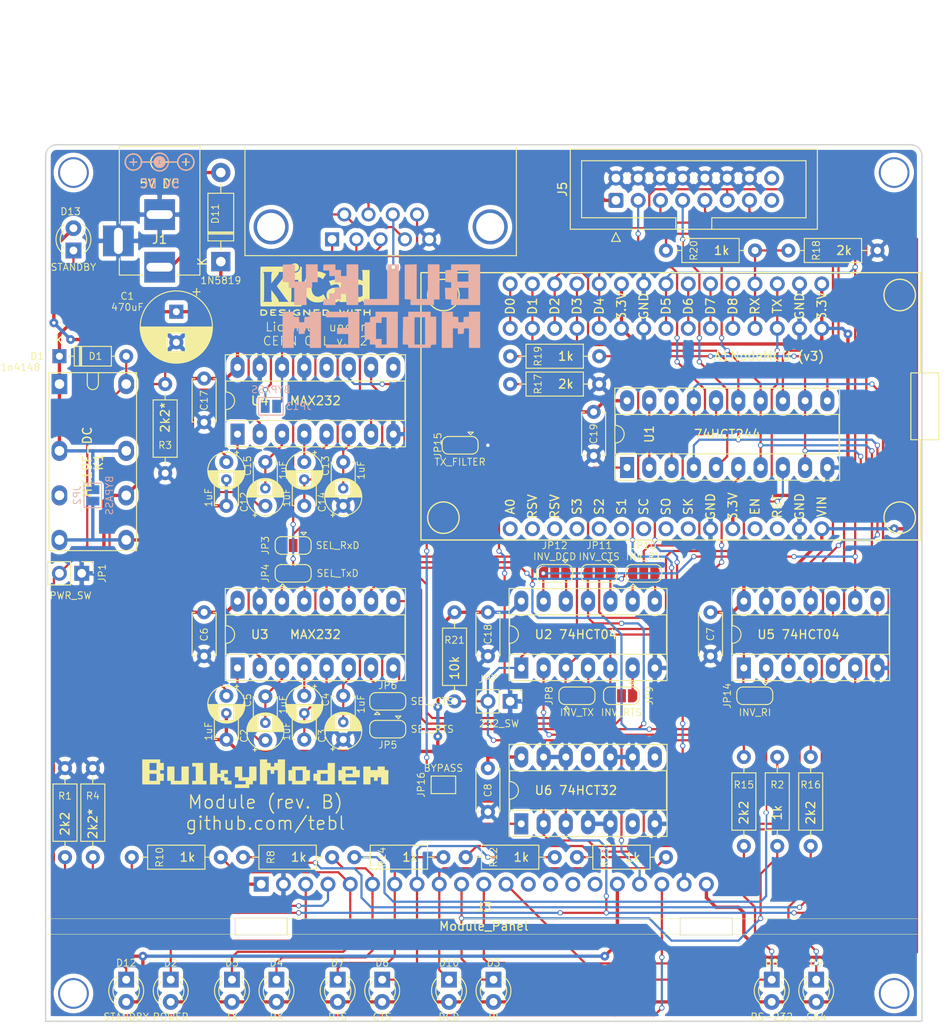
<source format=kicad_pcb>
(kicad_pcb (version 20171130) (host pcbnew "(5.1.8)-1")
  (layers (0 F.Cu signal) (31 B.Cu signal) (34 B.Paste user) (35 F.Paste user) (36 B.SilkS user) (37 F.SilkS user) (38 B.Mask user) (39 F.Mask user) (44 Edge.Cuts user))
  (net 0 "")
  (net 1 GND)
  (net 2 +3V3)
  (net 3 +5V)
  (net 4 "Net-(C5-Pad1)")
  (net 5 "Net-(JP8-Pad2)")
  (net 6 ESP_TX)
  (net 7 "Net-(A1-Pad19)")
  (net 8 "Net-(A1-Pad20)")
  (net 9 "Net-(A1-Pad21)")
  (net 10 "Net-(A1-Pad22)")
  (net 11 "Net-(A1-Pad27)")
  (net 12 ESP_RTS)
  (net 13 "Net-(A1-Pad29)")
  (net 14 "Net-(A1-Pad30)")
  (net 15 VIN)
  (net 16 "Net-(C2-Pad1)")
  (net 17 "Net-(C3-Pad1)")
  (net 18 "Net-(C3-Pad2)")
  (net 19 "Net-(C4-Pad2)")
  (net 20 "Net-(C5-Pad2)")
  (net 21 PWR_EN)
  (net 22 "/Front panel/LED_POW")
  (net 23 "/Front panel/LED_RX")
  (net 24 "/Front panel/LED_TX")
  (net 25 "/Front panel/LED_CTS")
  (net 26 "/Front panel/LED_RTS")
  (net 27 "/Front panel/LED_RS232")
  (net 28 "/Front panel/LED_C64")
  (net 29 /RS-232/DCE_TxD)
  (net 30 /RS-232/DCE_RxD)
  (net 31 /RS-232/DCE_CTS)
  (net 32 /RS-232/DCE_RTS)
  (net 33 MODE_232)
  (net 34 /C64_TX)
  (net 35 /C64_RX)
  (net 36 /C64_RTS)
  (net 37 /C64_CTS)
  (net 38 /RS-232/SER_TxD)
  (net 39 /RS-232/SER_RxD)
  (net 40 /RS-232/SER_CTS)
  (net 41 /RS-232/SER_RTS)
  (net 42 /232_TX)
  (net 43 "Net-(JP9-Pad2)")
  (net 44 /232_RTS)
  (net 45 "Net-(JP9-Pad1)")
  (net 46 "Net-(JP10-Pad1)")
  (net 47 "Net-(JP10-Pad3)")
  (net 48 /232_RX)
  (net 49 /232_CTS)
  (net 50 "Net-(JP11-Pad3)")
  (net 51 "Net-(JP11-Pad1)")
  (net 52 ESP_RX)
  (net 53 ESP_CTS)
  (net 54 MODE_C64)
  (net 55 ESP_DCD)
  (net 56 "Net-(C12-Pad1)")
  (net 57 "Net-(C13-Pad2)")
  (net 58 "Net-(C14-Pad2)")
  (net 59 "Net-(C14-Pad1)")
  (net 60 "Net-(C15-Pad1)")
  (net 61 "Net-(C15-Pad2)")
  (net 62 "/Front panel/LED_DCD")
  (net 63 /RS-232/SER_DCD)
  (net 64 "Net-(J2-Pad4)")
  (net 65 "Net-(JP12-Pad1)")
  (net 66 "Net-(JP12-Pad2)")
  (net 67 /RS-232/SER_RI)
  (net 68 "Net-(JP14-Pad1)")
  (net 69 ESP_RI)
  (net 70 "Net-(JP14-Pad2)")
  (net 71 "/Front panel/LED_RI")
  (net 72 "Net-(A1-Pad18)")
  (net 73 "Net-(D11-Pad2)")
  (net 74 "Net-(D12-Pad1)")
  (net 75 "Net-(JP8-Pad3)")
  (net 76 "Net-(JP15-Pad2)")
  (net 77 "Net-(R2-Pad1)")
  (net 78 "Net-(R12-Pad1)")
  (net 79 "Net-(R14-Pad1)")
  (net 80 "Net-(R25-Pad1)")
  (net 81 VSB)
  (net 82 "/Front panel/LED_STB")
  (module artwork:BulkyModem_small (layer F.Cu) (at 95.25 126.365)
    (fp_text reference G*** hide)
    (fp_text value LOGO hide)
  )
  (module resistor:R_Axial_DIN0207_L6.3mm_D2.5mm_P10.16mm_Horizontal (layer F.Cu) (at 153.67 124.46 270)
    (fp_text reference R2 (at 3.175 0) (layer F.SilkS) (effects (font (size 0.8 0.8) (thickness 0.1))))
    (fp_text value 1k (at 6.35 0 90) (layer F.SilkS))
    (pad 1 thru_hole circle (at 0 0 270) (size 1.6 1.6) (drill 0.8) (layers *.Cu *.Mask) (net 77 "Net-(R2-Pad1)"))
    (pad 2 thru_hole oval (at 10.16 0 270) (size 1.6 1.6) (drill 0.8) (layers *.Cu *.Mask) (net 71 "/Front panel/LED_RI"))
  )
  (module Jumper:SolderJumper-3_P1.3mm_Open_RoundedPad1.0x1.5mm (layer F.Cu) (at 133.35 103.505 180)
    (fp_text reference JP11 (at 0 3.175) (layer F.SilkS) (effects (font (size 0.8 0.8) (thickness 0.1))))
    (fp_text value INV_CTS (at 0 1.9) (layer F.SilkS) (effects (font (size 0.8 0.8) (thickness 0.1))))
    (pad 2 smd rect (at 0 0 180) (size 1 1.5) (layers F.Cu F.Mask) (net 49 /232_CTS))
    (pad 3 smd custom (at 1.3 0 180) (size 1 0.5) (layers F.Cu F.Mask) (net 50 "Net-(JP11-Pad3)") (options (clearance outline) (anchor rect)) (primitives (gr_circle (center 0 0.25) (end 0.5 0.25) (width 0)) (gr_circle (center 0 -0.25) (end 0.5 -0.25) (width 0)) (gr_poly (pts (xy -0.55 -0.75) (xy 0 -0.75) (xy 0 0.75) (xy -0.55 0.75)) (width 0))))
    (pad 1 smd custom (at -1.3 0 180) (size 1 0.5) (layers F.Cu F.Mask) (net 51 "Net-(JP11-Pad1)") (options (clearance outline) (anchor rect)) (primitives (gr_circle (center 0 0.25) (end 0.5 0.25) (width 0)) (gr_circle (center 0 -0.25) (end 0.5 -0.25) (width 0)) (gr_poly (pts (xy 0.55 -0.75) (xy 0 -0.75) (xy 0 0.75) (xy 0.55 0.75)) (width 0))))
  )
  (module Package_DIP:DIP-20_W7.62mm_Socket_LongPads (layer F.Cu) (at 136.525 91.44 90)
    (fp_text reference U1 (at 3.81 2.54 90) (layer F.SilkS))
    (fp_text value 74HCT244 (at 3.81 11.43) (layer F.SilkS))
    (pad 1 thru_hole rect (at 0 0 90) (size 2.4 1.6) (drill 0.8) (layers *.Cu *.Mask) (net 33 MODE_232))
    (pad 11 thru_hole oval (at 7.62 22.86 90) (size 2.4 1.6) (drill 0.8) (layers *.Cu *.Mask) (net 37 /C64_CTS))
    (pad 2 thru_hole oval (at 0 2.54 90) (size 2.4 1.6) (drill 0.8) (layers *.Cu *.Mask) (net 6 ESP_TX))
    (pad 12 thru_hole oval (at 7.62 20.32 90) (size 2.4 1.6) (drill 0.8) (layers *.Cu *.Mask) (net 53 ESP_CTS))
    (pad 3 thru_hole oval (at 0 5.08 90) (size 2.4 1.6) (drill 0.8) (layers *.Cu *.Mask) (net 34 /C64_TX))
    (pad 13 thru_hole oval (at 7.62 17.78 90) (size 2.4 1.6) (drill 0.8) (layers *.Cu *.Mask) (net 35 /C64_RX))
    (pad 4 thru_hole oval (at 0 7.62 90) (size 2.4 1.6) (drill 0.8) (layers *.Cu *.Mask) (net 12 ESP_RTS))
    (pad 14 thru_hole oval (at 7.62 15.24 90) (size 2.4 1.6) (drill 0.8) (layers *.Cu *.Mask) (net 52 ESP_RX))
    (pad 5 thru_hole oval (at 0 10.16 90) (size 2.4 1.6) (drill 0.8) (layers *.Cu *.Mask) (net 36 /C64_RTS))
    (pad 15 thru_hole oval (at 7.62 12.7 90) (size 2.4 1.6) (drill 0.8) (layers *.Cu *.Mask) (net 12 ESP_RTS))
    (pad 6 thru_hole oval (at 0 12.7 90) (size 2.4 1.6) (drill 0.8) (layers *.Cu *.Mask) (net 48 /232_RX))
    (pad 16 thru_hole oval (at 7.62 10.16 90) (size 2.4 1.6) (drill 0.8) (layers *.Cu *.Mask) (net 44 /232_RTS))
    (pad 7 thru_hole oval (at 0 15.24 90) (size 2.4 1.6) (drill 0.8) (layers *.Cu *.Mask) (net 52 ESP_RX))
    (pad 17 thru_hole oval (at 7.62 7.62 90) (size 2.4 1.6) (drill 0.8) (layers *.Cu *.Mask) (net 6 ESP_TX))
    (pad 8 thru_hole oval (at 0 17.78 90) (size 2.4 1.6) (drill 0.8) (layers *.Cu *.Mask) (net 49 /232_CTS))
    (pad 18 thru_hole oval (at 7.62 5.08 90) (size 2.4 1.6) (drill 0.8) (layers *.Cu *.Mask) (net 42 /232_TX))
    (pad 9 thru_hole oval (at 0 20.32 90) (size 2.4 1.6) (drill 0.8) (layers *.Cu *.Mask) (net 53 ESP_CTS))
    (pad 19 thru_hole oval (at 7.62 2.54 90) (size 2.4 1.6) (drill 0.8) (layers *.Cu *.Mask) (net 54 MODE_C64))
    (pad 10 thru_hole oval (at 0 22.86 90) (size 2.4 1.6) (drill 0.8) (layers *.Cu *.Mask) (net 1 GND))
    (pad 20 thru_hole oval (at 7.62 0 90) (size 2.4 1.6) (drill 0.8) (layers *.Cu *.Mask) (net 3 +5V))
  )
  (module resistor:R_Axial_DIN0207_L6.3mm_D2.5mm_P10.16mm_Horizontal (layer F.Cu) (at 157.48 124.46 270)
    (fp_text reference R16 (at 3.175 0) (layer F.SilkS) (effects (font (size 0.8 0.8) (thickness 0.1))))
    (fp_text value 2k2 (at 6.35 0 90) (layer F.SilkS))
    (pad 2 thru_hole oval (at 10.16 0 270) (size 1.6 1.6) (drill 0.8) (layers *.Cu *.Mask) (net 28 "/Front panel/LED_C64"))
    (pad 1 thru_hole circle (at 0 0 270) (size 1.6 1.6) (drill 0.8) (layers *.Cu *.Mask) (net 54 MODE_C64))
  )
  (module Package_DIP:DIP-14_W7.62mm_Socket_LongPads (layer F.Cu) (at 149.86 114.3 90)
    (fp_text reference U5 (at 3.81 2.54 180) (layer F.SilkS))
    (fp_text value 74HCT04 (at 3.81 7.62 180) (layer F.SilkS))
    (pad 1 thru_hole rect (at 0 0 90) (size 2.4 1.6) (drill 0.8) (layers *.Cu *.Mask) (net 69 ESP_RI))
    (pad 8 thru_hole oval (at 7.62 15.24 90) (size 2.4 1.6) (drill 0.8) (layers *.Cu *.Mask) (net 80 "Net-(R25-Pad1)"))
    (pad 2 thru_hole oval (at 0 2.54 90) (size 2.4 1.6) (drill 0.8) (layers *.Cu *.Mask) (net 68 "Net-(JP14-Pad1)"))
    (pad 9 thru_hole oval (at 7.62 12.7 90) (size 2.4 1.6) (drill 0.8) (layers *.Cu *.Mask) (net 55 ESP_DCD))
    (pad 3 thru_hole oval (at 0 5.08 90) (size 2.4 1.6) (drill 0.8) (layers *.Cu *.Mask) (net 12 ESP_RTS))
    (pad 10 thru_hole oval (at 7.62 10.16 90) (size 2.4 1.6) (drill 0.8) (layers *.Cu *.Mask) (net 77 "Net-(R2-Pad1)"))
    (pad 4 thru_hole oval (at 0 7.62 90) (size 2.4 1.6) (drill 0.8) (layers *.Cu *.Mask) (net 79 "Net-(R14-Pad1)"))
    (pad 11 thru_hole oval (at 7.62 7.62 90) (size 2.4 1.6) (drill 0.8) (layers *.Cu *.Mask) (net 69 ESP_RI))
    (pad 5 thru_hole oval (at 0 10.16 90) (size 2.4 1.6) (drill 0.8) (layers *.Cu *.Mask) (net 53 ESP_CTS))
    (pad 12 thru_hole oval (at 7.62 5.08 90) (size 2.4 1.6) (drill 0.8) (layers *.Cu *.Mask))
    (pad 6 thru_hole oval (at 0 12.7 90) (size 2.4 1.6) (drill 0.8) (layers *.Cu *.Mask) (net 78 "Net-(R12-Pad1)"))
    (pad 13 thru_hole oval (at 7.62 2.54 90) (size 2.4 1.6) (drill 0.8) (layers *.Cu *.Mask) (net 1 GND))
    (pad 7 thru_hole oval (at 0 15.24 90) (size 2.4 1.6) (drill 0.8) (layers *.Cu *.Mask) (net 1 GND))
    (pad 14 thru_hole oval (at 7.62 0 90) (size 2.4 1.6) (drill 0.8) (layers *.Cu *.Mask) (net 3 +5V))
  )
  (module artwork:BulkyModem (layer B.Cu) (at 108.331 73.025 180)
    (fp_text reference G*** hide)
    (fp_text value LOGO hide)
  )
  (module Jumper:SolderJumper-3_P1.3mm_Open_RoundedPad1.0x1.5mm (layer F.Cu) (at 109.22 121.285 180)
    (fp_text reference JP5 (at 0 -1.8) (layer F.SilkS) (effects (font (size 0.8 0.8) (thickness 0.1))))
    (fp_text value SEL_CTS (at -5.08 3.175 180) (layer F.SilkS) (effects (font (size 0.8 0.8) (thickness 0.1))))
    (pad 1 smd custom (at -1.3 0 180) (size 1 0.5) (layers F.Cu F.Mask) (net 40 /RS-232/SER_CTS) (options (clearance outline) (anchor rect)) (primitives (gr_circle (center 0 0.25) (end 0.5 0.25) (width 0)) (gr_circle (center 0 -0.25) (end 0.5 -0.25) (width 0)) (gr_poly (pts (xy 0.55 -0.75) (xy 0 -0.75) (xy 0 0.75) (xy 0.55 0.75)) (width 0))))
    (pad 3 smd custom (at 1.3 0 180) (size 1 0.5) (layers F.Cu F.Mask) (net 41 /RS-232/SER_RTS) (options (clearance outline) (anchor rect)) (primitives (gr_circle (center 0 0.25) (end 0.5 0.25) (width 0)) (gr_circle (center 0 -0.25) (end 0.5 -0.25) (width 0)) (gr_poly (pts (xy -0.55 -0.75) (xy 0 -0.75) (xy 0 0.75) (xy -0.55 0.75)) (width 0))))
    (pad 2 smd rect (at 0 0 180) (size 1 1.5) (layers F.Cu F.Mask) (net 31 /RS-232/DCE_CTS))
  )
  (module BulkyModem:Module_Panel (layer F.Cu) (at 120.18 138.97)
    (fp_text reference J3 (at 0 2.635 180) (layer F.SilkS))
    (fp_text value Module_Panel (at 0 4.794) (layer F.SilkS))
    (pad 21 thru_hole oval (at 25.4 0) (size 1.7 1.7) (drill 1) (layers *.Cu *.Mask) (net 3 +5V))
    (pad 20 thru_hole oval (at 22.86 0) (size 1.7 1.7) (drill 1) (layers *.Cu *.Mask) (net 1 GND))
    (pad 19 thru_hole oval (at 20.32 0) (size 1.7 1.7) (drill 1) (layers *.Cu *.Mask) (net 21 PWR_EN))
    (pad 18 thru_hole oval (at 17.78 0) (size 1.7 1.7) (drill 1) (layers *.Cu *.Mask) (net 33 MODE_232))
    (pad 17 thru_hole oval (at 15.24 0) (size 1.7 1.7) (drill 1) (layers *.Cu *.Mask) (net 81 VSB))
    (pad 16 thru_hole oval (at 12.7 0) (size 1.7 1.7) (drill 1) (layers *.Cu *.Mask))
    (pad 15 thru_hole oval (at 10.16 0) (size 1.7 1.7) (drill 1) (layers *.Cu *.Mask))
    (pad 14 thru_hole oval (at 7.62 0) (size 1.7 1.7) (drill 1) (layers *.Cu *.Mask))
    (pad 13 thru_hole oval (at 5.08 0) (size 1.7 1.7) (drill 1) (layers *.Cu *.Mask))
    (pad 12 thru_hole oval (at 2.54 0) (size 1.7 1.7) (drill 1) (layers *.Cu *.Mask) (net 28 "/Front panel/LED_C64"))
    (pad 11 thru_hole oval (at 0 0) (size 1.7 1.7) (drill 1) (layers *.Cu *.Mask) (net 27 "/Front panel/LED_RS232"))
    (pad 10 thru_hole oval (at -2.54 0) (size 1.7 1.7) (drill 1) (layers *.Cu *.Mask) (net 71 "/Front panel/LED_RI"))
    (pad 9 thru_hole oval (at -5.08 0) (size 1.7 1.7) (drill 1) (layers *.Cu *.Mask) (net 62 "/Front panel/LED_DCD"))
    (pad 8 thru_hole oval (at -7.62 0) (size 1.7 1.7) (drill 1) (layers *.Cu *.Mask) (net 25 "/Front panel/LED_CTS"))
    (pad 7 thru_hole oval (at -10.16 0) (size 1.7 1.7) (drill 1) (layers *.Cu *.Mask) (net 26 "/Front panel/LED_RTS"))
    (pad 6 thru_hole oval (at -12.7 0) (size 1.7 1.7) (drill 1) (layers *.Cu *.Mask) (net 23 "/Front panel/LED_RX"))
    (pad 5 thru_hole oval (at -15.24 0) (size 1.7 1.7) (drill 1) (layers *.Cu *.Mask) (net 24 "/Front panel/LED_TX"))
    (pad 1 thru_hole rect (at -25.4 0) (size 1.7 1.7) (drill 1) (layers *.Cu *.Mask) (net 3 +5V))
    (pad 2 thru_hole oval (at -22.86 0) (size 1.7 1.7) (drill 1) (layers *.Cu *.Mask) (net 1 GND))
    (pad 3 thru_hole oval (at -20.32 0) (size 1.7 1.7) (drill 1) (layers *.Cu *.Mask) (net 22 "/Front panel/LED_POW"))
    (pad 4 thru_hole oval (at -17.78 0) (size 1.7 1.7) (drill 1) (layers *.Cu *.Mask) (net 82 "/Front panel/LED_STB"))
  )
  (module Symbols:KiCad-Logo2_6mm_SilkScreen (layer F.Cu) (at 100.965 71.12)
    (fp_text reference REF*** hide)
    (fp_text value KiCad-Logo2_6mm_SilkScreen hide)
  )
  (module mounting:M3 (layer F.Cu) (at 167.005 57.785)
    (fp_text reference M3 hide)
    (fp_text value Mounting hide)
    (pad "" np_thru_hole circle (at 0 0) (size 3.5 3.5) (drill 3.048) (layers *.Cu *.Mask))
  )
  (module mounting:M3 (layer F.Cu) (at 73.355 57.785)
    (fp_text reference M4 hide)
    (fp_text value Mounting hide)
    (pad "" np_thru_hole circle (at 0 0) (size 3.5 3.5) (drill 3.048) (layers *.Cu *.Mask))
  )
  (module mounting:M3 (layer F.Cu) (at 167.005 151.435)
    (fp_text reference M2 hide)
    (fp_text value Mounting hide)
    (pad "" np_thru_hole circle (at 0 0) (size 3.5 3.5) (drill 3.048) (layers *.Cu *.Mask))
  )
  (module nodemcu_v3:NodeMCU-LoLinV3 (layer F.Cu) (at 143.51 84.455 90)
    (fp_text reference A1 (at 5.715 3.81 180) (layer F.SilkS))
    (fp_text value "NodeMCU (v3)" (at 5.715 10.16 180) (layer F.SilkS))
    (fp_text user VIN (at -11.43 15.24 90) (layer F.SilkS))
    (fp_text user GND (at -11.43 12.7 90) (layer F.SilkS))
    (fp_text user RST (at -11.43 10.16 90) (layer F.SilkS))
    (fp_text user EN (at -11.43 7.62 90) (layer F.SilkS))
    (fp_text user 3.3V (at -11.43 5.08 90) (layer F.SilkS))
    (fp_text user GND (at -11.43 2.54 90) (layer F.SilkS))
    (fp_text user SK (at -11.43 0 90) (layer F.SilkS))
    (fp_text user SO (at -11.43 -2.54 90) (layer F.SilkS))
    (fp_text user SC (at -11.43 -5.08 90) (layer F.SilkS))
    (fp_text user S1 (at -11.43 -7.62 90) (layer F.SilkS))
    (fp_text user S2 (at -11.43 -10.16 90) (layer F.SilkS))
    (fp_text user S3 (at -11.43 -12.7 90) (layer F.SilkS))
    (fp_text user RSV (at -11.43 -15.24 90) (layer F.SilkS))
    (fp_text user RSV (at -11.43 -17.78 90) (layer F.SilkS))
    (fp_text user A0 (at -11.43 -20.32 90) (layer F.SilkS))
    (fp_text user 3.3V (at 11.43 15.24 90) (layer F.SilkS))
    (fp_text user GND (at 11.43 12.7 90) (layer F.SilkS))
    (fp_text user TX (at 11.43 10.16 90) (layer F.SilkS))
    (fp_text user RX (at 11.43 7.62 90) (layer F.SilkS))
    (fp_text user D8 (at 11.43 5.08 90) (layer F.SilkS))
    (fp_text user D7 (at 11.43 2.54 90) (layer F.SilkS))
    (fp_text user D6 (at 11.43 0 90) (layer F.SilkS))
    (fp_text user D5 (at 11.43 -2.54 90) (layer F.SilkS))
    (fp_text user GND (at 11.43 -5.08 90) (layer F.SilkS))
    (fp_text user 3.3V (at 11.43 -7.62 90) (layer F.SilkS))
    (fp_text user D4 (at 11.43 -10.16 90) (layer F.SilkS))
    (fp_text user D3 (at 11.43 -12.7 90) (layer F.SilkS))
    (fp_text user D2 (at 11.43 -15.24 90) (layer F.SilkS))
    (fp_text user D1 (at 11.43 -17.78 90) (layer F.SilkS))
    (fp_text user D0 (at 11.43 -20.32 90) (layer F.SilkS))
    (pad 1 thru_hole oval (at -13.97 -20.32 90) (size 1.7 1.7) (drill 1) (layers *.Cu *.Mask))
    (pad 2 thru_hole oval (at -13.97 -17.78 90) (size 1.7 1.7) (drill 1) (layers *.Cu *.Mask))
    (pad 3 thru_hole oval (at -13.97 -15.24 90) (size 1.7 1.7) (drill 1) (layers *.Cu *.Mask))
    (pad 4 thru_hole oval (at -13.97 -12.7 90) (size 1.7 1.7) (drill 1) (layers *.Cu *.Mask))
    (pad 5 thru_hole oval (at -13.97 -10.16 90) (size 1.7 1.7) (drill 1) (layers *.Cu *.Mask))
    (pad 6 thru_hole oval (at -13.97 -7.62 90) (size 1.7 1.7) (drill 1) (layers *.Cu *.Mask))
    (pad 7 thru_hole oval (at -13.97 -5.08 90) (size 1.7 1.7) (drill 1) (layers *.Cu *.Mask))
    (pad 8 thru_hole oval (at -13.97 -2.54 90) (size 1.7 1.7) (drill 1) (layers *.Cu *.Mask))
    (pad 9 thru_hole oval (at -13.97 0 90) (size 1.7 1.7) (drill 1) (layers *.Cu *.Mask))
    (pad 10 thru_hole oval (at -13.97 2.54 90) (size 1.7 1.7) (drill 1) (layers *.Cu *.Mask) (net 1 GND))
    (pad 11 thru_hole oval (at -13.97 5.08 90) (size 1.7 1.7) (drill 1) (layers *.Cu *.Mask) (net 2 +3V3))
    (pad 12 thru_hole oval (at -13.97 7.62 90) (size 1.7 1.7) (drill 1) (layers *.Cu *.Mask))
    (pad 13 thru_hole oval (at -13.97 10.16 90) (size 1.7 1.7) (drill 1) (layers *.Cu *.Mask))
    (pad 14 thru_hole oval (at -13.97 12.7 90) (size 1.7 1.7) (drill 1) (layers *.Cu *.Mask) (net 1 GND))
    (pad 15 thru_hole oval (at -13.97 15.24 90) (size 1.7 1.7) (drill 1) (layers *.Cu *.Mask) (net 3 +5V))
    (pad 16 thru_hole oval (at 13.97 15.24 90) (size 1.7 1.7) (drill 1) (layers *.Cu *.Mask) (net 2 +3V3))
    (pad 17 thru_hole oval (at 13.97 12.7 90) (size 1.7 1.7) (drill 1) (layers *.Cu *.Mask) (net 1 GND))
    (pad 18 thru_hole oval (at 13.97 10.16 90) (size 1.7 1.7) (drill 1) (layers *.Cu *.Mask) (net 72 "Net-(A1-Pad18)"))
    (pad 19 thru_hole oval (at 13.97 7.62 90) (size 1.7 1.7) (drill 1) (layers *.Cu *.Mask) (net 7 "Net-(A1-Pad19)"))
    (pad 20 thru_hole oval (at 13.97 5.08 90) (size 1.7 1.7) (drill 1) (layers *.Cu *.Mask) (net 8 "Net-(A1-Pad20)"))
    (pad 21 thru_hole oval (at 13.97 2.54 90) (size 1.7 1.7) (drill 1) (layers *.Cu *.Mask) (net 9 "Net-(A1-Pad21)"))
    (pad 22 thru_hole oval (at 13.97 0 90) (size 1.7 1.7) (drill 1) (layers *.Cu *.Mask) (net 10 "Net-(A1-Pad22)"))
    (pad 23 thru_hole oval (at 13.97 -2.54 90) (size 1.7 1.7) (drill 1) (layers *.Cu *.Mask) (net 69 ESP_RI))
    (pad 24 thru_hole oval (at 13.97 -5.08 90) (size 1.7 1.7) (drill 1) (layers *.Cu *.Mask) (net 1 GND))
    (pad 25 thru_hole oval (at 13.97 -7.62 90) (size 1.7 1.7) (drill 1) (layers *.Cu *.Mask) (net 2 +3V3))
    (pad 26 thru_hole oval (at 13.97 -10.16 90) (size 1.7 1.7) (drill 1) (layers *.Cu *.Mask) (net 55 ESP_DCD))
    (pad 27 thru_hole oval (at 13.97 -12.7 90) (size 1.7 1.7) (drill 1) (layers *.Cu *.Mask) (net 11 "Net-(A1-Pad27)"))
    (pad 28 thru_hole oval (at 13.97 -15.24 90) (size 1.7 1.7) (drill 1) (layers *.Cu *.Mask) (net 12 ESP_RTS))
    (pad 29 thru_hole oval (at 13.97 -17.78 90) (size 1.7 1.7) (drill 1) (layers *.Cu *.Mask) (net 13 "Net-(A1-Pad29)"))
    (pad 30 thru_hole oval (at 13.97 -20.32 90) (size 1.7 1.7) (drill 1) (layers *.Cu *.Mask) (net 14 "Net-(A1-Pad30)"))
    (pad 30 thru_hole oval (at 8.89 -20.32 90) (size 1.7 1.7) (drill 1) (layers *.Cu *.Mask) (net 14 "Net-(A1-Pad30)"))
    (pad 22 thru_hole oval (at 8.89 0 90) (size 1.7 1.7) (drill 1) (layers *.Cu *.Mask) (net 10 "Net-(A1-Pad22)"))
    (pad 18 thru_hole oval (at 8.89 10.16 90) (size 1.7 1.7) (drill 1) (layers *.Cu *.Mask) (net 72 "Net-(A1-Pad18)"))
    (pad 25 thru_hole oval (at 8.89 -7.62 90) (size 1.7 1.7) (drill 1) (layers *.Cu *.Mask) (net 2 +3V3))
    (pad 24 thru_hole oval (at 8.89 -5.08 90) (size 1.7 1.7) (drill 1) (layers *.Cu *.Mask) (net 1 GND))
    (pad 23 thru_hole oval (at 8.89 -2.54 90) (size 1.7 1.7) (drill 1) (layers *.Cu *.Mask) (net 69 ESP_RI))
    (pad 17 thru_hole oval (at 8.89 12.7 90) (size 1.7 1.7) (drill 1) (layers *.Cu *.Mask) (net 1 GND))
    (pad 19 thru_hole oval (at 8.89 7.62 90) (size 1.7 1.7) (drill 1) (layers *.Cu *.Mask) (net 7 "Net-(A1-Pad19)"))
    (pad 16 thru_hole oval (at 8.89 15.24 90) (size 1.7 1.7) (drill 1) (layers *.Cu *.Mask) (net 2 +3V3))
    (pad 20 thru_hole oval (at 8.89 5.08 90) (size 1.7 1.7) (drill 1) (layers *.Cu *.Mask) (net 8 "Net-(A1-Pad20)"))
    (pad 29 thru_hole oval (at 8.89 -17.78 90) (size 1.7 1.7) (drill 1) (layers *.Cu *.Mask) (net 13 "Net-(A1-Pad29)"))
    (pad 28 thru_hole oval (at 8.89 -15.24 90) (size 1.7 1.7) (drill 1) (layers *.Cu *.Mask) (net 12 ESP_RTS))
    (pad 27 thru_hole oval (at 8.89 -12.7 90) (size 1.7 1.7) (drill 1) (layers *.Cu *.Mask) (net 11 "Net-(A1-Pad27)"))
    (pad 26 thru_hole oval (at 8.89 -10.16 90) (size 1.7 1.7) (drill 1) (layers *.Cu *.Mask) (net 55 ESP_DCD))
    (pad 21 thru_hole oval (at 8.89 2.54 90) (size 1.7 1.7) (drill 1) (layers *.Cu *.Mask) (net 9 "Net-(A1-Pad21)"))
  )
  (module Capacitor_THT:CP_Radial_D8.0mm_P3.50mm (layer F.Cu) (at 85.09 73.66 270)
    (fp_text reference C1 (at -1.778 5.588 180) (layer F.SilkS) (effects (font (size 0.8 0.8) (thickness 0.1))))
    (fp_text value 470uF (at -0.508 5.588 180) (layer F.SilkS) (effects (font (size 0.8 0.8) (thickness 0.1))))
    (pad 1 thru_hole rect (at 0 0 270) (size 1.6 1.6) (drill 0.8) (layers *.Cu *.Mask) (net 15 VIN))
    (pad 2 thru_hole circle (at 3.5 0 270) (size 1.6 1.6) (drill 0.8) (layers *.Cu *.Mask) (net 1 GND))
  )
  (module BulkyModem:CP_Radial_D4.0mm_P2.00mm_Custom (layer F.Cu) (at 90.805 117.475 270)
    (fp_text reference C2 (at 4.572 -2.032 90) (layer F.SilkS) (effects (font (size 0.8 0.8) (thickness 0.1))))
    (fp_text value 1uF (at 4.064 2.032 270) (layer F.SilkS) (effects (font (size 0.8 0.8) (thickness 0.1))))
    (pad 2 thru_hole circle (at 2 0 270) (size 1.2 1.2) (drill 0.6) (layers *.Cu *.Mask) (net 3 +5V))
    (pad 2 thru_hole circle (at 5 0 270) (size 1.6 1.6) (drill 0.8) (layers *.Cu *.Mask) (net 3 +5V))
    (pad 1 thru_hole circle (at 0 0 270) (size 1.6 1.6) (drill 0.8) (layers *.Cu *.Mask) (net 16 "Net-(C2-Pad1)"))
  )
  (module BulkyModem:CP_Radial_D4.0mm_P2.00mm_Custom (layer F.Cu) (at 99.695 117.475 270)
    (fp_text reference C3 (at 4.572 -2.032 90) (layer F.SilkS) (effects (font (size 0.8 0.8) (thickness 0.1))))
    (fp_text value 1uF (at 4.064 2.032 270) (layer F.SilkS) (effects (font (size 0.8 0.8) (thickness 0.1))))
    (pad 1 thru_hole circle (at 0 0 270) (size 1.6 1.6) (drill 0.8) (layers *.Cu *.Mask) (net 17 "Net-(C3-Pad1)"))
    (pad 2 thru_hole circle (at 5 0 270) (size 1.6 1.6) (drill 0.8) (layers *.Cu *.Mask) (net 18 "Net-(C3-Pad2)"))
    (pad 2 thru_hole circle (at 2 0 270) (size 1.2 1.2) (drill 0.6) (layers *.Cu *.Mask) (net 18 "Net-(C3-Pad2)"))
  )
  (module BulkyModem:CP_Radial_D4.0mm_P2.00mm_Custom (layer F.Cu) (at 104.14 122.475 90)
    (fp_text reference C4 (at 4.572 -2.032 90) (layer F.SilkS) (effects (font (size 0.8 0.8) (thickness 0.1))))
    (fp_text value 1uF (at 4.064 2.032 270) (layer F.SilkS) (effects (font (size 0.8 0.8) (thickness 0.1))))
    (pad 1 thru_hole circle (at 0 0 90) (size 1.6 1.6) (drill 0.8) (layers *.Cu *.Mask) (net 1 GND))
    (pad 2 thru_hole circle (at 5 0 90) (size 1.6 1.6) (drill 0.8) (layers *.Cu *.Mask) (net 19 "Net-(C4-Pad2)"))
    (pad 2 thru_hole circle (at 2 0 90) (size 1.2 1.2) (drill 0.6) (layers *.Cu *.Mask) (net 19 "Net-(C4-Pad2)"))
  )
  (module BulkyModem:CP_Radial_D4.0mm_P2.00mm_Custom (layer F.Cu) (at 95.25 122.555 90)
    (fp_text reference C5 (at 4.572 -2.032 90) (layer F.SilkS) (effects (font (size 0.8 0.8) (thickness 0.1))))
    (fp_text value 1uF (at 4.064 2.032 270) (layer F.SilkS) (effects (font (size 0.8 0.8) (thickness 0.1))))
    (pad 2 thru_hole circle (at 2 0 90) (size 1.2 1.2) (drill 0.6) (layers *.Cu *.Mask) (net 20 "Net-(C5-Pad2)"))
    (pad 2 thru_hole circle (at 5 0 90) (size 1.6 1.6) (drill 0.8) (layers *.Cu *.Mask) (net 20 "Net-(C5-Pad2)"))
    (pad 1 thru_hole circle (at 0 0 90) (size 1.6 1.6) (drill 0.8) (layers *.Cu *.Mask) (net 4 "Net-(C5-Pad1)"))
  )
  (module Capacitor_THT:C_Disc_D4.7mm_W2.5mm_P5.00mm (layer F.Cu) (at 88.265 107.95 270)
    (fp_text reference C6 (at 2.54 0 90) (layer F.SilkS) (effects (font (size 0.8 0.8) (thickness 0.1))))
    (fp_text value 100nF)
    (pad 1 thru_hole circle (at 0 0 270) (size 1.6 1.6) (drill 0.8) (layers *.Cu *.Mask) (net 3 +5V))
    (pad 2 thru_hole circle (at 5 0 270) (size 1.6 1.6) (drill 0.8) (layers *.Cu *.Mask) (net 1 GND))
  )
  (module Diode_THT:D_DO-35_SOD27_P7.62mm_Horizontal (layer F.Cu) (at 71.755 78.74)
    (fp_text reference D1 (at -2.54 0) (layer F.SilkS) (effects (font (size 0.8 0.8) (thickness 0.1))))
    (fp_text value 1n4148 (at -4.445 1.27) (layer F.SilkS) (effects (font (size 0.8 0.8) (thickness 0.1))))
    (fp_text user %R (at 4.11 0) (layer F.SilkS) (effects (font (size 0.8 0.8) (thickness 0.1))))
    (fp_text user K (at 0 -1.8) (layer F.SilkS))
    (pad 1 thru_hole rect (at 0 0) (size 1.6 1.6) (drill 0.8) (layers *.Cu *.Mask) (net 15 VIN))
    (pad 2 thru_hole oval (at 7.62 0) (size 1.6 1.6) (drill 0.8) (layers *.Cu *.Mask) (net 21 PWR_EN))
  )
  (module LED_THT:LED_D3.0mm (layer F.Cu) (at 84.455 149.86 270)
    (fp_text reference D2 (at -1.905 0 180) (layer F.SilkS) (effects (font (size 0.8 0.8) (thickness 0.1))))
    (fp_text value POWER (at 4.245 0 180) (layer F.SilkS) (effects (font (size 0.8 0.8) (thickness 0.1))))
    (pad 2 thru_hole circle (at 2.54 0 270) (size 1.8 1.8) (drill 0.9) (layers *.Cu *.Mask) (net 3 +5V))
    (pad 1 thru_hole rect (at 0 0 270) (size 1.8 1.8) (drill 0.9) (layers *.Cu *.Mask) (net 22 "/Front panel/LED_POW"))
  )
  (module LED_THT:LED_D3.0mm (layer F.Cu) (at 96.52 149.86 270)
    (fp_text reference D4 (at -1.905 0 180) (layer F.SilkS) (effects (font (size 0.8 0.8) (thickness 0.1))))
    (fp_text value RX (at 4.245 0 180) (layer F.SilkS) (effects (font (size 0.8 0.8) (thickness 0.1))))
    (pad 1 thru_hole rect (at 0 0 270) (size 1.8 1.8) (drill 0.9) (layers *.Cu *.Mask) (net 23 "/Front panel/LED_RX"))
    (pad 2 thru_hole circle (at 2.54 0 270) (size 1.8 1.8) (drill 0.9) (layers *.Cu *.Mask) (net 3 +5V))
  )
  (module LED_THT:LED_D3.0mm (layer F.Cu) (at 91.44 149.86 270)
    (fp_text reference D5 (at -1.905 0 180) (layer F.SilkS) (effects (font (size 0.8 0.8) (thickness 0.1))))
    (fp_text value TX (at 4.245 0 180) (layer F.SilkS) (effects (font (size 0.8 0.8) (thickness 0.1))))
    (pad 1 thru_hole rect (at 0 0 270) (size 1.8 1.8) (drill 0.9) (layers *.Cu *.Mask) (net 24 "/Front panel/LED_TX"))
    (pad 2 thru_hole circle (at 2.54 0 270) (size 1.8 1.8) (drill 0.9) (layers *.Cu *.Mask) (net 3 +5V))
  )
  (module LED_THT:LED_D3.0mm (layer F.Cu) (at 108.585 149.86 270)
    (fp_text reference D6 (at -1.905 0 180) (layer F.SilkS) (effects (font (size 0.8 0.8) (thickness 0.1))))
    (fp_text value CTS (at 4.245 0 180) (layer F.SilkS) (effects (font (size 0.8 0.8) (thickness 0.1))))
    (pad 2 thru_hole circle (at 2.54 0 270) (size 1.8 1.8) (drill 0.9) (layers *.Cu *.Mask) (net 3 +5V))
    (pad 1 thru_hole rect (at 0 0 270) (size 1.8 1.8) (drill 0.9) (layers *.Cu *.Mask) (net 25 "/Front panel/LED_CTS"))
  )
  (module LED_THT:LED_D3.0mm (layer F.Cu) (at 103.505 149.86 270)
    (fp_text reference D7 (at -1.905 0 180) (layer F.SilkS) (effects (font (size 0.8 0.8) (thickness 0.1))))
    (fp_text value RTS (at 4.245 0 180) (layer F.SilkS) (effects (font (size 0.8 0.8) (thickness 0.1))))
    (pad 2 thru_hole circle (at 2.54 0 270) (size 1.8 1.8) (drill 0.9) (layers *.Cu *.Mask) (net 3 +5V))
    (pad 1 thru_hole rect (at 0 0 270) (size 1.8 1.8) (drill 0.9) (layers *.Cu *.Mask) (net 26 "/Front panel/LED_RTS"))
  )
  (module LED_THT:LED_D3.0mm (layer F.Cu) (at 153.035 149.86 270)
    (fp_text reference D8 (at -1.905 0 180) (layer F.SilkS) (effects (font (size 0.8 0.8) (thickness 0.1))))
    (fp_text value RS-232 (at 4.245 0 180) (layer F.SilkS) (effects (font (size 0.8 0.8) (thickness 0.1))))
    (pad 1 thru_hole rect (at 0 0 270) (size 1.8 1.8) (drill 0.9) (layers *.Cu *.Mask) (net 27 "/Front panel/LED_RS232"))
    (pad 2 thru_hole circle (at 2.54 0 270) (size 1.8 1.8) (drill 0.9) (layers *.Cu *.Mask) (net 3 +5V))
  )
  (module LED_THT:LED_D3.0mm (layer F.Cu) (at 158.115 149.86 270)
    (fp_text reference D9 (at -1.905 0 180) (layer F.SilkS) (effects (font (size 0.8 0.8) (thickness 0.1))))
    (fp_text value C64 (at 4.245 0 180) (layer F.SilkS) (effects (font (size 0.8 0.8) (thickness 0.1))))
    (pad 1 thru_hole rect (at 0 0 270) (size 1.8 1.8) (drill 0.9) (layers *.Cu *.Mask) (net 28 "/Front panel/LED_C64"))
    (pad 2 thru_hole circle (at 2.54 0 270) (size 1.8 1.8) (drill 0.9) (layers *.Cu *.Mask) (net 3 +5V))
  )
  (module RND_DSUB:DSUB-9_Female_Horizontal_P2.77x2.84mm_EdgePinOffset7.70mm_Housed_MountingHolesOffset9.12mm (layer F.Cu) (at 102.87 65.405 180)
    (fp_text reference J2 hide)
    (fp_text value DCE)
    (pad 1 thru_hole rect (at 0 0 180) (size 1.6 1.6) (drill 1) (layers *.Cu *.Mask) (net 63 /RS-232/SER_DCD))
    (pad 2 thru_hole circle (at -2.77 0 180) (size 1.6 1.6) (drill 1) (layers *.Cu *.Mask) (net 29 /RS-232/DCE_TxD))
    (pad 3 thru_hole circle (at -5.54 0 180) (size 1.6 1.6) (drill 1) (layers *.Cu *.Mask) (net 30 /RS-232/DCE_RxD))
    (pad 4 thru_hole circle (at -8.31 0 180) (size 1.6 1.6) (drill 1) (layers *.Cu *.Mask) (net 64 "Net-(J2-Pad4)"))
    (pad 5 thru_hole circle (at -11.08 0 180) (size 1.6 1.6) (drill 1) (layers *.Cu *.Mask) (net 1 GND))
    (pad 6 thru_hole circle (at -1.385 2.84 180) (size 1.6 1.6) (drill 1) (layers *.Cu *.Mask) (net 64 "Net-(J2-Pad4)"))
    (pad 7 thru_hole circle (at -4.155 2.84 180) (size 1.6 1.6) (drill 1) (layers *.Cu *.Mask) (net 31 /RS-232/DCE_CTS))
    (pad 8 thru_hole circle (at -6.925 2.84 180) (size 1.6 1.6) (drill 1) (layers *.Cu *.Mask) (net 32 /RS-232/DCE_RTS))
    (pad 9 thru_hole circle (at -9.695 2.84 180) (size 1.6 1.6) (drill 1) (layers *.Cu *.Mask) (net 67 /RS-232/SER_RI))
    (pad 0 thru_hole circle (at -18.04 1.42 180) (size 4 4) (drill 3.2) (layers *.Cu *.Mask))
    (pad 0 thru_hole circle (at 6.96 1.42 180) (size 4 4) (drill 3.2) (layers *.Cu *.Mask))
  )
  (module Connector_PinHeader_2.54mm:PinHeader_1x02_P2.54mm_Vertical (layer F.Cu) (at 74.295 103.505 270)
    (fp_text reference JP1 (at 0 -2.33 90) (layer F.SilkS) (effects (font (size 0.8 0.8) (thickness 0.1))))
    (fp_text value PWR_SW (at 2.54 1.27 180) (layer F.SilkS) (effects (font (size 0.8 0.8) (thickness 0.1))))
    (pad 2 thru_hole oval (at 0 2.54 270) (size 1.7 1.7) (drill 1) (layers *.Cu *.Mask) (net 21 PWR_EN))
    (pad 1 thru_hole rect (at 0 0 270) (size 1.7 1.7) (drill 1) (layers *.Cu *.Mask) (net 1 GND))
  )
  (module Jumper:SolderJumper-2_P1.3mm_Open_Pad1.0x1.5mm (layer B.Cu) (at 75.565 94.615 270)
    (fp_text reference JP2 (at 0 1.8 270) (layer B.SilkS) (effects (font (size 0.8 0.8) (thickness 0.1)) (justify mirror)))
    (fp_text value BYPASS (at 0 -1.9 270) (layer B.SilkS) (effects (font (size 0.8 0.8) (thickness 0.1)) (justify mirror)))
    (pad 2 smd rect (at 0.65 0 270) (size 1 1.5) (layers B.Cu B.Mask) (net 3 +5V))
    (pad 1 smd rect (at -0.65 0 270) (size 1 1.5) (layers B.Cu B.Mask) (net 15 VIN))
  )
  (module Jumper:SolderJumper-3_P1.3mm_Open_RoundedPad1.0x1.5mm (layer F.Cu) (at 98.425 100.33 180)
    (fp_text reference JP3 (at 3.175 0 90) (layer F.SilkS) (effects (font (size 0.8 0.8) (thickness 0.1))))
    (fp_text value SEL_RxD (at -5.08 0 180) (layer F.SilkS) (effects (font (size 0.8 0.8) (thickness 0.1))))
    (pad 2 smd rect (at 0 0 180) (size 1 1.5) (layers F.Cu F.Mask) (net 30 /RS-232/DCE_RxD))
    (pad 3 smd custom (at 1.3 0 180) (size 1 0.5) (layers F.Cu F.Mask) (net 38 /RS-232/SER_TxD) (options (clearance outline) (anchor rect)) (primitives (gr_circle (center 0 0.25) (end 0.5 0.25) (width 0)) (gr_circle (center 0 -0.25) (end 0.5 -0.25) (width 0)) (gr_poly (pts (xy -0.55 -0.75) (xy 0 -0.75) (xy 0 0.75) (xy -0.55 0.75)) (width 0))))
    (pad 1 smd custom (at -1.3 0 180) (size 1 0.5) (layers F.Cu F.Mask) (net 39 /RS-232/SER_RxD) (options (clearance outline) (anchor rect)) (primitives (gr_circle (center 0 0.25) (end 0.5 0.25) (width 0)) (gr_circle (center 0 -0.25) (end 0.5 -0.25) (width 0)) (gr_poly (pts (xy 0.55 -0.75) (xy 0 -0.75) (xy 0 0.75) (xy 0.55 0.75)) (width 0))))
  )
  (module Jumper:SolderJumper-3_P1.3mm_Open_RoundedPad1.0x1.5mm (layer F.Cu) (at 98.425 103.505)
    (fp_text reference JP4 (at -3.175 0 90) (layer F.SilkS) (effects (font (size 0.8 0.8) (thickness 0.1))))
    (fp_text value SEL_TxD (at 5.08 0 180) (layer F.SilkS) (effects (font (size 0.8 0.8) (thickness 0.1))))
    (pad 1 smd custom (at -1.3 0) (size 1 0.5) (layers F.Cu F.Mask) (net 38 /RS-232/SER_TxD) (options (clearance outline) (anchor rect)) (primitives (gr_circle (center 0 0.25) (end 0.5 0.25) (width 0)) (gr_circle (center 0 -0.25) (end 0.5 -0.25) (width 0)) (gr_poly (pts (xy 0.55 -0.75) (xy 0 -0.75) (xy 0 0.75) (xy 0.55 0.75)) (width 0))))
    (pad 3 smd custom (at 1.3 0) (size 1 0.5) (layers F.Cu F.Mask) (net 39 /RS-232/SER_RxD) (options (clearance outline) (anchor rect)) (primitives (gr_circle (center 0 0.25) (end 0.5 0.25) (width 0)) (gr_circle (center 0 -0.25) (end 0.5 -0.25) (width 0)) (gr_poly (pts (xy -0.55 -0.75) (xy 0 -0.75) (xy 0 0.75) (xy -0.55 0.75)) (width 0))))
    (pad 2 smd rect (at 0 0) (size 1 1.5) (layers F.Cu F.Mask) (net 29 /RS-232/DCE_TxD))
  )
  (module Jumper:SolderJumper-3_P1.3mm_Open_RoundedPad1.0x1.5mm (layer F.Cu) (at 109.22 118.11)
    (fp_text reference JP6 (at 0 -1.8) (layer F.SilkS) (effects (font (size 0.8 0.8) (thickness 0.1))))
    (fp_text value SEL_RTS (at 5.08 3.175) (layer F.SilkS) (effects (font (size 0.8 0.8) (thickness 0.1))))
    (pad 2 smd rect (at 0 0) (size 1 1.5) (layers F.Cu F.Mask) (net 32 /RS-232/DCE_RTS))
    (pad 3 smd custom (at 1.3 0) (size 1 0.5) (layers F.Cu F.Mask) (net 40 /RS-232/SER_CTS) (options (clearance outline) (anchor rect)) (primitives (gr_circle (center 0 0.25) (end 0.5 0.25) (width 0)) (gr_circle (center 0 -0.25) (end 0.5 -0.25) (width 0)) (gr_poly (pts (xy -0.55 -0.75) (xy 0 -0.75) (xy 0 0.75) (xy -0.55 0.75)) (width 0))))
    (pad 1 smd custom (at -1.3 0) (size 1 0.5) (layers F.Cu F.Mask) (net 41 /RS-232/SER_RTS) (options (clearance outline) (anchor rect)) (primitives (gr_circle (center 0 0.25) (end 0.5 0.25) (width 0)) (gr_circle (center 0 -0.25) (end 0.5 -0.25) (width 0)) (gr_poly (pts (xy 0.55 -0.75) (xy 0 -0.75) (xy 0 0.75) (xy 0.55 0.75)) (width 0))))
  )
  (module Connector_PinHeader_2.54mm:PinHeader_1x02_P2.54mm_Vertical (layer F.Cu) (at 123.19 118.11 270)
    (fp_text reference JP7 (at -2.54 2.54 180) (layer F.SilkS) (effects (font (size 0.8 0.8) (thickness 0.1))))
    (fp_text value 232_SW (at 2.54 1.27 180) (layer F.SilkS) (effects (font (size 0.8 0.8) (thickness 0.1))))
    (pad 1 thru_hole rect (at 0 0 270) (size 1.7 1.7) (drill 1) (layers *.Cu *.Mask) (net 1 GND))
    (pad 2 thru_hole oval (at 0 2.54 270) (size 1.7 1.7) (drill 1) (layers *.Cu *.Mask) (net 33 MODE_232))
  )
  (module Jumper:SolderJumper-3_P1.3mm_Open_RoundedPad1.0x1.5mm (layer F.Cu) (at 130.81 117.475)
    (fp_text reference JP8 (at -3.175 0 90) (layer F.SilkS) (effects (font (size 0.8 0.8) (thickness 0.1))))
    (fp_text value INV_TX (at 0 1.905) (layer F.SilkS) (effects (font (size 0.8 0.8) (thickness 0.1))))
    (pad 1 smd custom (at -1.3 0) (size 1 0.5) (layers F.Cu F.Mask) (net 42 /232_TX) (options (clearance outline) (anchor rect)) (primitives (gr_circle (center 0 0.25) (end 0.5 0.25) (width 0)) (gr_circle (center 0 -0.25) (end 0.5 -0.25) (width 0)) (gr_poly (pts (xy 0.55 -0.75) (xy 0 -0.75) (xy 0 0.75) (xy 0.55 0.75)) (width 0))))
    (pad 3 smd custom (at 1.3 0) (size 1 0.5) (layers F.Cu F.Mask) (net 75 "Net-(JP8-Pad3)") (options (clearance outline) (anchor rect)) (primitives (gr_circle (center 0 0.25) (end 0.5 0.25) (width 0)) (gr_circle (center 0 -0.25) (end 0.5 -0.25) (width 0)) (gr_poly (pts (xy -0.55 -0.75) (xy 0 -0.75) (xy 0 0.75) (xy -0.55 0.75)) (width 0))))
    (pad 2 smd rect (at 0 0) (size 1 1.5) (layers F.Cu F.Mask) (net 5 "Net-(JP8-Pad2)"))
  )
  (module Jumper:SolderJumper-3_P1.3mm_Open_RoundedPad1.0x1.5mm (layer F.Cu) (at 135.89 117.475 180)
    (fp_text reference JP9 (at -3.175 0 90) (layer F.SilkS) (effects (font (size 0.8 0.8) (thickness 0.1))))
    (fp_text value INV_RTS (at 0 -1.905) (layer F.SilkS) (effects (font (size 0.8 0.8) (thickness 0.1))))
    (pad 2 smd rect (at 0 0 180) (size 1 1.5) (layers F.Cu F.Mask) (net 43 "Net-(JP9-Pad2)"))
    (pad 3 smd custom (at 1.3 0 180) (size 1 0.5) (layers F.Cu F.Mask) (net 44 /232_RTS) (options (clearance outline) (anchor rect)) (primitives (gr_circle (center 0 0.25) (end 0.5 0.25) (width 0)) (gr_circle (center 0 -0.25) (end 0.5 -0.25) (width 0)) (gr_poly (pts (xy -0.55 -0.75) (xy 0 -0.75) (xy 0 0.75) (xy -0.55 0.75)) (width 0))))
    (pad 1 smd custom (at -1.3 0 180) (size 1 0.5) (layers F.Cu F.Mask) (net 45 "Net-(JP9-Pad1)") (options (clearance outline) (anchor rect)) (primitives (gr_circle (center 0 0.25) (end 0.5 0.25) (width 0)) (gr_circle (center 0 -0.25) (end 0.5 -0.25) (width 0)) (gr_poly (pts (xy 0.55 -0.75) (xy 0 -0.75) (xy 0 0.75) (xy 0.55 0.75)) (width 0))))
  )
  (module Jumper:SolderJumper-3_P1.3mm_Open_RoundedPad1.0x1.5mm (layer F.Cu) (at 138.43 103.505)
    (fp_text reference JP10 (at 0 -3.175 180) (layer F.SilkS) (effects (font (size 0.8 0.8) (thickness 0.1))))
    (fp_text value INV_RX (at 0 -1.905) (layer F.SilkS) (effects (font (size 0.8 0.8) (thickness 0.1))))
    (pad 1 smd custom (at -1.3 0) (size 1 0.5) (layers F.Cu F.Mask) (net 46 "Net-(JP10-Pad1)") (options (clearance outline) (anchor rect)) (primitives (gr_circle (center 0 0.25) (end 0.5 0.25) (width 0)) (gr_circle (center 0 -0.25) (end 0.5 -0.25) (width 0)) (gr_poly (pts (xy 0.55 -0.75) (xy 0 -0.75) (xy 0 0.75) (xy 0.55 0.75)) (width 0))))
    (pad 3 smd custom (at 1.3 0) (size 1 0.5) (layers F.Cu F.Mask) (net 47 "Net-(JP10-Pad3)") (options (clearance outline) (anchor rect)) (primitives (gr_circle (center 0 0.25) (end 0.5 0.25) (width 0)) (gr_circle (center 0 -0.25) (end 0.5 -0.25) (width 0)) (gr_poly (pts (xy -0.55 -0.75) (xy 0 -0.75) (xy 0 0.75) (xy -0.55 0.75)) (width 0))))
    (pad 2 smd rect (at 0 0) (size 1 1.5) (layers F.Cu F.Mask) (net 48 /232_RX))
  )
  (module HK19F-DC:HK19F-DC (layer F.Cu) (at 71.755 81.915 270)
    (fp_text reference K1 (at 8.89 -4.445 90) (layer F.SilkS))
    (fp_text value HK19F-DC (at 8.89 -3.175 90) (layer F.SilkS))
    (pad 1 thru_hole rect (at 0 0 270) (size 2.3 1.8) (drill 1.1) (layers *.Cu *.Mask) (net 15 VIN))
    (pad 4 thru_hole oval (at 7.62 0 270) (size 2.3 1.8) (drill 1.1) (layers *.Cu *.Mask) (net 15 VIN))
    (pad 6 thru_hole oval (at 12.7 0 270) (size 2.3 1.8) (drill 1.1) (layers *.Cu *.Mask))
    (pad 8 thru_hole oval (at 17.78 0 270) (size 2.3 1.8) (drill 1.1) (layers *.Cu *.Mask) (net 3 +5V))
    (pad 9 thru_hole oval (at 17.78 -7.62 270) (size 2.3 1.8) (drill 1.1) (layers *.Cu *.Mask) (net 3 +5V))
    (pad 11 thru_hole oval (at 12.7 -7.62 270) (size 2.3 1.8) (drill 1.1) (layers *.Cu *.Mask) (net 81 VSB))
    (pad 13 thru_hole oval (at 7.62 -7.62 270) (size 2.3 1.8) (drill 1.1) (layers *.Cu *.Mask) (net 15 VIN))
    (pad 16 thru_hole oval (at 0 -7.62 270) (size 2.3 1.8) (drill 1.1) (layers *.Cu *.Mask) (net 21 PWR_EN))
  )
  (module mounting:M3 (layer F.Cu) (at 73.355 151.435)
    (fp_text reference M1 hide)
    (fp_text value Mounting hide)
    (pad "" np_thru_hole circle (at 0 0) (size 3.5 3.5) (drill 3.048) (layers *.Cu *.Mask))
  )
  (module resistor:R_Axial_DIN0207_L6.3mm_D2.5mm_P10.16mm_Horizontal (layer F.Cu) (at 75.565 125.73 270)
    (fp_text reference R4 (at 3.175 0) (layer F.SilkS) (effects (font (size 0.8 0.8) (thickness 0.1))))
    (fp_text value 2k2* (at 6.35 0 90) (layer F.SilkS))
    (pad 1 thru_hole circle (at 0 0 270) (size 1.6 1.6) (drill 0.8) (layers *.Cu *.Mask) (net 1 GND))
    (pad 2 thru_hole oval (at 10.16 0 270) (size 1.6 1.6) (drill 0.8) (layers *.Cu *.Mask) (net 22 "/Front panel/LED_POW"))
  )
  (module resistor:R_Axial_DIN0207_L6.3mm_D2.5mm_P10.16mm_Horizontal (layer F.Cu) (at 92.71 135.89)
    (fp_text reference R8 (at 3.175 0 90) (layer F.SilkS) (effects (font (size 0.8 0.8) (thickness 0.1))))
    (fp_text value 1k (at 6.35 0) (layer F.SilkS))
    (pad 1 thru_hole circle (at 0 0) (size 1.6 1.6) (drill 0.8) (layers *.Cu *.Mask) (net 52 ESP_RX))
    (pad 2 thru_hole oval (at 10.16 0) (size 1.6 1.6) (drill 0.8) (layers *.Cu *.Mask) (net 23 "/Front panel/LED_RX"))
  )
  (module resistor:R_Axial_DIN0207_L6.3mm_D2.5mm_P10.16mm_Horizontal (layer F.Cu) (at 80.01 135.89)
    (fp_text reference R10 (at 3.175 0 90) (layer F.SilkS) (effects (font (size 0.8 0.8) (thickness 0.1))))
    (fp_text value 1k (at 6.35 0) (layer F.SilkS))
    (pad 1 thru_hole circle (at 0 0) (size 1.6 1.6) (drill 0.8) (layers *.Cu *.Mask) (net 6 ESP_TX))
    (pad 2 thru_hole oval (at 10.16 0) (size 1.6 1.6) (drill 0.8) (layers *.Cu *.Mask) (net 24 "/Front panel/LED_TX"))
  )
  (module resistor:R_Axial_DIN0207_L6.3mm_D2.5mm_P10.16mm_Horizontal (layer F.Cu) (at 118.11 135.89)
    (fp_text reference R12 (at 3.175 0 90) (layer F.SilkS) (effects (font (size 0.8 0.8) (thickness 0.1))))
    (fp_text value 1k (at 6.35 0) (layer F.SilkS))
    (pad 1 thru_hole circle (at 0 0) (size 1.6 1.6) (drill 0.8) (layers *.Cu *.Mask) (net 78 "Net-(R12-Pad1)"))
    (pad 2 thru_hole oval (at 10.16 0) (size 1.6 1.6) (drill 0.8) (layers *.Cu *.Mask) (net 25 "/Front panel/LED_CTS"))
  )
  (module resistor:R_Axial_DIN0207_L6.3mm_D2.5mm_P10.16mm_Horizontal (layer F.Cu) (at 105.41 135.89)
    (fp_text reference R14 (at 3.175 0 90) (layer F.SilkS) (effects (font (size 0.8 0.8) (thickness 0.1))))
    (fp_text value 1k (at 6.35 0) (layer F.SilkS))
    (pad 2 thru_hole oval (at 10.16 0) (size 1.6 1.6) (drill 0.8) (layers *.Cu *.Mask) (net 26 "/Front panel/LED_RTS"))
    (pad 1 thru_hole circle (at 0 0) (size 1.6 1.6) (drill 0.8) (layers *.Cu *.Mask) (net 79 "Net-(R14-Pad1)"))
  )
  (module resistor:R_Axial_DIN0207_L6.3mm_D2.5mm_P10.16mm_Horizontal (layer F.Cu) (at 149.86 124.46 270)
    (fp_text reference R15 (at 3.175 0) (layer F.SilkS) (effects (font (size 0.8 0.8) (thickness 0.1))))
    (fp_text value 2k2 (at 6.35 0 90) (layer F.SilkS))
    (pad 2 thru_hole oval (at 10.16 0 270) (size 1.6 1.6) (drill 0.8) (layers *.Cu *.Mask) (net 27 "/Front panel/LED_RS232"))
    (pad 1 thru_hole circle (at 0 0 270) (size 1.6 1.6) (drill 0.8) (layers *.Cu *.Mask) (net 33 MODE_232))
  )
  (module resistor:R_Axial_DIN0207_L6.3mm_D2.5mm_P10.16mm_Horizontal (layer F.Cu) (at 133.35 81.915 180)
    (fp_text reference R17 (at 6.985 0 90) (layer F.SilkS) (effects (font (size 0.8 0.8) (thickness 0.1))))
    (fp_text value 2k (at 3.81 0) (layer F.SilkS))
    (pad 2 thru_hole oval (at 10.16 0 180) (size 1.6 1.6) (drill 0.8) (layers *.Cu *.Mask) (net 13 "Net-(A1-Pad29)"))
    (pad 1 thru_hole circle (at 0 0 180) (size 1.6 1.6) (drill 0.8) (layers *.Cu *.Mask) (net 1 GND))
  )
  (module resistor:R_Axial_DIN0207_L6.3mm_D2.5mm_P10.16mm_Horizontal (layer F.Cu) (at 165.1 66.675 180)
    (fp_text reference R18 (at 6.985 0 90) (layer F.SilkS) (effects (font (size 0.8 0.8) (thickness 0.1))))
    (fp_text value 2k (at 3.81 0) (layer F.SilkS))
    (pad 1 thru_hole circle (at 0 0 180) (size 1.6 1.6) (drill 0.8) (layers *.Cu *.Mask) (net 1 GND))
    (pad 2 thru_hole oval (at 10.16 0 180) (size 1.6 1.6) (drill 0.8) (layers *.Cu *.Mask) (net 7 "Net-(A1-Pad19)"))
  )
  (module resistor:R_Axial_DIN0207_L6.3mm_D2.5mm_P10.16mm_Horizontal (layer F.Cu) (at 133.35 78.74 180)
    (fp_text reference R19 (at 6.985 0 90) (layer F.SilkS) (effects (font (size 0.8 0.8) (thickness 0.1))))
    (fp_text value 1k (at 3.81 0) (layer F.SilkS))
    (pad 1 thru_hole circle (at 0 0 180) (size 1.6 1.6) (drill 0.8) (layers *.Cu *.Mask) (net 53 ESP_CTS))
    (pad 2 thru_hole oval (at 10.16 0 180) (size 1.6 1.6) (drill 0.8) (layers *.Cu *.Mask) (net 13 "Net-(A1-Pad29)"))
  )
  (module resistor:R_Axial_DIN0207_L6.3mm_D2.5mm_P10.16mm_Horizontal (layer F.Cu) (at 140.97 66.675)
    (fp_text reference R20 (at 3.175 0 90) (layer F.SilkS) (effects (font (size 0.8 0.8) (thickness 0.1))))
    (fp_text value 1k (at 6.35 0) (layer F.SilkS))
    (pad 2 thru_hole oval (at 10.16 0) (size 1.6 1.6) (drill 0.8) (layers *.Cu *.Mask) (net 7 "Net-(A1-Pad19)"))
    (pad 1 thru_hole circle (at 0 0) (size 1.6 1.6) (drill 0.8) (layers *.Cu *.Mask) (net 52 ESP_RX))
  )
  (module resistor:R_Axial_DIN0207_L6.3mm_D2.5mm_P10.16mm_Horizontal (layer F.Cu) (at 116.84 118.11 90)
    (fp_text reference R21 (at 6.985 0) (layer F.SilkS) (effects (font (size 0.8 0.8) (thickness 0.1))))
    (fp_text value 10k (at 3.81 0 90) (layer F.SilkS))
    (pad 1 thru_hole circle (at 0 0 90) (size 1.6 1.6) (drill 0.8) (layers *.Cu *.Mask) (net 33 MODE_232))
    (pad 2 thru_hole oval (at 10.16 0 90) (size 1.6 1.6) (drill 0.8) (layers *.Cu *.Mask) (net 3 +5V))
  )
  (module Package_DIP:DIP-16_W7.62mm_Socket_LongPads (layer F.Cu) (at 92.075 114.3 90)
    (fp_text reference U3 (at 3.81 2.54 180) (layer F.SilkS))
    (fp_text value MAX232 (at 3.81 8.89) (layer F.SilkS))
    (pad 1 thru_hole rect (at 0 0 90) (size 2.4 1.6) (drill 0.8) (layers *.Cu *.Mask) (net 4 "Net-(C5-Pad1)"))
    (pad 9 thru_hole oval (at 7.62 17.78 90) (size 2.4 1.6) (drill 0.8) (layers *.Cu *.Mask) (net 50 "Net-(JP11-Pad3)"))
    (pad 2 thru_hole oval (at 0 2.54 90) (size 2.4 1.6) (drill 0.8) (layers *.Cu *.Mask) (net 16 "Net-(C2-Pad1)"))
    (pad 10 thru_hole oval (at 7.62 15.24 90) (size 2.4 1.6) (drill 0.8) (layers *.Cu *.Mask) (net 43 "Net-(JP9-Pad2)"))
    (pad 3 thru_hole oval (at 0 5.08 90) (size 2.4 1.6) (drill 0.8) (layers *.Cu *.Mask) (net 20 "Net-(C5-Pad2)"))
    (pad 11 thru_hole oval (at 7.62 12.7 90) (size 2.4 1.6) (drill 0.8) (layers *.Cu *.Mask) (net 5 "Net-(JP8-Pad2)"))
    (pad 4 thru_hole oval (at 0 7.62 90) (size 2.4 1.6) (drill 0.8) (layers *.Cu *.Mask) (net 17 "Net-(C3-Pad1)"))
    (pad 12 thru_hole oval (at 7.62 10.16 90) (size 2.4 1.6) (drill 0.8) (layers *.Cu *.Mask) (net 46 "Net-(JP10-Pad1)"))
    (pad 5 thru_hole oval (at 0 10.16 90) (size 2.4 1.6) (drill 0.8) (layers *.Cu *.Mask) (net 18 "Net-(C3-Pad2)"))
    (pad 13 thru_hole oval (at 7.62 7.62 90) (size 2.4 1.6) (drill 0.8) (layers *.Cu *.Mask) (net 39 /RS-232/SER_RxD))
    (pad 6 thru_hole oval (at 0 12.7 90) (size 2.4 1.6) (drill 0.8) (layers *.Cu *.Mask) (net 19 "Net-(C4-Pad2)"))
    (pad 14 thru_hole oval (at 7.62 5.08 90) (size 2.4 1.6) (drill 0.8) (layers *.Cu *.Mask) (net 38 /RS-232/SER_TxD))
    (pad 7 thru_hole oval (at 0 15.24 90) (size 2.4 1.6) (drill 0.8) (layers *.Cu *.Mask) (net 41 /RS-232/SER_RTS))
    (pad 15 thru_hole oval (at 7.62 2.54 90) (size 2.4 1.6) (drill 0.8) (layers *.Cu *.Mask) (net 1 GND))
    (pad 8 thru_hole oval (at 0 17.78 90) (size 2.4 1.6) (drill 0.8) (layers *.Cu *.Mask) (net 40 /RS-232/SER_CTS))
    (pad 16 thru_hole oval (at 7.62 0 90) (size 2.4 1.6) (drill 0.8) (layers *.Cu *.Mask) (net 3 +5V))
  )
  (module BulkyModem:BARREL_JACK (layer F.Cu) (at 83.185 68.58 270)
    (fp_text reference J1 (at -3.175 0) (layer F.SilkS))
    (fp_text value "DC IN")
    (pad 3 thru_hole rect (at -3 4.7 270) (size 3.5 3.5) (drill oval 3 1) (layers *.Cu *.Mask) (net 1 GND))
    (pad 2 thru_hole rect (at -6 0 270) (size 3.5 3.5) (drill oval 1 3) (layers *.Cu *.Mask) (net 1 GND))
    (pad 1 thru_hole rect (at 0 0 270) (size 3.5 3.5) (drill oval 1 3) (layers *.Cu *.Mask) (net 73 "Net-(D11-Pad2)"))
  )
  (module BulkyModem:PWR_Specification (layer F.Cu) (at 83.185 56.515)
    (fp_text reference SYM1 hide)
    (fp_text value DC_5V)
    (fp_text user + (at 3 0) (layer F.SilkS))
    (fp_text user - (at -3 0) (layer F.SilkS))
    (fp_text user - (at 2.9845 0) (layer B.SilkS))
    (fp_text user + (at -2.9845 0) (layer B.SilkS))
  )
  (module BulkyModem:CP_Radial_D4.0mm_P2.00mm_Custom (layer F.Cu) (at 90.805 90.805 270)
    (fp_text reference C12 (at 4.572 -2.032 90) (layer F.SilkS) (effects (font (size 0.8 0.8) (thickness 0.1))))
    (fp_text value 1uF (at 4.064 2.032 270) (layer F.SilkS) (effects (font (size 0.8 0.8) (thickness 0.1))))
    (pad 1 thru_hole circle (at 0 0 270) (size 1.6 1.6) (drill 0.8) (layers *.Cu *.Mask) (net 56 "Net-(C12-Pad1)"))
    (pad 2 thru_hole circle (at 5 0 270) (size 1.6 1.6) (drill 0.8) (layers *.Cu *.Mask) (net 3 +5V))
    (pad 2 thru_hole circle (at 2 0 270) (size 1.2 1.2) (drill 0.6) (layers *.Cu *.Mask) (net 3 +5V))
  )
  (module BulkyModem:CP_Radial_D4.0mm_P2.00mm_Custom (layer F.Cu) (at 104.14 95.805 90)
    (fp_text reference C13 (at 4.572 -2.032 90) (layer F.SilkS) (effects (font (size 0.8 0.8) (thickness 0.1))))
    (fp_text value 1uF (at 4.064 2.032 270) (layer F.SilkS) (effects (font (size 0.8 0.8) (thickness 0.1))))
    (pad 2 thru_hole circle (at 2 0 90) (size 1.2 1.2) (drill 0.6) (layers *.Cu *.Mask) (net 57 "Net-(C13-Pad2)"))
    (pad 2 thru_hole circle (at 5 0 90) (size 1.6 1.6) (drill 0.8) (layers *.Cu *.Mask) (net 57 "Net-(C13-Pad2)"))
    (pad 1 thru_hole circle (at 0 0 90) (size 1.6 1.6) (drill 0.8) (layers *.Cu *.Mask) (net 1 GND))
  )
  (module BulkyModem:CP_Radial_D4.0mm_P2.00mm_Custom (layer F.Cu) (at 99.695 90.805 270)
    (fp_text reference C14 (at 4.572 -2.032 90) (layer F.SilkS) (effects (font (size 0.8 0.8) (thickness 0.1))))
    (fp_text value 1uF (at 4.064 2.032 270) (layer F.SilkS) (effects (font (size 0.8 0.8) (thickness 0.1))))
    (pad 2 thru_hole circle (at 2 0 270) (size 1.2 1.2) (drill 0.6) (layers *.Cu *.Mask) (net 58 "Net-(C14-Pad2)"))
    (pad 2 thru_hole circle (at 5 0 270) (size 1.6 1.6) (drill 0.8) (layers *.Cu *.Mask) (net 58 "Net-(C14-Pad2)"))
    (pad 1 thru_hole circle (at 0 0 270) (size 1.6 1.6) (drill 0.8) (layers *.Cu *.Mask) (net 59 "Net-(C14-Pad1)"))
  )
  (module BulkyModem:CP_Radial_D4.0mm_P2.00mm_Custom (layer F.Cu) (at 95.25 95.805 90)
    (fp_text reference C15 (at 4.572 -2.032 90) (layer F.SilkS) (effects (font (size 0.8 0.8) (thickness 0.1))))
    (fp_text value 1uF (at 4.064 2.032 270) (layer F.SilkS) (effects (font (size 0.8 0.8) (thickness 0.1))))
    (pad 1 thru_hole circle (at 0 0 90) (size 1.6 1.6) (drill 0.8) (layers *.Cu *.Mask) (net 60 "Net-(C15-Pad1)"))
    (pad 2 thru_hole circle (at 5 0 90) (size 1.6 1.6) (drill 0.8) (layers *.Cu *.Mask) (net 61 "Net-(C15-Pad2)"))
    (pad 2 thru_hole circle (at 2 0 90) (size 1.2 1.2) (drill 0.6) (layers *.Cu *.Mask) (net 61 "Net-(C15-Pad2)"))
  )
  (module Capacitor_THT:C_Disc_D4.7mm_W2.5mm_P5.00mm (layer F.Cu) (at 88.265 81.28 270)
    (fp_text reference C17 (at 2.5 0 90) (layer F.SilkS) (effects (font (size 0.8 0.8) (thickness 0.1))))
    (fp_text value 100nF)
    (pad 1 thru_hole circle (at 0 0 270) (size 1.6 1.6) (drill 0.8) (layers *.Cu *.Mask) (net 3 +5V))
    (pad 2 thru_hole circle (at 5 0 270) (size 1.6 1.6) (drill 0.8) (layers *.Cu *.Mask) (net 1 GND))
  )
  (module Capacitor_THT:C_Disc_D4.7mm_W2.5mm_P5.00mm (layer F.Cu) (at 120.65 107.95 270)
    (fp_text reference C18 (at 2.5 0 90) (layer F.SilkS) (effects (font (size 0.8 0.8) (thickness 0.1))))
    (fp_text value 100nF)
    (pad 2 thru_hole circle (at 5 0 270) (size 1.6 1.6) (drill 0.8) (layers *.Cu *.Mask) (net 1 GND))
    (pad 1 thru_hole circle (at 0 0 270) (size 1.6 1.6) (drill 0.8) (layers *.Cu *.Mask) (net 3 +5V))
  )
  (module LED_THT:LED_D3.0mm (layer F.Cu) (at 116.205 149.86 270)
    (fp_text reference D10 (at -1.905 0 180) (layer F.SilkS) (effects (font (size 0.8 0.8) (thickness 0.1))))
    (fp_text value DCD (at 4.245 0 180) (layer F.SilkS) (effects (font (size 0.8 0.8) (thickness 0.1))))
    (pad 1 thru_hole rect (at 0 0 270) (size 1.8 1.8) (drill 0.9) (layers *.Cu *.Mask) (net 62 "/Front panel/LED_DCD"))
    (pad 2 thru_hole circle (at 2.54 0 270) (size 1.8 1.8) (drill 0.9) (layers *.Cu *.Mask) (net 3 +5V))
  )
  (module Jumper:SolderJumper-3_P1.3mm_Open_RoundedPad1.0x1.5mm (layer F.Cu) (at 128.27 103.505 180)
    (fp_text reference JP12 (at 0 3.175 180) (layer F.SilkS) (effects (font (size 0.8 0.8) (thickness 0.1))))
    (fp_text value INV_DCD (at 0 1.905) (layer F.SilkS) (effects (font (size 0.8 0.8) (thickness 0.1))))
    (pad 1 smd custom (at -1.3 0 180) (size 1 0.5) (layers F.Cu F.Mask) (net 65 "Net-(JP12-Pad1)") (options (clearance outline) (anchor rect)) (primitives (gr_circle (center 0 0.25) (end 0.5 0.25) (width 0)) (gr_circle (center 0 -0.25) (end 0.5 -0.25) (width 0)) (gr_poly (pts (xy 0.55 -0.75) (xy 0 -0.75) (xy 0 0.75) (xy 0.55 0.75)) (width 0))))
    (pad 3 smd custom (at 1.3 0 180) (size 1 0.5) (layers F.Cu F.Mask) (net 55 ESP_DCD) (options (clearance outline) (anchor rect)) (primitives (gr_circle (center 0 0.25) (end 0.5 0.25) (width 0)) (gr_circle (center 0 -0.25) (end 0.5 -0.25) (width 0)) (gr_poly (pts (xy -0.55 -0.75) (xy 0 -0.75) (xy 0 0.75) (xy -0.55 0.75)) (width 0))))
    (pad 2 smd rect (at 0 0 180) (size 1 1.5) (layers F.Cu F.Mask) (net 66 "Net-(JP12-Pad2)"))
  )
  (module Jumper:SolderJumper-2_P1.3mm_Open_Pad1.0x1.5mm (layer B.Cu) (at 95.885 84.455 180)
    (fp_text reference JP13 (at -3.175 0) (layer B.SilkS) (effects (font (size 0.8 0.8) (thickness 0.1)) (justify mirror)))
    (fp_text value BYPASS (at 0 1.905) (layer B.SilkS) (effects (font (size 0.8 0.8) (thickness 0.1)) (justify mirror)))
    (pad 2 smd rect (at 0.65 0 180) (size 1 1.5) (layers B.Cu B.Mask) (net 64 "Net-(J2-Pad4)"))
    (pad 1 smd rect (at -0.65 0 180) (size 1 1.5) (layers B.Cu B.Mask) (net 63 /RS-232/SER_DCD))
  )
  (module resistor:R_Axial_DIN0207_L6.3mm_D2.5mm_P10.16mm_Horizontal (layer F.Cu) (at 130.81 135.89)
    (fp_text reference R25 (at 3.175 0 90) (layer F.SilkS) (effects (font (size 0.8 0.8) (thickness 0.1))))
    (fp_text value 1k (at 6.35 0) (layer F.SilkS))
    (pad 1 thru_hole circle (at 0 0) (size 1.6 1.6) (drill 0.8) (layers *.Cu *.Mask) (net 80 "Net-(R25-Pad1)"))
    (pad 2 thru_hole oval (at 10.16 0) (size 1.6 1.6) (drill 0.8) (layers *.Cu *.Mask) (net 62 "/Front panel/LED_DCD"))
  )
  (module Package_DIP:DIP-16_W7.62mm_Socket_LongPads (layer F.Cu) (at 92.075 87.63 90)
    (fp_text reference U4 (at 3.81 2.54 180) (layer F.SilkS))
    (fp_text value MAX232 (at 3.81 8.89 180) (layer F.SilkS))
    (fp_text user %R (at 3.81 2.54 180) (layer F.SilkS))
    (pad 1 thru_hole rect (at 0 0 90) (size 2.4 1.6) (drill 0.8) (layers *.Cu *.Mask) (net 60 "Net-(C15-Pad1)"))
    (pad 9 thru_hole oval (at 7.62 17.78 90) (size 2.4 1.6) (drill 0.8) (layers *.Cu *.Mask))
    (pad 2 thru_hole oval (at 0 2.54 90) (size 2.4 1.6) (drill 0.8) (layers *.Cu *.Mask) (net 56 "Net-(C12-Pad1)"))
    (pad 10 thru_hole oval (at 7.62 15.24 90) (size 2.4 1.6) (drill 0.8) (layers *.Cu *.Mask) (net 70 "Net-(JP14-Pad2)"))
    (pad 3 thru_hole oval (at 0 5.08 90) (size 2.4 1.6) (drill 0.8) (layers *.Cu *.Mask) (net 61 "Net-(C15-Pad2)"))
    (pad 11 thru_hole oval (at 7.62 12.7 90) (size 2.4 1.6) (drill 0.8) (layers *.Cu *.Mask) (net 66 "Net-(JP12-Pad2)"))
    (pad 4 thru_hole oval (at 0 7.62 90) (size 2.4 1.6) (drill 0.8) (layers *.Cu *.Mask) (net 59 "Net-(C14-Pad1)"))
    (pad 12 thru_hole oval (at 7.62 10.16 90) (size 2.4 1.6) (drill 0.8) (layers *.Cu *.Mask))
    (pad 5 thru_hole oval (at 0 10.16 90) (size 2.4 1.6) (drill 0.8) (layers *.Cu *.Mask) (net 58 "Net-(C14-Pad2)"))
    (pad 13 thru_hole oval (at 7.62 7.62 90) (size 2.4 1.6) (drill 0.8) (layers *.Cu *.Mask) (net 1 GND))
    (pad 6 thru_hole oval (at 0 12.7 90) (size 2.4 1.6) (drill 0.8) (layers *.Cu *.Mask) (net 57 "Net-(C13-Pad2)"))
    (pad 14 thru_hole oval (at 7.62 5.08 90) (size 2.4 1.6) (drill 0.8) (layers *.Cu *.Mask) (net 63 /RS-232/SER_DCD))
    (pad 7 thru_hole oval (at 0 15.24 90) (size 2.4 1.6) (drill 0.8) (layers *.Cu *.Mask) (net 67 /RS-232/SER_RI))
    (pad 15 thru_hole oval (at 7.62 2.54 90) (size 2.4 1.6) (drill 0.8) (layers *.Cu *.Mask) (net 1 GND))
    (pad 8 thru_hole oval (at 0 17.78 90) (size 2.4 1.6) (drill 0.8) (layers *.Cu *.Mask) (net 1 GND))
    (pad 16 thru_hole oval (at 7.62 0 90) (size 2.4 1.6) (drill 0.8) (layers *.Cu *.Mask) (net 3 +5V))
  )
  (module Capacitor_THT:C_Disc_D4.7mm_W2.5mm_P5.00mm (layer F.Cu) (at 132.715 85.09 270)
    (fp_text reference C19 (at 2.5 0 90) (layer F.SilkS) (effects (font (size 0.8 0.8) (thickness 0.1))))
    (fp_text value 100nF)
    (pad 1 thru_hole circle (at 0 0 270) (size 1.6 1.6) (drill 0.8) (layers *.Cu *.Mask) (net 3 +5V))
    (pad 2 thru_hole circle (at 5 0 270) (size 1.6 1.6) (drill 0.8) (layers *.Cu *.Mask) (net 1 GND))
  )
  (module Capacitor_THT:C_Disc_D4.7mm_W2.5mm_P5.00mm (layer F.Cu) (at 146.05 107.95 270)
    (fp_text reference C7 (at 2.5 0 90) (layer F.SilkS) (effects (font (size 0.8 0.8) (thickness 0.1))))
    (fp_text value 100nF)
    (pad 1 thru_hole circle (at 0 0 270) (size 1.6 1.6) (drill 0.8) (layers *.Cu *.Mask) (net 3 +5V))
    (pad 2 thru_hole circle (at 5 0 270) (size 1.6 1.6) (drill 0.8) (layers *.Cu *.Mask) (net 1 GND))
  )
  (module Jumper:SolderJumper-3_P1.3mm_Open_RoundedPad1.0x1.5mm (layer F.Cu) (at 151.1 117.475 180)
    (fp_text reference JP14 (at 3.145 0 90) (layer F.SilkS) (effects (font (size 0.8 0.8) (thickness 0.1))))
    (fp_text value INV_RI (at -0.03 -1.905) (layer F.SilkS) (effects (font (size 0.8 0.8) (thickness 0.1))))
    (pad 1 smd custom (at -1.3 0 180) (size 1 0.5) (layers F.Cu F.Mask) (net 68 "Net-(JP14-Pad1)") (options (clearance outline) (anchor rect)) (primitives (gr_circle (center 0 0.25) (end 0.5 0.25) (width 0)) (gr_circle (center 0 -0.25) (end 0.5 -0.25) (width 0)) (gr_poly (pts (xy 0.55 -0.75) (xy 0 -0.75) (xy 0 0.75) (xy 0.55 0.75)) (width 0))))
    (pad 3 smd custom (at 1.3 0 180) (size 1 0.5) (layers F.Cu F.Mask) (net 69 ESP_RI) (options (clearance outline) (anchor rect)) (primitives (gr_circle (center 0 0.25) (end 0.5 0.25) (width 0)) (gr_circle (center 0 -0.25) (end 0.5 -0.25) (width 0)) (gr_poly (pts (xy -0.55 -0.75) (xy 0 -0.75) (xy 0 0.75) (xy -0.55 0.75)) (width 0))))
    (pad 2 smd rect (at 0 0 180) (size 1 1.5) (layers F.Cu F.Mask) (net 70 "Net-(JP14-Pad2)"))
  )
  (module BulkyModem:UserPort_Adapter_IDC (layer F.Cu) (at 135.255 60.96 90)
    (fp_text reference J5 (at 1.27 -6.1 90) (layer F.SilkS))
    (fp_text value C64_Modem_IDC)
    (pad 1 thru_hole roundrect (at 0 0 90) (size 1.7 1.7) (drill 1) (layers *.Cu *.Mask) (roundrect_rratio 0.1470588235294118) (net 3 +5V))
    (pad 2 thru_hole circle (at 0 2.54 90) (size 1.7 1.7) (drill 1) (layers *.Cu *.Mask) (net 34 /C64_TX))
    (pad 3 thru_hole circle (at 0 5.08 90) (size 1.7 1.7) (drill 1) (layers *.Cu *.Mask) (net 35 /C64_RX))
    (pad 4 thru_hole circle (at 0 7.62 90) (size 1.7 1.7) (drill 1) (layers *.Cu *.Mask) (net 36 /C64_RTS))
    (pad 5 thru_hole circle (at 0 10.16 90) (size 1.7 1.7) (drill 1) (layers *.Cu *.Mask) (net 37 /C64_CTS))
    (pad 6 thru_hole circle (at 0 12.7 90) (size 1.7 1.7) (drill 1) (layers *.Cu *.Mask) (net 55 ESP_DCD))
    (pad 7 thru_hole circle (at 0 15.24 90) (size 1.7 1.7) (drill 1) (layers *.Cu *.Mask) (net 69 ESP_RI))
    (pad 8 thru_hole circle (at 0 17.78 90) (size 1.7 1.7) (drill 1) (layers *.Cu *.Mask))
    (pad 9 thru_hole circle (at 2.54 0 90) (size 1.7 1.7) (drill 1) (layers *.Cu *.Mask) (net 1 GND))
    (pad 10 thru_hole circle (at 2.54 2.54 90) (size 1.7 1.7) (drill 1) (layers *.Cu *.Mask) (net 1 GND))
    (pad 11 thru_hole circle (at 2.54 5.08 90) (size 1.7 1.7) (drill 1) (layers *.Cu *.Mask) (net 1 GND))
    (pad 12 thru_hole circle (at 2.54 7.62 90) (size 1.7 1.7) (drill 1) (layers *.Cu *.Mask) (net 1 GND))
    (pad 13 thru_hole circle (at 2.54 10.16 90) (size 1.7 1.7) (drill 1) (layers *.Cu *.Mask) (net 1 GND))
    (pad 14 thru_hole circle (at 2.54 12.7 90) (size 1.7 1.7) (drill 1) (layers *.Cu *.Mask) (net 1 GND))
    (pad 15 thru_hole circle (at 2.54 15.24 90) (size 1.7 1.7) (drill 1) (layers *.Cu *.Mask) (net 1 GND))
    (pad 16 thru_hole circle (at 2.54 17.78 90) (size 1.7 1.7) (drill 1) (layers *.Cu *.Mask))
  )
  (module LED_THT:LED_D3.0mm (layer F.Cu) (at 121.285 149.86 270)
    (fp_text reference D3 (at -1.905 0 180) (layer F.SilkS) (effects (font (size 0.8 0.8) (thickness 0.1))))
    (fp_text value RI (at 4.245 0 180) (layer F.SilkS) (effects (font (size 0.8 0.8) (thickness 0.1))))
    (pad 1 thru_hole rect (at 0 0 270) (size 1.8 1.8) (drill 0.9) (layers *.Cu *.Mask) (net 71 "/Front panel/LED_RI"))
    (pad 2 thru_hole circle (at 2.54 0 270) (size 1.8 1.8) (drill 0.9) (layers *.Cu *.Mask) (net 3 +5V))
  )
  (module Capacitor_THT:C_Disc_D4.7mm_W2.5mm_P5.00mm (layer F.Cu) (at 120.65 125.73 270)
    (fp_text reference C8 (at 2.54 0 90) (layer F.SilkS) (effects (font (size 0.8 0.8) (thickness 0.1))))
    (fp_text value 100nF)
    (pad 1 thru_hole circle (at 0 0 270) (size 1.6 1.6) (drill 0.8) (layers *.Cu *.Mask) (net 3 +5V))
    (pad 2 thru_hole circle (at 5 0 270) (size 1.6 1.6) (drill 0.8) (layers *.Cu *.Mask) (net 1 GND))
  )
  (module Diode_THT:D_DO-41_SOD81_P10.16mm_Horizontal (layer F.Cu) (at 90.17 67.945 90)
    (fp_text reference D11 (at 5.461 -0.635 90) (layer F.SilkS) (effects (font (size 0.8 0.8) (thickness 0.1))))
    (fp_text value 1N5819 (at -2.159 0 180) (layer F.SilkS) (effects (font (size 0.8 0.8) (thickness 0.1))))
    (fp_text user K (at 0 -2.1 90) (layer F.SilkS))
    (pad 1 thru_hole rect (at 0 0 90) (size 2.2 2.2) (drill 1.1) (layers *.Cu *.Mask) (net 15 VIN))
    (pad 2 thru_hole oval (at 10.16 0 90) (size 2.2 2.2) (drill 1.1) (layers *.Cu *.Mask) (net 73 "Net-(D11-Pad2)"))
  )
  (module Jumper:SolderJumper-3_P1.3mm_Open_RoundedPad1.0x1.5mm (layer F.Cu) (at 117.475 88.9 180)
    (fp_text reference JP15 (at 2.54 0 90) (layer F.SilkS) (effects (font (size 0.8 0.8) (thickness 0.1))))
    (fp_text value TX_FILTER (at 0 -1.905) (layer F.SilkS) (effects (font (size 0.8 0.8) (thickness 0.1))))
    (pad 1 smd custom (at -1.3 0 180) (size 1 0.5) (layers F.Cu F.Mask) (net 1 GND) (options (clearance outline) (anchor rect)) (primitives (gr_circle (center 0 0.25) (end 0.5 0.25) (width 0)) (gr_circle (center 0 -0.25) (end 0.5 -0.25) (width 0)) (gr_poly (pts (xy 0.55 -0.75) (xy 0 -0.75) (xy 0 0.75) (xy 0.55 0.75)) (width 0))))
    (pad 3 smd custom (at 1.3 0 180) (size 1 0.5) (layers F.Cu F.Mask) (net 11 "Net-(A1-Pad27)") (options (clearance outline) (anchor rect)) (primitives (gr_circle (center 0 0.25) (end 0.5 0.25) (width 0)) (gr_circle (center 0 -0.25) (end 0.5 -0.25) (width 0)) (gr_poly (pts (xy -0.55 -0.75) (xy 0 -0.75) (xy 0 0.75) (xy -0.55 0.75)) (width 0))))
    (pad 2 smd rect (at 0 0 180) (size 1 1.5) (layers F.Cu F.Mask) (net 76 "Net-(JP15-Pad2)"))
  )
  (module Jumper:SolderJumper-2_P1.3mm_Open_Pad1.0x1.5mm (layer F.Cu) (at 115.57 127.635)
    (fp_text reference JP16 (at -2.54 0 90) (layer F.SilkS) (effects (font (size 0.8 0.8) (thickness 0.1))))
    (fp_text value BYPASS (at 0 -1.905) (layer F.SilkS) (effects (font (size 0.8 0.8) (thickness 0.1))))
    (pad 2 smd rect (at 0.65 0) (size 1 1.5) (layers F.Cu F.Mask) (net 6 ESP_TX))
    (pad 1 smd rect (at -0.65 0) (size 1 1.5) (layers F.Cu F.Mask) (net 72 "Net-(A1-Pad18)"))
  )
  (module resistor:R_Axial_DIN0207_L6.3mm_D2.5mm_P10.16mm_Horizontal (layer F.Cu) (at 72.39 125.73 270)
    (fp_text reference R1 (at 3.175 0) (layer F.SilkS) (effects (font (size 0.8 0.8) (thickness 0.1))))
    (fp_text value 2k2 (at 6.35 0 90) (layer F.SilkS))
    (pad 1 thru_hole circle (at 0 0 270) (size 1.6 1.6) (drill 0.8) (layers *.Cu *.Mask) (net 1 GND))
    (pad 2 thru_hole oval (at 10.16 0 270) (size 1.6 1.6) (drill 0.8) (layers *.Cu *.Mask) (net 74 "Net-(D12-Pad1)"))
  )
  (module Package_DIP:DIP-14_W7.62mm_Socket_LongPads (layer F.Cu) (at 124.46 114.3 90)
    (fp_text reference U2 (at 3.81 2.54 180) (layer F.SilkS))
    (fp_text value 74HCT04 (at 3.81 7.62 180) (layer F.SilkS))
    (pad 14 thru_hole oval (at 7.62 0 90) (size 2.4 1.6) (drill 0.8) (layers *.Cu *.Mask) (net 3 +5V))
    (pad 7 thru_hole oval (at 0 15.24 90) (size 2.4 1.6) (drill 0.8) (layers *.Cu *.Mask) (net 1 GND))
    (pad 13 thru_hole oval (at 7.62 2.54 90) (size 2.4 1.6) (drill 0.8) (layers *.Cu *.Mask) (net 55 ESP_DCD))
    (pad 6 thru_hole oval (at 0 12.7 90) (size 2.4 1.6) (drill 0.8) (layers *.Cu *.Mask) (net 45 "Net-(JP9-Pad1)"))
    (pad 12 thru_hole oval (at 7.62 5.08 90) (size 2.4 1.6) (drill 0.8) (layers *.Cu *.Mask) (net 65 "Net-(JP12-Pad1)"))
    (pad 5 thru_hole oval (at 0 10.16 90) (size 2.4 1.6) (drill 0.8) (layers *.Cu *.Mask) (net 44 /232_RTS))
    (pad 11 thru_hole oval (at 7.62 7.62 90) (size 2.4 1.6) (drill 0.8) (layers *.Cu *.Mask) (net 50 "Net-(JP11-Pad3)"))
    (pad 4 thru_hole oval (at 0 7.62 90) (size 2.4 1.6) (drill 0.8) (layers *.Cu *.Mask) (net 75 "Net-(JP8-Pad3)"))
    (pad 10 thru_hole oval (at 7.62 10.16 90) (size 2.4 1.6) (drill 0.8) (layers *.Cu *.Mask) (net 51 "Net-(JP11-Pad1)"))
    (pad 3 thru_hole oval (at 0 5.08 90) (size 2.4 1.6) (drill 0.8) (layers *.Cu *.Mask) (net 42 /232_TX))
    (pad 9 thru_hole oval (at 7.62 12.7 90) (size 2.4 1.6) (drill 0.8) (layers *.Cu *.Mask) (net 46 "Net-(JP10-Pad1)"))
    (pad 2 thru_hole oval (at 0 2.54 90) (size 2.4 1.6) (drill 0.8) (layers *.Cu *.Mask) (net 54 MODE_C64))
    (pad 8 thru_hole oval (at 7.62 15.24 90) (size 2.4 1.6) (drill 0.8) (layers *.Cu *.Mask) (net 47 "Net-(JP10-Pad3)"))
    (pad 1 thru_hole rect (at 0 0 90) (size 2.4 1.6) (drill 0.8) (layers *.Cu *.Mask) (net 33 MODE_232))
  )
  (module Package_DIP:DIP-14_W7.62mm_Socket_LongPads (layer F.Cu) (at 124.46 132.08 90)
    (fp_text reference U6 (at 3.81 2.54 180) (layer F.SilkS))
    (fp_text value 74HCT32 (at 3.81 7.62 180) (layer F.SilkS))
    (pad 1 thru_hole rect (at 0 0 90) (size 2.4 1.6) (drill 0.8) (layers *.Cu *.Mask) (net 76 "Net-(JP15-Pad2)"))
    (pad 8 thru_hole oval (at 7.62 15.24 90) (size 2.4 1.6) (drill 0.8) (layers *.Cu *.Mask))
    (pad 2 thru_hole oval (at 0 2.54 90) (size 2.4 1.6) (drill 0.8) (layers *.Cu *.Mask) (net 72 "Net-(A1-Pad18)"))
    (pad 9 thru_hole oval (at 7.62 12.7 90) (size 2.4 1.6) (drill 0.8) (layers *.Cu *.Mask) (net 1 GND))
    (pad 3 thru_hole oval (at 0 5.08 90) (size 2.4 1.6) (drill 0.8) (layers *.Cu *.Mask) (net 6 ESP_TX))
    (pad 10 thru_hole oval (at 7.62 10.16 90) (size 2.4 1.6) (drill 0.8) (layers *.Cu *.Mask) (net 1 GND))
    (pad 4 thru_hole oval (at 0 7.62 90) (size 2.4 1.6) (drill 0.8) (layers *.Cu *.Mask) (net 1 GND))
    (pad 11 thru_hole oval (at 7.62 7.62 90) (size 2.4 1.6) (drill 0.8) (layers *.Cu *.Mask))
    (pad 5 thru_hole oval (at 0 10.16 90) (size 2.4 1.6) (drill 0.8) (layers *.Cu *.Mask) (net 1 GND))
    (pad 12 thru_hole oval (at 7.62 5.08 90) (size 2.4 1.6) (drill 0.8) (layers *.Cu *.Mask) (net 1 GND))
    (pad 6 thru_hole oval (at 0 12.7 90) (size 2.4 1.6) (drill 0.8) (layers *.Cu *.Mask))
    (pad 13 thru_hole oval (at 7.62 2.54 90) (size 2.4 1.6) (drill 0.8) (layers *.Cu *.Mask) (net 1 GND))
    (pad 7 thru_hole oval (at 0 15.24 90) (size 2.4 1.6) (drill 0.8) (layers *.Cu *.Mask) (net 1 GND))
    (pad 14 thru_hole oval (at 7.62 0 90) (size 2.4 1.6) (drill 0.8) (layers *.Cu *.Mask) (net 3 +5V))
  )
  (module LED_THT:LED_D3.0mm (layer F.Cu) (at 79.375 149.86 270)
    (fp_text reference D12 (at -1.905 0 180) (layer F.SilkS) (effects (font (size 0.8 0.8) (thickness 0.1))))
    (fp_text value STANDBY (at 4.245 0 180) (layer F.SilkS) (effects (font (size 0.8 0.8) (thickness 0.1))))
    (pad 1 thru_hole rect (at 0 0 270) (size 1.8 1.8) (drill 0.9) (layers *.Cu *.Mask) (net 74 "Net-(D12-Pad1)"))
    (pad 2 thru_hole circle (at 2.54 0 270) (size 1.8 1.8) (drill 0.9) (layers *.Cu *.Mask) (net 81 VSB))
  )
  (module LED_THT:LED_D3.0mm (layer F.Cu) (at 73.355 66.675 90)
    (fp_text reference D13 (at 4.445 -0.33 180) (layer F.SilkS) (effects (font (size 0.8 0.8) (thickness 0.1))))
    (fp_text value STANDBY (at -1.905 0 180) (layer F.SilkS) (effects (font (size 0.8 0.8) (thickness 0.1))))
    (pad 2 thru_hole circle (at 2.54 0 90) (size 1.8 1.8) (drill 0.9) (layers *.Cu *.Mask) (net 81 VSB))
    (pad 1 thru_hole rect (at 0 0 90) (size 1.8 1.8) (drill 0.9) (layers *.Cu *.Mask) (net 82 "/Front panel/LED_STB"))
  )
  (module resistor:R_Axial_DIN0207_L6.3mm_D2.5mm_P10.16mm_Horizontal (layer F.Cu) (at 83.82 92.075 90)
    (fp_text reference R3 (at 3.175 0) (layer F.SilkS) (effects (font (size 0.8 0.8) (thickness 0.1))))
    (fp_text value 2k2* (at 6.35 0 90) (layer F.SilkS))
    (pad 1 thru_hole circle (at 0 0 90) (size 1.6 1.6) (drill 0.8) (layers *.Cu *.Mask) (net 1 GND))
    (pad 2 thru_hole oval (at 10.16 0 90) (size 1.6 1.6) (drill 0.8) (layers *.Cu *.Mask) (net 82 "/Front panel/LED_STB"))
  )
  (gr_text "Licensed under\nCERN OHL v.1.2" (at 100.965 76.2) (layer F.SilkS) (effects (font (size 1 1) (thickness 0.1))))
  (gr_line (start 70.18 154.61) (end 102.4705 154.61) (angle 90) (layer Edge.Cuts) (width 0.15))
  (gr_line (start 137.8895 154.61) (end 102.4705 154.61) (layer Edge.Cuts) (width 0.15))
  (gr_line (start 148.575 142.803) (end 148.575 144.808) (layer Edge.Cuts) (width 0.05))
  (gr_line (start 91.775 142.803) (end 97.775 142.803) (layer Edge.Cuts) (width 0.05))
  (gr_line (start 142.575 142.803) (end 148.575 142.803) (layer Edge.Cuts) (width 0.05))
  (gr_line (start 97.775 144.808) (end 91.775 144.808) (layer Edge.Cuts) (width 0.05))
  (gr_line (start 148.575 144.808) (end 142.575 144.808) (layer Edge.Cuts) (width 0.05))
  (gr_line (start 91.775 144.808) (end 91.775 142.803) (layer Edge.Cuts) (width 0.05))
  (gr_line (start 142.575 144.808) (end 142.575 142.803) (layer Edge.Cuts) (width 0.05))
  (gr_line (start 97.775 142.803) (end 97.775 144.808) (layer Edge.Cuts) (width 0.05))
  (gr_text "5V DC" (at 83.185 59.055) (layer B.SilkS) (effects (font (size 1 1)) (justify mirror)))
  (gr_text "5V DC" (at 83.185 59.055) (layer F.SilkS) (effects (font (size 1 1))))
  (gr_text "Module (rev. B)\ngithub.com/tebl" (at 95.25 130.81) (layer F.SilkS) (effects (font (size 1.5 1.5))))
  (gr_line (start 170.18 78.74) (end 170.18 55.88) (layer Edge.Cuts) (width 0.15))
  (gr_line (start 70.18 55.88) (end 70.18 72.39) (layer Edge.Cuts) (width 0.15))
  (gr_line (start 70.18 139.954) (end 70.18 154.61) (layer Edge.Cuts) (width 0.15))
  (gr_line (start 70.18 139.954) (end 70.18 72.39) (layer Edge.Cuts) (width 0.15))
  (gr_line (start 168.91 54.61) (end 71.45 54.61) (angle 90) (layer Edge.Cuts) (width 0.15))
  (gr_arc (start 71.45 55.88) (end 70.18 55.88) (angle 90) (layer Edge.Cuts) (width 0.15))
  (gr_arc (start 168.91 55.88) (end 168.91 54.61) (angle 90) (layer Edge.Cuts) (width 0.15))
  (gr_line (start 170.18 154.61) (end 170.18 78.74) (angle 90) (layer Edge.Cuts) (width 0.15))
  (gr_line (start 137.8895 154.61) (end 170.18 154.61) (angle 90) (layer Edge.Cuts) (width 0.15))
  (via (at 120.65 88.9) (size 1) (drill 0.4) (layers F.Cu B.Cu) (net 1))
  (segment (start 118.775 88.9) (end 120.65 88.9) (width 0.381) (layer F.Cu) (net 1))
  (segment (start 135.89 70.485) (end 135.89 75.565) (width 0.381) (layer F.Cu) (net 2))
  (segment (start 158.75 75.565) (end 158.75 76.835) (width 0.381) (layer F.Cu) (net 2))
  (segment (start 158.242 77.343) (end 158.75 76.835) (width 0.381) (layer F.Cu) (net 2))
  (segment (start 137.668 77.343) (end 158.242 77.343) (width 0.381) (layer F.Cu) (net 2))
  (segment (start 135.89 75.565) (end 137.668 77.343) (width 0.381) (layer F.Cu) (net 2))
  (segment (start 158.75 75.565) (end 158.75 70.485) (width 0.381) (layer F.Cu) (net 2))
  (via (at 161.735 76.2) (size 1) (drill 0.4) (layers F.Cu B.Cu) (net 2))
  (segment (start 161.1 75.565) (end 161.735 76.2) (width 0.381) (layer B.Cu) (net 2))
  (segment (start 158.75 75.565) (end 161.1 75.565) (width 0.381) (layer B.Cu) (net 2))
  (segment (start 148.59 98.425) (end 148.59 97.155) (width 0.381) (layer F.Cu) (net 2))
  (segment (start 161.735 92.265) (end 161.735 76.2) (width 0.381) (layer F.Cu) (net 2))
  (segment (start 159.385 94.615) (end 161.735 92.265) (width 0.381) (layer F.Cu) (net 2))
  (segment (start 149.225 94.615) (end 159.385 94.615) (width 0.381) (layer F.Cu) (net 2))
  (segment (start 148.59 95.25) (end 149.225 94.615) (width 0.381) (layer F.Cu) (net 2))
  (segment (start 148.59 98.425) (end 148.59 95.25) (width 0.381) (layer F.Cu) (net 2))
  (segment (start 75.565 95.265) (end 75.565 99.695) (width 0.381) (layer B.Cu) (net 3))
  (segment (start 71.755 99.695) (end 75.565 99.695) (width 0.381) (layer B.Cu) (net 3))
  (segment (start 76.835 99.695) (end 79.375 99.695) (width 0.381) (layer B.Cu) (net 3))
  (segment (start 75.565 99.695) (end 76.835 99.695) (width 0.381) (layer B.Cu) (net 3))
  (segment (start 86.36 152.4) (end 91.44 152.4) (width 0.381) (layer F.Cu) (net 3))
  (segment (start 91.44 152.4) (end 96.52 152.4) (width 0.381) (layer F.Cu) (net 3))
  (segment (start 96.52 152.4) (end 103.505 152.4) (width 0.381) (layer F.Cu) (net 3))
  (segment (start 103.505 152.4) (end 108.585 152.4) (width 0.381) (layer F.Cu) (net 3))
  (segment (start 108.585 152.4) (end 116.205 152.4) (width 0.381) (layer F.Cu) (net 3))
  (segment (start 116.205 152.4) (end 153.035 152.4) (width 0.381) (layer F.Cu) (net 3))
  (segment (start 153.035 152.4) (end 158.115 152.4) (width 0.381) (layer F.Cu) (net 3))
  (segment (start 90.805 119.475) (end 90.805 122.475) (width 0.381) (layer F.Cu) (net 3))
  (segment (start 79.375 99.695) (end 85.725 99.695) (width 0.381) (layer F.Cu) (net 3))
  (segment (start 86.36 93.345) (end 86.36 83.185) (width 0.381) (layer F.Cu) (net 3))
  (segment (start 86.36 93.98) (end 86.36 93.345) (width 0.381) (layer F.Cu) (net 3))
  (segment (start 86.995 81.28) (end 86.36 81.915) (width 0.381) (layer F.Cu) (net 3))
  (segment (start 88.265 81.28) (end 86.995 81.28) (width 0.381) (layer F.Cu) (net 3))
  (segment (start 86.36 83.185) (end 86.36 81.915) (width 0.381) (layer F.Cu) (net 3))
  (segment (start 90.805 81.28) (end 92.075 80.01) (width 0.381) (layer F.Cu) (net 3))
  (segment (start 88.265 81.28) (end 90.805 81.28) (width 0.381) (layer F.Cu) (net 3))
  (segment (start 148.59 107.95) (end 149.86 106.68) (width 0.381) (layer F.Cu) (net 3))
  (segment (start 146.05 107.95) (end 148.59 107.95) (width 0.381) (layer F.Cu) (net 3))
  (segment (start 86.36 94.615) (end 86.36 93.98) (width 0.381) (layer F.Cu) (net 3))
  (segment (start 86.36 95.25) (end 86.36 94.615) (width 0.381) (layer F.Cu) (net 3))
  (segment (start 86.995 107.95) (end 86.36 107.315) (width 0.381) (layer F.Cu) (net 3))
  (segment (start 88.265 107.95) (end 86.995 107.95) (width 0.381) (layer F.Cu) (net 3))
  (segment (start 116.84 107.95) (end 120.65 107.95) (width 0.381) (layer F.Cu) (net 3))
  (segment (start 160.655 151.765) (end 160.02 152.4) (width 0.381) (layer F.Cu) (net 3))
  (segment (start 160.655 147.955) (end 160.655 151.765) (width 0.381) (layer F.Cu) (net 3))
  (segment (start 160.02 152.4) (end 158.115 152.4) (width 0.381) (layer F.Cu) (net 3))
  (segment (start 85.725 99.695) (end 86.36 99.695) (width 0.381) (layer F.Cu) (net 3))
  (segment (start 86.36 99.695) (end 86.36 107.315) (width 0.381) (layer F.Cu) (net 3))
  (segment (start 86.36 96.52) (end 86.36 99.695) (width 0.381) (layer F.Cu) (net 3))
  (segment (start 86.36 95.25) (end 86.36 96.52) (width 0.381) (layer F.Cu) (net 3))
  (segment (start 87.075 95.805) (end 86.36 96.52) (width 0.381) (layer F.Cu) (net 3))
  (segment (start 90.805 95.805) (end 87.075 95.805) (width 0.381) (layer F.Cu) (net 3))
  (segment (start 169.545 65.405) (end 169.545 98.425) (width 0.381) (layer F.Cu) (net 3))
  (segment (start 160.02 55.88) (end 169.545 65.405) (width 0.381) (layer F.Cu) (net 3))
  (segment (start 135.255 60.96) (end 133.985 60.96) (width 0.381) (layer F.Cu) (net 3))
  (segment (start 133.35 60.325) (end 133.35 55.88) (width 0.381) (layer F.Cu) (net 3))
  (segment (start 133.985 60.96) (end 133.35 60.325) (width 0.381) (layer F.Cu) (net 3))
  (segment (start 133.35 55.88) (end 160.02 55.88) (width 0.381) (layer F.Cu) (net 3))
  (segment (start 90.805 92.805) (end 90.805 95.805) (width 0.381) (layer B.Cu) (net 3))
  (segment (start 116.84 55.88) (end 133.35 55.88) (width 0.381) (layer F.Cu) (net 3))
  (segment (start 123.19 107.95) (end 124.46 106.68) (width 0.381) (layer B.Cu) (net 3))
  (segment (start 120.65 107.95) (end 123.19 107.95) (width 0.381) (layer B.Cu) (net 3))
  (segment (start 88.265 107.95) (end 90.805 107.95) (width 0.381) (layer F.Cu) (net 3))
  (segment (start 90.805 107.95) (end 92.075 106.68) (width 0.381) (layer F.Cu) (net 3))
  (segment (start 86.36 152.4) (end 84.455 152.4) (width 0.381) (layer F.Cu) (net 3))
  (segment (start 92.075 73.025) (end 92.075 80.01) (width 0.381) (layer F.Cu) (net 3))
  (segment (start 99.06 66.04) (end 92.075 73.025) (width 0.381) (layer F.Cu) (net 3))
  (segment (start 99.06 56.515) (end 99.06 66.04) (width 0.381) (layer F.Cu) (net 3))
  (segment (start 99.695 55.88) (end 99.06 56.515) (width 0.381) (layer F.Cu) (net 3))
  (segment (start 116.84 55.88) (end 99.695 55.88) (width 0.381) (layer F.Cu) (net 3))
  (segment (start 89.63 138.97) (end 94.78 138.97) (width 0.381) (layer F.Cu) (net 3))
  (segment (start 86.36 135.7) (end 89.63 138.97) (width 0.381) (layer F.Cu) (net 3))
  (segment (start 160.655 147.955) (end 160.655 147.32) (width 0.381) (layer F.Cu) (net 3))
  (segment (start 168.91 147.32) (end 169.545 146.685) (width 0.381) (layer F.Cu) (net 3))
  (segment (start 160.655 147.32) (end 168.91 147.32) (width 0.381) (layer F.Cu) (net 3))
  (segment (start 169.545 98.425) (end 169.545 146.685) (width 0.381) (layer F.Cu) (net 3))
  (segment (start 124.46 124.46) (end 121.92 124.46) (width 0.381) (layer F.Cu) (net 3))
  (segment (start 86.36 124.46) (end 86.36 135.7) (width 0.381) (layer F.Cu) (net 3))
  (segment (start 86.36 121.92) (end 86.36 124.46) (width 0.381) (layer F.Cu) (net 3))
  (segment (start 87.55 122.475) (end 86.36 121.285) (width 0.381) (layer F.Cu) (net 3))
  (segment (start 86.36 121.285) (end 86.36 121.92) (width 0.381) (layer F.Cu) (net 3))
  (segment (start 86.36 107.315) (end 86.36 121.285) (width 0.381) (layer F.Cu) (net 3))
  (segment (start 87.55 122.475) (end 90.805 122.475) (width 0.381) (layer F.Cu) (net 3))
  (segment (start 133.985 83.82) (end 132.715 85.09) (width 0.381) (layer F.Cu) (net 3))
  (segment (start 136.525 83.82) (end 133.985 83.82) (width 0.381) (layer F.Cu) (net 3))
  (via (at 114.935 122.11) (size 1) (drill 0.4) (layers F.Cu B.Cu) (net 3))
  (via (at 114.935 118.745) (size 1) (drill 0.4) (layers F.Cu B.Cu) (net 3))
  (segment (start 114.935 122.11) (end 114.935 118.745) (width 0.381) (layer B.Cu) (net 3))
  (segment (start 116.84 107.95) (end 114.935 109.855) (width 0.381) (layer F.Cu) (net 3))
  (segment (start 114.935 109.855) (end 114.935 118.745) (width 0.381) (layer F.Cu) (net 3))
  (segment (start 145.58 140.5) (end 145.58 138.97) (width 0.381) (layer F.Cu) (net 3))
  (segment (start 146.685 141.605) (end 145.58 140.5) (width 0.381) (layer F.Cu) (net 3))
  (segment (start 149.225 141.605) (end 146.685 141.605) (width 0.381) (layer F.Cu) (net 3))
  (segment (start 149.86 142.24) (end 149.225 141.605) (width 0.381) (layer F.Cu) (net 3))
  (segment (start 149.86 144.78) (end 149.86 142.24) (width 0.381) (layer F.Cu) (net 3))
  (segment (start 152.4 147.32) (end 149.86 144.78) (width 0.381) (layer F.Cu) (net 3))
  (segment (start 160.655 147.32) (end 152.4 147.32) (width 0.381) (layer F.Cu) (net 3))
  (via (at 167.005 98.425) (size 1) (drill 0.4) (layers F.Cu B.Cu) (net 3))
  (segment (start 169.545 98.425) (end 167.005 98.425) (width 0.381) (layer F.Cu) (net 3))
  (segment (start 158.75 98.425) (end 167.005 98.425) (width 0.381) (layer B.Cu) (net 3))
  (segment (start 116.84 64.135) (end 116.84 55.88) (width 0.381) (layer F.Cu) (net 3))
  (segment (start 120.65 67.945) (end 116.84 64.135) (width 0.381) (layer F.Cu) (net 3))
  (segment (start 120.65 83.82) (end 120.65 67.945) (width 0.381) (layer F.Cu) (net 3))
  (segment (start 121.92 85.09) (end 120.65 83.82) (width 0.381) (layer F.Cu) (net 3))
  (segment (start 132.715 85.09) (end 121.92 85.09) (width 0.381) (layer F.Cu) (net 3))
  (segment (start 150.495 102.87) (end 149.86 103.505) (width 0.381) (layer F.Cu) (net 3))
  (segment (start 155.575 102.87) (end 150.495 102.87) (width 0.381) (layer F.Cu) (net 3))
  (segment (start 149.86 103.505) (end 149.86 106.68) (width 0.381) (layer F.Cu) (net 3))
  (segment (start 158.75 99.695) (end 155.575 102.87) (width 0.381) (layer F.Cu) (net 3))
  (segment (start 158.75 98.425) (end 158.75 99.695) (width 0.381) (layer F.Cu) (net 3))
  (segment (start 114.935 122.11) (end 114.935 123.825) (width 0.381) (layer F.Cu) (net 3))
  (segment (start 114.935 123.825) (end 120.015 123.825) (width 0.381) (layer F.Cu) (net 3))
  (segment (start 120.65 124.46) (end 120.65 125.73) (width 0.381) (layer F.Cu) (net 3))
  (segment (start 120.015 123.825) (end 120.65 124.46) (width 0.381) (layer F.Cu) (net 3))
  (segment (start 121.92 124.46) (end 120.65 124.46) (width 0.381) (layer F.Cu) (net 3))
  (segment (start 92.155 123.825) (end 92.115 123.785) (width 0.381) (layer F.Cu) (net 3))
  (segment (start 114.935 123.825) (end 92.155 123.825) (width 0.381) (layer F.Cu) (net 3))
  (segment (start 92.115 123.785) (end 90.805 122.475) (width 0.381) (layer F.Cu) (net 3))
  (segment (start 93.345 117.555) (end 92.075 116.285) (width 0.25) (layer F.Cu) (net 4))
  (segment (start 95.25 122.555) (end 94.535 122.555) (width 0.25) (layer F.Cu) (net 4))
  (segment (start 93.345 121.365) (end 93.345 117.555) (width 0.25) (layer F.Cu) (net 4))
  (segment (start 94.535 122.555) (end 93.345 121.365) (width 0.25) (layer F.Cu) (net 4))
  (segment (start 92.075 114.38) (end 92.075 116.285) (width 0.25) (layer F.Cu) (net 4))
  (segment (start 105.41 104.14) (end 104.775 104.775) (width 0.25) (layer F.Cu) (net 5))
  (segment (start 104.775 104.775) (end 104.775 106.68) (width 0.25) (layer F.Cu) (net 5))
  (segment (start 113.03 104.14) (end 105.41 104.14) (width 0.25) (layer F.Cu) (net 5))
  (segment (start 113.665 119.38) (end 113.665 104.775) (width 0.25) (layer F.Cu) (net 5))
  (segment (start 113.665 104.775) (end 113.03 104.14) (width 0.25) (layer F.Cu) (net 5))
  (segment (start 114.3 120.015) (end 113.665 119.38) (width 0.25) (layer F.Cu) (net 5))
  (segment (start 130.175 120.015) (end 114.3 120.015) (width 0.25) (layer F.Cu) (net 5))
  (segment (start 130.81 119.38) (end 130.175 120.015) (width 0.25) (layer F.Cu) (net 5))
  (segment (start 130.81 117.475) (end 130.81 119.38) (width 0.25) (layer F.Cu) (net 5))
  (segment (start 80.01 139.065) (end 80.01 135.89) (width 0.25) (layer F.Cu) (net 6))
  (via (at 99.06 142.24) (size 0.6) (drill 0.4) (layers F.Cu B.Cu) (net 6))
  (segment (start 99.06 142.24) (end 81.28 142.24) (width 0.25) (layer F.Cu) (net 6))
  (segment (start 80.01 140.97) (end 80.01 139.065) (width 0.25) (layer F.Cu) (net 6))
  (segment (start 81.28 142.24) (end 80.01 140.97) (width 0.25) (layer F.Cu) (net 6))
  (via (at 155.575 142.24) (size 0.6) (drill 0.4) (layers F.Cu B.Cu) (net 6))
  (segment (start 155.150736 142.24) (end 155.575 142.24) (width 0.25) (layer B.Cu) (net 6))
  (segment (start 144.145 85.09) (end 144.145 83.82) (width 0.25) (layer F.Cu) (net 6))
  (segment (start 143.51 86.36) (end 144.145 85.725) (width 0.25) (layer F.Cu) (net 6))
  (segment (start 144.145 85.725) (end 144.145 85.09) (width 0.25) (layer F.Cu) (net 6))
  (segment (start 142.24 86.36) (end 143.51 86.36) (width 0.25) (layer F.Cu) (net 6))
  (segment (start 139.065 89.535) (end 142.24 86.36) (width 0.25) (layer F.Cu) (net 6))
  (segment (start 139.065 91.44) (end 139.065 89.535) (width 0.25) (layer F.Cu) (net 6))
  (segment (start 144.145 82.37) (end 144.6 81.915) (width 0.25) (layer B.Cu) (net 6))
  (segment (start 144.145 83.82) (end 144.145 82.37) (width 0.25) (layer B.Cu) (net 6))
  (segment (start 144.6 81.915) (end 164.465006 81.915) (width 0.25) (layer B.Cu) (net 6))
  (via (at 164.465006 81.915) (size 0.6) (drill 0.4) (layers F.Cu B.Cu) (net 6))
  (segment (start 128.905 128.905) (end 129.54 129.54) (width 0.25) (layer F.Cu) (net 6))
  (segment (start 116.84 128.905) (end 128.905 128.905) (width 0.25) (layer F.Cu) (net 6))
  (segment (start 129.54 129.54) (end 129.54 132.08) (width 0.25) (layer F.Cu) (net 6))
  (segment (start 116.22 128.285) (end 116.84 128.905) (width 0.25) (layer F.Cu) (net 6))
  (segment (start 116.22 127.635) (end 116.22 128.285) (width 0.25) (layer F.Cu) (net 6))
  (segment (start 165.735 83.184994) (end 164.465006 81.915) (width 0.25) (layer F.Cu) (net 6))
  (segment (start 165.735 103.505) (end 165.735 83.184994) (width 0.25) (layer F.Cu) (net 6))
  (segment (start 167.005 104.775) (end 165.735 103.505) (width 0.25) (layer F.Cu) (net 6))
  (segment (start 167.005 132.08) (end 167.005 104.775) (width 0.25) (layer F.Cu) (net 6))
  (segment (start 156.845 142.24) (end 167.005 132.08) (width 0.25) (layer F.Cu) (net 6))
  (segment (start 155.575 142.24) (end 156.845 142.24) (width 0.25) (layer F.Cu) (net 6))
  (via (at 128.905 142.24) (size 0.6) (drill 0.4) (layers F.Cu B.Cu) (net 6))
  (segment (start 99.06 142.24) (end 128.905 142.24) (width 0.25) (layer B.Cu) (net 6))
  (via (at 134.1628 140.335) (size 0.6) (drill 0.4) (layers F.Cu B.Cu) (net 6))
  (segment (start 129.54 133.35) (end 129.54 132.08) (width 0.25) (layer B.Cu) (net 6))
  (segment (start 130.175 133.985) (end 129.54 133.35) (width 0.25) (layer B.Cu) (net 6))
  (segment (start 133.35 133.985) (end 130.175 133.985) (width 0.25) (layer B.Cu) (net 6))
  (segment (start 134.1628 134.7978) (end 133.35 133.985) (width 0.25) (layer B.Cu) (net 6))
  (segment (start 134.1628 140.335) (end 134.1628 134.7978) (width 0.25) (layer B.Cu) (net 6))
  (via (at 134.1628 142.24) (size 0.6) (drill 0.4) (layers F.Cu B.Cu) (net 6))
  (segment (start 134.239 142.24) (end 155.150736 142.24) (width 0.25) (layer B.Cu) (net 6))
  (segment (start 133.35 142.24) (end 134.1628 142.24) (width 0.25) (layer F.Cu) (net 6))
  (segment (start 128.905 142.24) (end 133.35 142.24) (width 0.25) (layer F.Cu) (net 6))
  (segment (start 134.1628 140.335) (end 134.1628 142.24) (width 0.25) (layer F.Cu) (net 6))
  (segment (start 154.94 66.675) (end 151.13 66.675) (width 0.25) (layer F.Cu) (net 7))
  (segment (start 151.13 66.675) (end 151.13 70.485) (width 0.25) (layer F.Cu) (net 7))
  (segment (start 151.13 70.485) (end 151.13 75.565) (width 0.25) (layer F.Cu) (net 7))
  (segment (start 148.59 75.565) (end 148.59 70.485) (width 0.25) (layer F.Cu) (net 8))
  (segment (start 146.05 75.565) (end 146.05 70.485) (width 0.25) (layer F.Cu) (net 9))
  (segment (start 143.51 70.485) (end 143.51 75.565) (width 0.25) (layer F.Cu) (net 10))
  (segment (start 130.81 70.485) (end 130.81 75.565) (width 0.25) (layer F.Cu) (net 11))
  (segment (start 116.175 87.66) (end 116.175 88.9) (width 0.25) (layer F.Cu) (net 11))
  (segment (start 137.795 81.026) (end 137.795 85.725) (width 0.25) (layer F.Cu) (net 11))
  (segment (start 137.033 80.264) (end 137.795 81.026) (width 0.25) (layer F.Cu) (net 11))
  (segment (start 116.84 86.995) (end 116.175 87.66) (width 0.25) (layer F.Cu) (net 11))
  (segment (start 131.699 80.264) (end 137.033 80.264) (width 0.25) (layer F.Cu) (net 11))
  (segment (start 137.795 85.725) (end 136.525 86.995) (width 0.25) (layer F.Cu) (net 11))
  (segment (start 130.81 79.375) (end 131.699 80.264) (width 0.25) (layer F.Cu) (net 11))
  (segment (start 136.525 86.995) (end 116.84 86.995) (width 0.25) (layer F.Cu) (net 11))
  (segment (start 130.81 75.565) (end 130.81 79.375) (width 0.25) (layer F.Cu) (net 11))
  (segment (start 128.27 75.565) (end 128.27 70.485) (width 0.25) (layer F.Cu) (net 12))
  (segment (start 149.225 82.37) (end 149.225 83.82) (width 0.25) (layer F.Cu) (net 12))
  (segment (start 135.645998 78.114998) (end 146.694998 78.114998) (width 0.25) (layer F.Cu) (net 12))
  (segment (start 135.001 77.47) (end 135.645998 78.114998) (width 0.25) (layer F.Cu) (net 12))
  (segment (start 132.715 77.47) (end 135.001 77.47) (width 0.25) (layer F.Cu) (net 12))
  (segment (start 132.08 69.85) (end 132.08 76.835) (width 0.25) (layer F.Cu) (net 12))
  (segment (start 149.225 80.645) (end 149.225 82.37) (width 0.25) (layer F.Cu) (net 12))
  (segment (start 131.445 69.215) (end 132.08 69.85) (width 0.25) (layer F.Cu) (net 12))
  (segment (start 146.694998 78.114998) (end 149.225 80.645) (width 0.25) (layer F.Cu) (net 12))
  (segment (start 128.905 69.215) (end 131.445 69.215) (width 0.25) (layer F.Cu) (net 12))
  (segment (start 128.27 69.85) (end 128.905 69.215) (width 0.25) (layer F.Cu) (net 12))
  (segment (start 132.08 76.835) (end 132.715 77.47) (width 0.25) (layer F.Cu) (net 12))
  (segment (start 128.27 70.485) (end 128.27 69.85) (width 0.25) (layer F.Cu) (net 12))
  (via (at 149.225 88.265) (size 0.6) (drill 0.4) (layers F.Cu B.Cu) (net 12))
  (segment (start 149.225 83.82) (end 149.225 87.840736) (width 0.25) (layer F.Cu) (net 12))
  (segment (start 149.225 87.840736) (end 149.225 88.265) (width 0.25) (layer F.Cu) (net 12))
  (segment (start 144.78 88.265) (end 149.225 88.265) (width 0.25) (layer B.Cu) (net 12))
  (segment (start 144.145 88.9) (end 144.78 88.265) (width 0.25) (layer B.Cu) (net 12))
  (segment (start 144.145 91.44) (end 144.145 88.9) (width 0.25) (layer B.Cu) (net 12))
  (via (at 165.1 88.9) (size 0.6) (drill 0.4) (layers F.Cu B.Cu) (net 12))
  (segment (start 149.225 88.265) (end 164.465 88.265) (width 0.25) (layer B.Cu) (net 12))
  (segment (start 164.465 88.265) (end 165.1 88.9) (width 0.25) (layer B.Cu) (net 12))
  (via (at 165.1 99.1155) (size 0.6) (drill 0.4) (layers F.Cu B.Cu) (net 12))
  (segment (start 165.1 99.06) (end 165.1 99.1155) (width 0.25) (layer F.Cu) (net 12))
  (segment (start 165.1 99.06) (end 165.1 88.9) (width 0.25) (layer F.Cu) (net 12))
  (segment (start 161.29 99.695) (end 160.655 100.33) (width 0.25) (layer B.Cu) (net 12))
  (segment (start 164.5205 99.695) (end 161.29 99.695) (width 0.25) (layer B.Cu) (net 12))
  (segment (start 165.1 99.1155) (end 164.5205 99.695) (width 0.25) (layer B.Cu) (net 12))
  (via (at 160.655 100.33) (size 0.6) (drill 0.4) (layers F.Cu B.Cu) (net 12))
  (segment (start 158.89499 102.09001) (end 160.655 100.33) (width 0.25) (layer F.Cu) (net 12))
  (segment (start 158.89499 108.44001) (end 158.89499 102.09001) (width 0.25) (layer F.Cu) (net 12))
  (segment (start 158.115 109.22) (end 158.89499 108.44001) (width 0.25) (layer F.Cu) (net 12))
  (segment (start 155.575 109.22) (end 158.115 109.22) (width 0.25) (layer F.Cu) (net 12))
  (segment (start 154.94 109.855) (end 155.575 109.22) (width 0.25) (layer F.Cu) (net 12))
  (segment (start 154.94 114.3) (end 154.94 109.855) (width 0.25) (layer F.Cu) (net 12))
  (segment (start 125.73 70.485) (end 125.73 75.565) (width 0.25) (layer F.Cu) (net 13))
  (segment (start 125.73 78.105) (end 125.73 75.565) (width 0.25) (layer F.Cu) (net 13))
  (segment (start 125.095 78.74) (end 125.73 78.105) (width 0.25) (layer F.Cu) (net 13))
  (segment (start 123.19 78.74) (end 125.095 78.74) (width 0.25) (layer F.Cu) (net 13))
  (segment (start 125.095 81.915) (end 125.73 81.28) (width 0.25) (layer F.Cu) (net 13))
  (segment (start 123.19 81.915) (end 125.095 81.915) (width 0.25) (layer F.Cu) (net 13))
  (segment (start 125.73 78.105) (end 125.73 81.28) (width 0.25) (layer F.Cu) (net 13))
  (segment (start 123.19 75.565) (end 123.19 70.485) (width 0.25) (layer F.Cu) (net 14))
  (segment (start 71.755 89.535) (end 71.755 81.915) (width 0.381) (layer F.Cu) (net 15))
  (segment (start 75.565 93.965) (end 75.565 89.535) (width 0.381) (layer B.Cu) (net 15))
  (segment (start 75.565 89.535) (end 71.755 89.535) (width 0.381) (layer B.Cu) (net 15))
  (segment (start 75.565 89.535) (end 79.375 89.535) (width 0.381) (layer B.Cu) (net 15))
  (segment (start 90.17 70.485) (end 90.17 67.945) (width 0.381) (layer F.Cu) (net 15))
  (segment (start 85.09 73.66) (end 89.535 73.66) (width 0.381) (layer F.Cu) (net 15))
  (segment (start 90.17 73.025) (end 90.17 70.485) (width 0.381) (layer F.Cu) (net 15))
  (segment (start 89.535 73.66) (end 90.17 73.025) (width 0.381) (layer F.Cu) (net 15))
  (segment (start 71.755 81.915) (end 71.755 78.74) (width 0.381) (layer F.Cu) (net 15))
  (segment (start 85.09 73.66) (end 74.342944 73.66) (width 0.381) (layer F.Cu) (net 15))
  (segment (start 74.342944 73.66) (end 73.3552 74.647744) (width 0.381) (layer F.Cu) (net 15))
  (segment (start 71.755 76.247944) (end 73.3552 74.647744) (width 0.381) (layer F.Cu) (net 15))
  (segment (start 71.755 78.74) (end 71.755 76.247944) (width 0.381) (layer F.Cu) (net 15))
  (segment (start 90.17 113.03) (end 90.805 112.395) (width 0.25) (layer F.Cu) (net 16))
  (segment (start 94.615 113.03) (end 94.615 114.3) (width 0.25) (layer F.Cu) (net 16))
  (segment (start 90.17 116.205) (end 90.17 113.03) (width 0.25) (layer F.Cu) (net 16))
  (segment (start 90.805 112.395) (end 93.98 112.395) (width 0.25) (layer F.Cu) (net 16))
  (segment (start 93.98 112.395) (end 94.615 113.03) (width 0.25) (layer F.Cu) (net 16))
  (segment (start 90.805 117.475) (end 90.805 116.84) (width 0.25) (layer F.Cu) (net 16))
  (segment (start 90.805 116.84) (end 90.17 116.205) (width 0.25) (layer F.Cu) (net 16))
  (segment (start 99.695 114.3) (end 99.695 117.475) (width 0.25) (layer F.Cu) (net 17))
  (segment (start 99.695 122.475) (end 99.695 119.475) (width 0.25) (layer F.Cu) (net 18))
  (segment (start 102.235 116.935) (end 99.695 119.475) (width 0.25) (layer F.Cu) (net 18))
  (segment (start 102.235 114.3) (end 102.235 116.935) (width 0.25) (layer F.Cu) (net 18))
  (segment (start 104.775 115.57) (end 104.14 116.205) (width 0.25) (layer F.Cu) (net 19))
  (segment (start 104.14 117.475) (end 104.14 116.205) (width 0.25) (layer F.Cu) (net 19))
  (segment (start 104.14 120.475) (end 104.14 117.475) (width 0.25) (layer F.Cu) (net 19))
  (segment (start 104.775 115.57) (end 104.775 114.3) (width 0.25) (layer F.Cu) (net 19))
  (segment (start 95.25 120.475) (end 95.25 117.475) (width 0.25) (layer F.Cu) (net 20))
  (segment (start 97.155 115.57) (end 95.25 117.475) (width 0.25) (layer F.Cu) (net 20))
  (segment (start 97.155 115.57) (end 97.155 114.3) (width 0.25) (layer F.Cu) (net 20))
  (segment (start 140.5 138.97) (end 140.5 141.9988) (width 0.25) (layer F.Cu) (net 21))
  (segment (start 76.835 153.035) (end 77.724 153.924) (width 0.25) (layer F.Cu) (net 21))
  (segment (start 76.835 147.955) (end 76.835 153.035) (width 0.25) (layer F.Cu) (net 21))
  (segment (start 77.724 153.924) (end 135.1788 153.924) (width 0.25) (layer F.Cu) (net 21))
  (segment (start 71.12 142.24) (end 76.835 147.955) (width 0.25) (layer F.Cu) (net 21))
  (segment (start 71.12 104.14) (end 71.12 142.24) (width 0.25) (layer F.Cu) (net 21))
  (segment (start 71.755 103.505) (end 71.12 104.14) (width 0.25) (layer F.Cu) (net 21))
  (segment (start 79.375 78.74) (end 79.375 81.915) (width 0.25) (layer F.Cu) (net 21))
  (segment (start 74.93 86.36) (end 74.93 100.33) (width 0.25) (layer F.Cu) (net 21))
  (segment (start 79.375 81.915) (end 74.93 86.36) (width 0.25) (layer F.Cu) (net 21))
  (segment (start 74.93 100.33) (end 74.295 100.965) (width 0.25) (layer F.Cu) (net 21))
  (segment (start 74.295 100.965) (end 71.755 103.505) (width 0.25) (layer F.Cu) (net 21))
  (via (at 140.5 147.32) (size 0.6) (drill 0.4) (layers F.Cu B.Cu) (net 21))
  (segment (start 140.5 141.9988) (end 140.5 147.32) (width 0.25) (layer F.Cu) (net 21))
  (via (at 140.5 153.0905) (size 0.6) (drill 0.4) (layers F.Cu B.Cu) (net 21))
  (segment (start 140.5 147.32) (end 140.5 153.0905) (width 0.25) (layer B.Cu) (net 21))
  (segment (start 139.6665 153.924) (end 140.5 153.0905) (width 0.25) (layer F.Cu) (net 21))
  (segment (start 135.1788 153.924) (end 139.6665 153.924) (width 0.25) (layer F.Cu) (net 21))
  (segment (start 99.06 145.415) (end 99.86 144.615) (width 0.25) (layer F.Cu) (net 22))
  (segment (start 84.455 149.86) (end 84.455 145.415) (width 0.25) (layer F.Cu) (net 22))
  (segment (start 84.455 145.415) (end 99.06 145.415) (width 0.25) (layer F.Cu) (net 22))
  (segment (start 75.565 135.89) (end 75.565 140.335) (width 0.25) (layer F.Cu) (net 22))
  (segment (start 80.645 145.415) (end 84.455 145.415) (width 0.25) (layer F.Cu) (net 22))
  (segment (start 75.565 140.335) (end 80.645 145.415) (width 0.25) (layer F.Cu) (net 22))
  (segment (start 99.86 144.615) (end 99.86 138.97) (width 0.25) (layer F.Cu) (net 22))
  (segment (start 107.48 138.97) (end 107.48 145.885) (width 0.25) (layer F.Cu) (net 23))
  (segment (start 107.48 146.52) (end 107.48 145.885) (width 0.25) (layer F.Cu) (net 23))
  (segment (start 106.68 147.32) (end 107.48 146.52) (width 0.25) (layer F.Cu) (net 23))
  (segment (start 96.52 147.955) (end 97.155 147.32) (width 0.25) (layer F.Cu) (net 23))
  (segment (start 96.52 149.86) (end 96.52 147.955) (width 0.25) (layer F.Cu) (net 23))
  (segment (start 97.155 147.32) (end 106.68 147.32) (width 0.25) (layer F.Cu) (net 23))
  (segment (start 107.48 137.96) (end 107.48 138.97) (width 0.25) (layer F.Cu) (net 23))
  (segment (start 106.68 137.16) (end 107.48 137.96) (width 0.25) (layer F.Cu) (net 23))
  (segment (start 102.87 135.89) (end 104.14 137.16) (width 0.25) (layer F.Cu) (net 23))
  (segment (start 104.14 137.16) (end 106.68 137.16) (width 0.25) (layer F.Cu) (net 23))
  (segment (start 104.94 145.885) (end 104.14 146.685) (width 0.25) (layer F.Cu) (net 24))
  (segment (start 91.44 147.32) (end 92.075 146.685) (width 0.25) (layer F.Cu) (net 24))
  (segment (start 92.075 146.685) (end 104.14 146.685) (width 0.25) (layer F.Cu) (net 24))
  (segment (start 91.44 149.86) (end 91.44 147.32) (width 0.25) (layer F.Cu) (net 24))
  (segment (start 104.94 138.97) (end 104.94 140.805) (width 0.25) (layer F.Cu) (net 24))
  (segment (start 104.94 140.805) (end 104.94 145.885) (width 0.25) (layer F.Cu) (net 24))
  (segment (start 103.580009 137.610009) (end 104.94 138.97) (width 0.25) (layer F.Cu) (net 24))
  (segment (start 91.890009 137.610009) (end 103.580009 137.610009) (width 0.25) (layer F.Cu) (net 24))
  (segment (start 90.17 135.89) (end 91.890009 137.610009) (width 0.25) (layer F.Cu) (net 24))
  (segment (start 112.56 138.97) (end 112.56 149.06) (width 0.25) (layer F.Cu) (net 25))
  (segment (start 111.76 149.86) (end 108.585 149.86) (width 0.25) (layer F.Cu) (net 25))
  (segment (start 112.56 149.06) (end 111.76 149.86) (width 0.25) (layer F.Cu) (net 25))
  (segment (start 120.65 135.89) (end 128.27 135.89) (width 0.25) (layer F.Cu) (net 25))
  (via (at 120.65 135.89) (size 0.6) (drill 0.4) (layers F.Cu B.Cu) (net 25))
  (segment (start 112.56 135.09) (end 112.56 138.97) (width 0.25) (layer B.Cu) (net 25))
  (segment (start 119.38 134.62) (end 113.03 134.62) (width 0.25) (layer B.Cu) (net 25))
  (segment (start 113.03 134.62) (end 112.56 135.09) (width 0.25) (layer B.Cu) (net 25))
  (segment (start 120.65 135.89) (end 119.38 134.62) (width 0.25) (layer B.Cu) (net 25))
  (segment (start 110.02 147.155) (end 110.02 138.97) (width 0.25) (layer F.Cu) (net 26))
  (segment (start 109.22 147.955) (end 110.02 147.155) (width 0.25) (layer F.Cu) (net 26))
  (segment (start 103.505 149.86) (end 103.505 148.59) (width 0.25) (layer F.Cu) (net 26))
  (segment (start 104.14 147.955) (end 109.22 147.955) (width 0.25) (layer F.Cu) (net 26))
  (segment (start 103.505 148.59) (end 104.14 147.955) (width 0.25) (layer F.Cu) (net 26))
  (segment (start 115.57 135.89) (end 110.49 135.89) (width 0.25) (layer F.Cu) (net 26))
  (segment (start 110.02 136.36) (end 110.02 138.97) (width 0.25) (layer F.Cu) (net 26))
  (segment (start 110.49 135.89) (end 110.02 136.36) (width 0.25) (layer F.Cu) (net 26))
  (segment (start 120.18 147.485) (end 120.65 147.955) (width 0.25) (layer F.Cu) (net 27))
  (segment (start 120.18 138.97) (end 120.18 147.485) (width 0.25) (layer F.Cu) (net 27))
  (segment (start 124.46 149.86) (end 122.555 147.955) (width 0.25) (layer F.Cu) (net 27))
  (segment (start 153.035 149.86) (end 124.46 149.86) (width 0.25) (layer F.Cu) (net 27))
  (segment (start 122.555 147.955) (end 120.65 147.955) (width 0.25) (layer F.Cu) (net 27))
  (via (at 153.035 146.6295) (size 0.6) (drill 0.4) (layers F.Cu B.Cu) (net 27))
  (segment (start 153.035 149.86) (end 153.035 146.685) (width 0.25) (layer B.Cu) (net 27))
  (segment (start 153.035 146.685) (end 153.035 146.6295) (width 0.25) (layer B.Cu) (net 27))
  (segment (start 152.4555 146.05) (end 153.035 146.6295) (width 0.25) (layer F.Cu) (net 27))
  (segment (start 151.13 144.7245) (end 152.4555 146.05) (width 0.25) (layer F.Cu) (net 27))
  (segment (start 151.13 141.605) (end 151.13 144.7245) (width 0.25) (layer F.Cu) (net 27))
  (segment (start 149.86 140.335) (end 151.13 141.605) (width 0.25) (layer F.Cu) (net 27))
  (segment (start 149.86 134.62) (end 149.86 140.335) (width 0.25) (layer F.Cu) (net 27))
  (segment (start 158.115 149.86) (end 158.115 148.59) (width 0.25) (layer F.Cu) (net 28))
  (segment (start 158.115 149.86) (end 158.115 148.01051) (width 0.25) (layer F.Cu) (net 28))
  (segment (start 122.72 138.97) (end 131.76051 148.01051) (width 0.25) (layer F.Cu) (net 28))
  (segment (start 131.76051 148.01051) (end 158.115 148.01051) (width 0.25) (layer F.Cu) (net 28))
  (via (at 158.115 148.01051) (size 0.6) (drill 0.4) (layers F.Cu B.Cu) (net 28))
  (via (at 158.115 146.6295) (size 0.6) (drill 0.4) (layers F.Cu B.Cu) (net 28))
  (segment (start 158.115 146.685) (end 158.115 146.6295) (width 0.25) (layer B.Cu) (net 28))
  (segment (start 158.115 146.685) (end 158.115 148.01051) (width 0.25) (layer B.Cu) (net 28))
  (segment (start 157.48 134.62) (end 157.48 137.16) (width 0.25) (layer F.Cu) (net 28))
  (segment (start 154.94 145.415) (end 155.575 146.05) (width 0.25) (layer F.Cu) (net 28))
  (segment (start 157.5355 146.05) (end 158.115 146.6295) (width 0.25) (layer F.Cu) (net 28))
  (segment (start 155.575 146.05) (end 157.5355 146.05) (width 0.25) (layer F.Cu) (net 28))
  (segment (start 154.94 141.605) (end 157.48 139.065) (width 0.25) (layer F.Cu) (net 28))
  (segment (start 154.94 141.605) (end 154.94 145.415) (width 0.25) (layer F.Cu) (net 28))
  (segment (start 157.48 139.065) (end 157.48 137.16) (width 0.25) (layer F.Cu) (net 28))
  (via (at 98.425 101.854) (size 0.6) (drill 0.4) (layers F.Cu B.Cu) (net 29))
  (segment (start 98.425 101.854) (end 98.425 103.505) (width 0.25) (layer F.Cu) (net 29))
  (segment (start 98.425 101.854) (end 98.425 97.917) (width 0.25) (layer B.Cu) (net 29))
  (via (at 98.425 97.917) (size 0.6) (drill 0.4) (layers F.Cu B.Cu) (net 29))
  (segment (start 105.64 67.08) (end 105.64 65.405) (width 0.25) (layer F.Cu) (net 29))
  (segment (start 98.425 74.295) (end 105.64 67.08) (width 0.25) (layer F.Cu) (net 29))
  (segment (start 98.425 97.917) (end 98.425 74.295) (width 0.25) (layer F.Cu) (net 29))
  (segment (start 101.1 96.385) (end 98.425 99.06) (width 0.25) (layer F.Cu) (net 30))
  (segment (start 101.1 93.845) (end 101.1 96.385) (width 0.25) (layer F.Cu) (net 30))
  (segment (start 102.235 92.71) (end 101.1 93.845) (width 0.25) (layer F.Cu) (net 30))
  (segment (start 103.505 88.9) (end 102.235 90.17) (width 0.25) (layer F.Cu) (net 30))
  (segment (start 103.505 84.455) (end 103.505 88.9) (width 0.25) (layer F.Cu) (net 30))
  (segment (start 100.965 81.915) (end 103.505 84.455) (width 0.25) (layer F.Cu) (net 30))
  (segment (start 100.965 73.66) (end 100.965 81.915) (width 0.25) (layer F.Cu) (net 30))
  (segment (start 108.41 66.215) (end 100.965 73.66) (width 0.25) (layer F.Cu) (net 30))
  (segment (start 98.425 99.06) (end 98.425 100.33) (width 0.25) (layer F.Cu) (net 30))
  (segment (start 102.235 90.17) (end 102.235 92.71) (width 0.25) (layer F.Cu) (net 30))
  (segment (start 108.41 65.405) (end 108.41 66.215) (width 0.25) (layer F.Cu) (net 30))
  (segment (start 109.22 122.555) (end 109.22 121.285) (width 0.25) (layer F.Cu) (net 31))
  (segment (start 108.585 123.19) (end 109.22 122.555) (width 0.25) (layer F.Cu) (net 31))
  (segment (start 106.68 123.19) (end 108.585 123.19) (width 0.25) (layer F.Cu) (net 31))
  (segment (start 106.045 122.555) (end 106.68 123.19) (width 0.25) (layer F.Cu) (net 31))
  (segment (start 93.98 109.22) (end 105.41 109.22) (width 0.25) (layer F.Cu) (net 31))
  (segment (start 93.345 108.585) (end 93.98 109.22) (width 0.25) (layer F.Cu) (net 31))
  (segment (start 93.345 105.41) (end 93.345 108.585) (width 0.25) (layer F.Cu) (net 31))
  (segment (start 91.694 94.234) (end 92.71 95.25) (width 0.25) (layer F.Cu) (net 31))
  (segment (start 107.025 61.305) (end 106.68 60.96) (width 0.25) (layer F.Cu) (net 31))
  (segment (start 92.71 104.775) (end 93.345 105.41) (width 0.25) (layer F.Cu) (net 31))
  (segment (start 100.33 61.595) (end 100.33 66.675) (width 0.25) (layer F.Cu) (net 31))
  (segment (start 107.025 62.565) (end 107.025 61.305) (width 0.25) (layer F.Cu) (net 31))
  (segment (start 93.345 81.28) (end 92.075 82.55) (width 0.25) (layer F.Cu) (net 31))
  (segment (start 100.965 60.96) (end 100.33 61.595) (width 0.25) (layer F.Cu) (net 31))
  (segment (start 106.68 60.96) (end 100.965 60.96) (width 0.25) (layer F.Cu) (net 31))
  (segment (start 92.075 82.55) (end 87.63 82.55) (width 0.25) (layer F.Cu) (net 31))
  (segment (start 105.41 109.22) (end 106.045 109.855) (width 0.25) (layer F.Cu) (net 31))
  (segment (start 100.33 66.675) (end 93.345 73.66) (width 0.25) (layer F.Cu) (net 31))
  (segment (start 93.345 73.66) (end 93.345 81.28) (width 0.25) (layer F.Cu) (net 31))
  (segment (start 92.71 95.25) (end 92.71 104.775) (width 0.25) (layer F.Cu) (net 31))
  (segment (start 87.63 82.55) (end 86.995 83.185) (width 0.25) (layer F.Cu) (net 31))
  (segment (start 86.995 83.185) (end 86.995 93.345) (width 0.25) (layer F.Cu) (net 31))
  (segment (start 87.884 94.234) (end 91.694 94.234) (width 0.25) (layer F.Cu) (net 31))
  (segment (start 106.045 109.855) (end 106.045 122.555) (width 0.25) (layer F.Cu) (net 31))
  (segment (start 86.995 93.345) (end 87.884 94.234) (width 0.25) (layer F.Cu) (net 31))
  (via (at 109.855 68.58) (size 0.6) (drill 0.4) (layers F.Cu B.Cu) (net 32))
  (segment (start 109.855 62.625) (end 109.795 62.565) (width 0.25) (layer B.Cu) (net 32))
  (segment (start 109.855 68.58) (end 109.855 62.625) (width 0.25) (layer B.Cu) (net 32))
  (segment (start 108.585 115.57) (end 109.22 116.205) (width 0.25) (layer F.Cu) (net 32))
  (segment (start 108.585 109.22) (end 108.585 115.57) (width 0.25) (layer F.Cu) (net 32))
  (segment (start 109.22 116.205) (end 109.22 118.11) (width 0.25) (layer F.Cu) (net 32))
  (segment (start 101.6 108.585) (end 107.95 108.585) (width 0.25) (layer F.Cu) (net 32))
  (segment (start 107.95 108.585) (end 108.585 109.22) (width 0.25) (layer F.Cu) (net 32))
  (segment (start 100.965 107.95) (end 101.6 108.585) (width 0.25) (layer F.Cu) (net 32))
  (segment (start 100.965 101.6) (end 100.965 107.95) (width 0.25) (layer F.Cu) (net 32))
  (segment (start 108.585 85.725) (end 108.585 93.98) (width 0.25) (layer F.Cu) (net 32))
  (segment (start 106.045 83.185) (end 108.585 85.725) (width 0.25) (layer F.Cu) (net 32))
  (segment (start 106.045 72.39) (end 106.045 83.185) (width 0.25) (layer F.Cu) (net 32))
  (segment (start 108.585 93.98) (end 100.965 101.6) (width 0.25) (layer F.Cu) (net 32))
  (segment (start 109.855 68.58) (end 106.045 72.39) (width 0.25) (layer F.Cu) (net 32))
  (segment (start 120.65 118.11) (end 116.84 118.11) (width 0.25) (layer F.Cu) (net 33))
  (via (at 121.285 122.555) (size 0.6) (drill 0.4) (layers F.Cu B.Cu) (net 33))
  (segment (start 120.65 121.92) (end 121.285 122.555) (width 0.25) (layer B.Cu) (net 33))
  (segment (start 120.65 118.11) (end 120.65 121.92) (width 0.25) (layer B.Cu) (net 33))
  (segment (start 121.709264 122.555) (end 121.285 122.555) (width 0.25) (layer F.Cu) (net 33))
  (segment (start 120.65 118.11) (end 120.65 115.57) (width 0.25) (layer B.Cu) (net 33))
  (segment (start 121.92 114.3) (end 124.46 114.3) (width 0.25) (layer B.Cu) (net 33))
  (segment (start 120.65 115.57) (end 121.92 114.3) (width 0.25) (layer B.Cu) (net 33))
  (segment (start 142.24 122.555) (end 149.225 122.555) (width 0.25) (layer F.Cu) (net 33))
  (segment (start 149.86 123.19) (end 149.86 124.46) (width 0.25) (layer F.Cu) (net 33))
  (segment (start 149.225 122.555) (end 149.86 123.19) (width 0.25) (layer F.Cu) (net 33))
  (segment (start 124.46 113.03) (end 124.46 114.3) (width 0.25) (layer F.Cu) (net 33))
  (segment (start 125.095 112.395) (end 124.46 113.03) (width 0.25) (layer F.Cu) (net 33))
  (segment (start 130.81 111.76) (end 130.175 112.395) (width 0.25) (layer F.Cu) (net 33))
  (segment (start 130.175 112.395) (end 125.095 112.395) (width 0.25) (layer F.Cu) (net 33))
  (segment (start 130.81 101.6) (end 130.81 111.76) (width 0.25) (layer F.Cu) (net 33))
  (segment (start 132.08 100.33) (end 130.81 101.6) (width 0.25) (layer F.Cu) (net 33))
  (segment (start 132.08 92.075) (end 132.08 100.33) (width 0.25) (layer F.Cu) (net 33))
  (segment (start 132.715 91.44) (end 132.08 92.075) (width 0.25) (layer F.Cu) (net 33))
  (segment (start 136.525 91.44) (end 132.715 91.44) (width 0.25) (layer F.Cu) (net 33))
  (segment (start 125.095 122.555) (end 121.709264 122.555) (width 0.25) (layer F.Cu) (net 33))
  (via (at 135.89 133.985) (size 0.6) (drill 0.4) (layers F.Cu B.Cu) (net 33))
  (segment (start 135.89 133.985) (end 135.89 135.255) (width 0.25) (layer B.Cu) (net 33))
  (segment (start 137.96 137.325) (end 137.96 138.97) (width 0.25) (layer B.Cu) (net 33))
  (segment (start 135.89 135.255) (end 137.96 137.325) (width 0.25) (layer B.Cu) (net 33))
  (segment (start 135.89 128.905) (end 135.89 133.985) (width 0.25) (layer F.Cu) (net 33))
  (segment (start 135.89 128.905) (end 135.89 122.555) (width 0.25) (layer F.Cu) (net 33))
  (segment (start 135.89 122.555) (end 125.095 122.555) (width 0.25) (layer F.Cu) (net 33))
  (segment (start 142.24 122.555) (end 135.89 122.555) (width 0.25) (layer F.Cu) (net 33))
  (segment (start 137.795 60.96) (end 137.795 64.77) (width 0.25) (layer B.Cu) (net 34))
  (via (at 137.795 64.77) (size 0.6) (drill 0.4) (layers F.Cu B.Cu) (net 34))
  (via (at 142.24 76.6525) (size 0.6) (drill 0.4) (layers F.Cu B.Cu) (net 34))
  (segment (start 142.24 76.6525) (end 142.24 69.215) (width 0.25) (layer F.Cu) (net 34))
  (segment (start 142.24 69.215) (end 141.605 68.58) (width 0.25) (layer F.Cu) (net 34))
  (segment (start 141.605 68.58) (end 138.43 68.58) (width 0.25) (layer F.Cu) (net 34))
  (segment (start 137.795 67.945) (end 137.795 64.77) (width 0.25) (layer F.Cu) (net 34))
  (segment (start 138.43 68.58) (end 137.795 67.945) (width 0.25) (layer F.Cu) (net 34))
  (segment (start 142.24 77.076764) (end 142.24 79.375) (width 0.25) (layer B.Cu) (net 34))
  (segment (start 142.24 76.6525) (end 142.24 77.076764) (width 0.25) (layer B.Cu) (net 34))
  (via (at 142.24 79.375) (size 0.6) (drill 0.4) (layers F.Cu B.Cu) (net 34))
  (segment (start 145.415 82.55) (end 142.24 79.375) (width 0.25) (layer F.Cu) (net 34))
  (segment (start 145.415 86.36) (end 145.415 82.55) (width 0.25) (layer F.Cu) (net 34))
  (segment (start 142.875 86.995) (end 144.78 86.995) (width 0.25) (layer F.Cu) (net 34))
  (segment (start 144.78 86.995) (end 145.415 86.36) (width 0.25) (layer F.Cu) (net 34))
  (segment (start 141.605 88.265) (end 142.875 86.995) (width 0.25) (layer F.Cu) (net 34))
  (segment (start 141.605 91.44) (end 141.605 88.265) (width 0.25) (layer F.Cu) (net 34))
  (segment (start 149.225 64.77) (end 147.955 63.5) (width 0.25) (layer F.Cu) (net 35))
  (segment (start 159.385 64.77) (end 149.225 64.77) (width 0.25) (layer F.Cu) (net 35))
  (segment (start 147.955 63.5) (end 140.97 63.5) (width 0.25) (layer F.Cu) (net 35))
  (segment (start 160.02 65.405) (end 159.385 64.77) (width 0.25) (layer F.Cu) (net 35))
  (segment (start 160.02 77.47) (end 160.02 65.405) (width 0.25) (layer F.Cu) (net 35))
  (segment (start 159.385 78.105) (end 160.02 77.47) (width 0.25) (layer F.Cu) (net 35))
  (segment (start 140.97 63.5) (end 140.335 62.865) (width 0.25) (layer F.Cu) (net 35))
  (segment (start 154.94 78.105) (end 159.385 78.105) (width 0.25) (layer F.Cu) (net 35))
  (segment (start 154.305 78.74) (end 154.94 78.105) (width 0.25) (layer F.Cu) (net 35))
  (segment (start 140.335 62.865) (end 140.335 60.96) (width 0.25) (layer F.Cu) (net 35))
  (segment (start 154.305 83.82) (end 154.305 78.74) (width 0.25) (layer F.Cu) (net 35))
  (segment (start 142.875 60.96) (end 142.875 65.405) (width 0.25) (layer B.Cu) (net 36))
  (via (at 144.78 76.6525) (size 0.6) (drill 0.4) (layers F.Cu B.Cu) (net 36))
  (via (at 142.875 65.405) (size 0.6) (drill 0.4) (layers F.Cu B.Cu) (net 36))
  (segment (start 142.875 67.31) (end 144.78 69.215) (width 0.25) (layer F.Cu) (net 36))
  (segment (start 142.875 65.405) (end 142.875 67.31) (width 0.25) (layer F.Cu) (net 36))
  (segment (start 144.78 69.215) (end 144.78 76.6525) (width 0.25) (layer F.Cu) (net 36))
  (segment (start 147.955 82.55) (end 144.78 79.375) (width 0.25) (layer F.Cu) (net 36))
  (segment (start 147.955 90.17) (end 147.955 82.55) (width 0.25) (layer F.Cu) (net 36))
  (segment (start 146.685 91.44) (end 147.955 90.17) (width 0.25) (layer F.Cu) (net 36))
  (segment (start 144.78 76.6525) (end 144.78 79.375) (width 0.25) (layer B.Cu) (net 36))
  (via (at 144.78 79.375) (size 0.6) (drill 0.4) (layers F.Cu B.Cu) (net 36))
  (segment (start 160.655 78.74) (end 159.385 80.01) (width 0.25) (layer F.Cu) (net 37))
  (segment (start 160.655 64.77) (end 160.655 78.74) (width 0.25) (layer F.Cu) (net 37))
  (segment (start 159.385 80.01) (end 159.385 83.82) (width 0.25) (layer F.Cu) (net 37))
  (segment (start 160.02 64.135) (end 160.655 64.77) (width 0.25) (layer F.Cu) (net 37))
  (segment (start 149.225 62.865) (end 150.495 64.135) (width 0.25) (layer F.Cu) (net 37))
  (segment (start 146.05 62.865) (end 149.225 62.865) (width 0.25) (layer F.Cu) (net 37))
  (segment (start 145.415 62.23) (end 146.05 62.865) (width 0.25) (layer F.Cu) (net 37))
  (segment (start 150.495 64.135) (end 160.02 64.135) (width 0.25) (layer F.Cu) (net 37))
  (segment (start 145.415 60.96) (end 145.415 62.23) (width 0.25) (layer F.Cu) (net 37))
  (segment (start 97.125 100.33) (end 97.125 103.505) (width 0.25) (layer F.Cu) (net 38))
  (segment (start 97.125 106.65) (end 97.155 106.68) (width 0.25) (layer F.Cu) (net 38))
  (segment (start 97.125 103.505) (end 97.125 106.65) (width 0.25) (layer F.Cu) (net 38))
  (segment (start 99.725 100.33) (end 99.725 103.505) (width 0.25) (layer F.Cu) (net 39))
  (segment (start 99.725 106.65) (end 99.695 106.68) (width 0.25) (layer F.Cu) (net 39))
  (segment (start 99.725 103.505) (end 99.725 106.65) (width 0.25) (layer F.Cu) (net 39))
  (segment (start 110.52 114.965) (end 109.855 114.3) (width 0.25) (layer F.Cu) (net 40))
  (segment (start 110.52 118.11) (end 110.52 114.965) (width 0.25) (layer F.Cu) (net 40))
  (segment (start 110.52 121.285) (end 110.52 118.11) (width 0.25) (layer F.Cu) (net 40))
  (segment (start 107.315 115.63) (end 107.92 116.235) (width 0.25) (layer F.Cu) (net 41))
  (segment (start 107.315 114.3) (end 107.315 115.63) (width 0.25) (layer F.Cu) (net 41))
  (segment (start 107.92 118.11) (end 107.92 116.235) (width 0.25) (layer F.Cu) (net 41))
  (segment (start 107.92 121.285) (end 107.92 118.11) (width 0.25) (layer F.Cu) (net 41))
  (segment (start 129.51 114.33) (end 129.54 114.3) (width 0.25) (layer F.Cu) (net 42))
  (segment (start 129.51 117.475) (end 129.51 114.33) (width 0.25) (layer F.Cu) (net 42))
  (via (at 137.16 99.695) (size 0.6) (drill 0.4) (layers F.Cu B.Cu) (net 42))
  (segment (start 137.16 100.965) (end 137.16 99.695) (width 0.25) (layer B.Cu) (net 42))
  (segment (start 137.795 101.6) (end 137.16 100.965) (width 0.25) (layer B.Cu) (net 42))
  (via (at 141.605 102.87) (size 0.6) (drill 0.4) (layers F.Cu B.Cu) (net 42))
  (segment (start 141.605 102.87) (end 141.605 102.235) (width 0.25) (layer B.Cu) (net 42))
  (segment (start 141.605 102.235) (end 140.97 101.6) (width 0.25) (layer B.Cu) (net 42))
  (segment (start 140.97 101.6) (end 137.795 101.6) (width 0.25) (layer B.Cu) (net 42))
  (segment (start 133.985 109.855) (end 129.54 114.3) (width 0.25) (layer F.Cu) (net 42))
  (segment (start 140.335 109.855) (end 133.985 109.855) (width 0.25) (layer F.Cu) (net 42))
  (segment (start 141.605 108.585) (end 140.335 109.855) (width 0.25) (layer F.Cu) (net 42))
  (segment (start 141.605 102.87) (end 141.605 108.585) (width 0.25) (layer F.Cu) (net 42))
  (segment (start 141.605 85.09) (end 141.605 83.82) (width 0.25) (layer F.Cu) (net 42))
  (segment (start 137.795 88.9) (end 141.605 85.09) (width 0.25) (layer F.Cu) (net 42))
  (segment (start 137.795 93.345) (end 137.795 88.9) (width 0.25) (layer F.Cu) (net 42))
  (segment (start 137.16 93.98) (end 137.795 93.345) (width 0.25) (layer F.Cu) (net 42))
  (segment (start 137.16 99.695) (end 137.16 93.98) (width 0.25) (layer F.Cu) (net 42))
  (segment (start 107.315 105.41) (end 107.315 106.68) (width 0.25) (layer F.Cu) (net 43))
  (segment (start 107.95 104.775) (end 107.315 105.41) (width 0.25) (layer F.Cu) (net 43))
  (segment (start 112.395 104.775) (end 107.95 104.775) (width 0.25) (layer F.Cu) (net 43))
  (segment (start 113.03 105.41) (end 112.395 104.775) (width 0.25) (layer F.Cu) (net 43))
  (segment (start 113.03 120.015) (end 113.03 105.41) (width 0.25) (layer F.Cu) (net 43))
  (segment (start 113.665 120.65) (end 113.03 120.015) (width 0.25) (layer F.Cu) (net 43))
  (segment (start 135.255 120.65) (end 113.665 120.65) (width 0.25) (layer F.Cu) (net 43))
  (segment (start 135.89 120.015) (end 135.255 120.65) (width 0.25) (layer F.Cu) (net 43))
  (segment (start 135.89 117.475) (end 135.89 120.015) (width 0.25) (layer F.Cu) (net 43))
  (segment (start 134.62 117.445) (end 134.59 117.475) (width 0.25) (layer F.Cu) (net 44))
  (segment (start 134.62 114.3) (end 134.62 117.445) (width 0.25) (layer F.Cu) (net 44))
  (segment (start 134.62 111.125) (end 135.255 110.49) (width 0.25) (layer F.Cu) (net 44))
  (segment (start 134.62 114.3) (end 134.62 111.125) (width 0.25) (layer F.Cu) (net 44))
  (segment (start 144.145 87.63) (end 142.875 88.9) (width 0.25) (layer F.Cu) (net 44))
  (segment (start 146.685 86.995) (end 146.05 87.63) (width 0.25) (layer F.Cu) (net 44))
  (segment (start 146.05 87.63) (end 144.145 87.63) (width 0.25) (layer F.Cu) (net 44))
  (segment (start 146.685 83.82) (end 146.685 86.995) (width 0.25) (layer F.Cu) (net 44))
  (via (at 139.7 99.695) (size 0.6) (drill 0.4) (layers F.Cu B.Cu) (net 44))
  (segment (start 139.7 100.33) (end 139.7 99.695) (width 0.25) (layer B.Cu) (net 44))
  (segment (start 140.335 100.965) (end 139.7 100.33) (width 0.25) (layer B.Cu) (net 44))
  (segment (start 142.24 93.345) (end 142.875 92.71) (width 0.25) (layer F.Cu) (net 44))
  (segment (start 140.335 93.345) (end 142.24 93.345) (width 0.25) (layer F.Cu) (net 44))
  (segment (start 139.7 93.98) (end 140.335 93.345) (width 0.25) (layer F.Cu) (net 44))
  (segment (start 139.7 99.695) (end 139.7 93.98) (width 0.25) (layer F.Cu) (net 44))
  (segment (start 142.875 88.9) (end 142.875 92.71) (width 0.25) (layer F.Cu) (net 44))
  (segment (start 141.605 100.965) (end 142.24 101.6) (width 0.25) (layer B.Cu) (net 44))
  (segment (start 141.605 100.965) (end 140.335 100.965) (width 0.25) (layer B.Cu) (net 44))
  (via (at 142.24 102.235) (size 0.6) (drill 0.4) (layers F.Cu B.Cu) (net 44))
  (segment (start 142.24 101.6) (end 142.24 102.235) (width 0.25) (layer B.Cu) (net 44))
  (segment (start 142.24 109.22) (end 140.97 110.49) (width 0.25) (layer F.Cu) (net 44))
  (segment (start 142.24 102.235) (end 142.24 109.22) (width 0.25) (layer F.Cu) (net 44))
  (segment (start 135.255 110.49) (end 140.97 110.49) (width 0.25) (layer F.Cu) (net 44))
  (segment (start 137.16 117.445) (end 137.19 117.475) (width 0.25) (layer F.Cu) (net 45))
  (segment (start 137.16 114.3) (end 137.16 117.445) (width 0.25) (layer F.Cu) (net 45))
  (via (at 135.89 104.14) (size 0.6) (drill 0.4) (layers F.Cu B.Cu) (net 46))
  (segment (start 137.16 103.535) (end 137.13 103.505) (width 0.25) (layer F.Cu) (net 46))
  (segment (start 137.16 106.68) (end 137.16 103.535) (width 0.25) (layer F.Cu) (net 46))
  (segment (start 136.525 103.505) (end 135.89 104.14) (width 0.25) (layer F.Cu) (net 46))
  (segment (start 137.13 103.505) (end 136.525 103.505) (width 0.25) (layer F.Cu) (net 46))
  (segment (start 102.235 106.68) (end 102.235 104.14) (width 0.25) (layer F.Cu) (net 46))
  (segment (start 102.235 104.14) (end 102.235 103.505) (width 0.25) (layer F.Cu) (net 46))
  (segment (start 102.235 103.505) (end 102.87 102.87) (width 0.25) (layer F.Cu) (net 46))
  (segment (start 102.87 102.87) (end 124.46 102.87) (width 0.25) (layer F.Cu) (net 46))
  (via (at 125.095 103.505) (size 0.6) (drill 0.4) (layers F.Cu B.Cu) (net 46))
  (segment (start 124.46 102.87) (end 125.095 103.505) (width 0.25) (layer F.Cu) (net 46))
  (segment (start 125.095 103.505) (end 125.73 104.14) (width 0.25) (layer B.Cu) (net 46))
  (segment (start 135.89 104.14) (end 125.73 104.14) (width 0.25) (layer B.Cu) (net 46))
  (segment (start 139.73 106.65) (end 139.7 106.68) (width 0.25) (layer F.Cu) (net 47))
  (segment (start 139.73 103.505) (end 139.73 106.65) (width 0.25) (layer F.Cu) (net 47))
  (segment (start 138.43 100.965) (end 138.43 102.235) (width 0.25) (layer F.Cu) (net 48))
  (segment (start 139.065 100.33) (end 138.43 100.965) (width 0.25) (layer F.Cu) (net 48))
  (segment (start 138.43 102.235) (end 138.43 103.505) (width 0.25) (layer F.Cu) (net 48))
  (segment (start 149.225 91.44) (end 149.225 92.71) (width 0.25) (layer F.Cu) (net 48))
  (segment (start 149.225 92.71) (end 148.59 93.345) (width 0.25) (layer F.Cu) (net 48))
  (segment (start 148.59 93.345) (end 145.415 93.345) (width 0.25) (layer F.Cu) (net 48))
  (segment (start 145.415 93.345) (end 144.78 93.98) (width 0.25) (layer F.Cu) (net 48))
  (segment (start 144.78 99.695) (end 144.145 100.33) (width 0.25) (layer F.Cu) (net 48))
  (segment (start 144.78 93.98) (end 144.78 99.695) (width 0.25) (layer F.Cu) (net 48))
  (segment (start 144.145 100.33) (end 139.065 100.33) (width 0.25) (layer F.Cu) (net 48))
  (segment (start 140.97 101.6) (end 141.605 100.965) (width 0.25) (layer F.Cu) (net 49))
  (segment (start 140.97 107.95) (end 140.97 101.6) (width 0.25) (layer F.Cu) (net 49))
  (segment (start 140.335 108.585) (end 140.97 107.95) (width 0.25) (layer F.Cu) (net 49))
  (segment (start 133.985 108.585) (end 140.335 108.585) (width 0.25) (layer F.Cu) (net 49))
  (segment (start 133.35 107.95) (end 133.985 108.585) (width 0.25) (layer F.Cu) (net 49))
  (segment (start 133.35 103.505) (end 133.35 107.95) (width 0.25) (layer F.Cu) (net 49))
  (segment (start 149.225 100.965) (end 149.86 100.33) (width 0.25) (layer F.Cu) (net 49))
  (segment (start 141.605 100.965) (end 149.225 100.965) (width 0.25) (layer F.Cu) (net 49))
  (segment (start 149.86 100.33) (end 149.86 97.155) (width 0.25) (layer F.Cu) (net 49))
  (segment (start 149.86 97.155) (end 149.86 95.885) (width 0.25) (layer F.Cu) (net 49))
  (via (at 153.67 95.3055) (size 0.6) (drill 0.4) (layers F.Cu B.Cu) (net 49))
  (segment (start 150.4395 95.3055) (end 153.67 95.3055) (width 0.25) (layer F.Cu) (net 49))
  (segment (start 149.86 95.885) (end 150.4395 95.3055) (width 0.25) (layer F.Cu) (net 49))
  (segment (start 153.67 95.3055) (end 154.305 94.6705) (width 0.25) (layer B.Cu) (net 49))
  (segment (start 154.305 94.6705) (end 154.305 91.44) (width 0.25) (layer B.Cu) (net 49))
  (segment (start 132.05 106.65) (end 132.08 106.68) (width 0.25) (layer F.Cu) (net 50))
  (segment (start 132.05 103.505) (end 132.05 106.65) (width 0.25) (layer F.Cu) (net 50))
  (segment (start 111.76 106.68) (end 109.855 106.68) (width 0.25) (layer F.Cu) (net 50))
  (segment (start 113.03 121.285) (end 112.395 120.65) (width 0.25) (layer F.Cu) (net 50))
  (segment (start 137.795 121.285) (end 113.03 121.285) (width 0.25) (layer F.Cu) (net 50))
  (segment (start 138.43 120.65) (end 137.795 121.285) (width 0.25) (layer F.Cu) (net 50))
  (segment (start 112.395 107.315) (end 111.76 106.68) (width 0.25) (layer F.Cu) (net 50))
  (segment (start 112.395 120.65) (end 112.395 107.315) (width 0.25) (layer F.Cu) (net 50))
  (segment (start 132.08 108.585) (end 132.715 109.22) (width 0.25) (layer F.Cu) (net 50))
  (segment (start 132.08 106.68) (end 132.08 108.585) (width 0.25) (layer F.Cu) (net 50))
  (via (at 135.89 109.22) (size 0.6) (drill 0.4) (layers F.Cu B.Cu) (net 50))
  (segment (start 132.715 109.22) (end 135.89 109.22) (width 0.25) (layer F.Cu) (net 50))
  (via (at 138.43 120.65) (size 0.6) (drill 0.4) (layers F.Cu B.Cu) (net 50))
  (segment (start 137.795 109.22) (end 135.89 109.22) (width 0.25) (layer B.Cu) (net 50))
  (segment (start 138.43 109.855) (end 137.795 109.22) (width 0.25) (layer B.Cu) (net 50))
  (segment (start 138.43 120.65) (end 138.43 109.855) (width 0.25) (layer B.Cu) (net 50))
  (segment (start 134.62 103.535) (end 134.65 103.505) (width 0.25) (layer F.Cu) (net 51))
  (segment (start 134.62 106.68) (end 134.62 103.535) (width 0.25) (layer F.Cu) (net 51))
  (via (at 100.964986 136.525) (size 0.6) (drill 0.4) (layers F.Cu B.Cu) (net 52))
  (segment (start 94.615 136.525) (end 93.98 135.89) (width 0.25) (layer F.Cu) (net 52))
  (segment (start 100.964986 136.525) (end 94.615 136.525) (width 0.25) (layer F.Cu) (net 52))
  (segment (start 92.71 135.89) (end 93.98 135.89) (width 0.25) (layer F.Cu) (net 52))
  (segment (start 140.97 65.405) (end 141.605 64.77) (width 0.25) (layer F.Cu) (net 52))
  (segment (start 140.97 65.405) (end 140.97 66.675) (width 0.25) (layer F.Cu) (net 52))
  (via (at 147.955 78.105) (size 0.6) (drill 0.4) (layers F.Cu B.Cu) (net 52))
  (segment (start 147.955 78.105) (end 147.32 77.47) (width 0.25) (layer B.Cu) (net 52))
  (via (at 147.32 76.6525) (size 0.6) (drill 0.4) (layers F.Cu B.Cu) (net 52))
  (segment (start 147.32 77.47) (end 147.32 76.6525) (width 0.25) (layer B.Cu) (net 52))
  (segment (start 147.32 65.405) (end 146.685 64.77) (width 0.25) (layer F.Cu) (net 52))
  (segment (start 147.32 76.6525) (end 147.32 65.405) (width 0.25) (layer F.Cu) (net 52))
  (segment (start 141.605 64.77) (end 146.685 64.77) (width 0.25) (layer F.Cu) (net 52))
  (segment (start 151.13 81.28) (end 147.955 78.105) (width 0.25) (layer F.Cu) (net 52))
  (segment (start 151.765 81.915) (end 151.13 81.28) (width 0.25) (layer F.Cu) (net 52))
  (segment (start 151.765 83.82) (end 151.765 81.915) (width 0.25) (layer F.Cu) (net 52))
  (via (at 156.21 141.605) (size 0.6) (drill 0.4) (layers F.Cu B.Cu) (net 52))
  (segment (start 100.964986 136.525) (end 101.599986 137.16) (width 0.25) (layer B.Cu) (net 52))
  (segment (start 101.599986 137.16) (end 105.41 137.16) (width 0.25) (layer B.Cu) (net 52))
  (segment (start 105.41 137.16) (end 106.2228 137.9728) (width 0.25) (layer B.Cu) (net 52))
  (segment (start 106.2228 137.9728) (end 106.2228 140.5128) (width 0.25) (layer B.Cu) (net 52))
  (segment (start 106.2228 140.5128) (end 107.315 141.605) (width 0.25) (layer B.Cu) (net 52))
  (segment (start 107.315 141.605) (end 156.21 141.605) (width 0.25) (layer B.Cu) (net 52))
  (via (at 151.765 88.9) (size 0.6) (drill 0.4) (layers F.Cu B.Cu) (net 52))
  (segment (start 151.765 91.44) (end 151.765 88.9) (width 0.25) (layer F.Cu) (net 52))
  (segment (start 151.765 83.82) (end 151.765 88.9) (width 0.25) (layer F.Cu) (net 52))
  (segment (start 163.83 88.9) (end 164.465 89.535) (width 0.25) (layer B.Cu) (net 52))
  (segment (start 151.765 88.9) (end 163.83 88.9) (width 0.25) (layer B.Cu) (net 52))
  (via (at 164.465 89.535) (size 0.6) (drill 0.4) (layers F.Cu B.Cu) (net 52))
  (segment (start 163.83 133.985) (end 156.21 141.605) (width 0.25) (layer F.Cu) (net 52))
  (segment (start 166.37 131.445) (end 163.83 133.985) (width 0.25) (layer F.Cu) (net 52))
  (segment (start 166.37 105.41) (end 166.37 131.445) (width 0.25) (layer F.Cu) (net 52))
  (segment (start 164.465 103.505) (end 166.37 105.41) (width 0.25) (layer F.Cu) (net 52))
  (segment (start 164.465 89.535) (end 164.465 103.505) (width 0.25) (layer F.Cu) (net 52))
  (segment (start 133.35 78.74) (end 146.05 78.74) (width 0.25) (layer F.Cu) (net 53))
  (via (at 146.05 78.74) (size 0.6) (drill 0.4) (layers F.Cu B.Cu) (net 53))
  (via (at 155.575 78.74) (size 0.6) (drill 0.4) (layers F.Cu B.Cu) (net 53))
  (segment (start 146.05 78.74) (end 155.575 78.74) (width 0.25) (layer B.Cu) (net 53))
  (segment (start 155.575 78.74) (end 156.21 78.74) (width 0.25) (layer F.Cu) (net 53))
  (segment (start 156.845 79.375) (end 156.845 83.82) (width 0.25) (layer F.Cu) (net 53))
  (segment (start 156.21 78.74) (end 156.845 79.375) (width 0.25) (layer F.Cu) (net 53))
  (via (at 156.845 89.535) (size 0.6) (drill 0.4) (layers F.Cu B.Cu) (net 53))
  (segment (start 156.845 83.82) (end 156.845 89.535) (width 0.25) (layer F.Cu) (net 53))
  (segment (start 156.845 89.535) (end 156.845 91.44) (width 0.25) (layer F.Cu) (net 53))
  (via (at 163.195 90.17) (size 0.6) (drill 0.4) (layers F.Cu B.Cu) (net 53))
  (segment (start 160.02 114.3) (end 161.29 113.03) (width 0.25) (layer F.Cu) (net 53))
  (segment (start 156.845 89.535) (end 162.56 89.535) (width 0.25) (layer B.Cu) (net 53))
  (segment (start 162.56 89.535) (end 163.195 90.17) (width 0.25) (layer B.Cu) (net 53))
  (segment (start 161.29 113.03) (end 161.29 95.25) (width 0.25) (layer F.Cu) (net 53))
  (segment (start 163.195 93.345) (end 163.195 90.17) (width 0.25) (layer F.Cu) (net 53))
  (segment (start 161.29 95.25) (end 163.195 93.345) (width 0.25) (layer F.Cu) (net 53))
  (via (at 127 119.38) (size 0.6) (drill 0.4) (layers F.Cu B.Cu) (net 54))
  (segment (start 127 121.285) (end 127.635 121.92) (width 0.25) (layer B.Cu) (net 54))
  (via (at 127.635 121.92) (size 0.6) (drill 0.4) (layers F.Cu B.Cu) (net 54))
  (segment (start 127 119.38) (end 127 121.285) (width 0.25) (layer B.Cu) (net 54))
  (segment (start 127 114.3) (end 127 116.205) (width 0.25) (layer F.Cu) (net 54))
  (segment (start 127 116.205) (end 127 119.38) (width 0.25) (layer F.Cu) (net 54))
  (segment (start 157.48 122.555) (end 157.48 124.46) (width 0.25) (layer F.Cu) (net 54))
  (segment (start 156.845 121.92) (end 157.48 122.555) (width 0.25) (layer F.Cu) (net 54))
  (segment (start 127.635 121.92) (end 156.845 121.92) (width 0.25) (layer F.Cu) (net 54))
  (segment (start 127 116.205) (end 123.19 116.205) (width 0.25) (layer F.Cu) (net 54))
  (segment (start 123.19 116.205) (end 122.555 115.57) (width 0.25) (layer F.Cu) (net 54))
  (via (at 121.92 100.965) (size 0.6) (drill 0.4) (layers F.Cu B.Cu) (net 54))
  (via (at 122.555 103.505) (size 0.6) (drill 0.4) (layers F.Cu B.Cu) (net 54))
  (segment (start 122.555 115.57) (end 122.555 103.505) (width 0.25) (layer F.Cu) (net 54))
  (segment (start 139.065 85.725) (end 139.065 83.82) (width 0.25) (layer F.Cu) (net 54))
  (segment (start 137.16 87.63) (end 139.065 85.725) (width 0.25) (layer F.Cu) (net 54))
  (segment (start 122.555 87.63) (end 137.16 87.63) (width 0.25) (layer F.Cu) (net 54))
  (segment (start 121.92 88.265) (end 122.555 87.63) (width 0.25) (layer F.Cu) (net 54))
  (segment (start 121.92 100.965) (end 121.92 88.265) (width 0.25) (layer F.Cu) (net 54))
  (segment (start 122.555 101.6) (end 121.92 100.965) (width 0.25) (layer B.Cu) (net 54))
  (segment (start 122.555 103.505) (end 122.555 101.6) (width 0.25) (layer B.Cu) (net 54))
  (segment (start 133.35 75.565) (end 133.35 70.485) (width 0.25) (layer F.Cu) (net 55))
  (segment (start 133.35 64.77) (end 133.985 64.135) (width 0.25) (layer F.Cu) (net 55))
  (segment (start 133.35 70.485) (end 133.35 64.77) (width 0.25) (layer F.Cu) (net 55))
  (via (at 126.97 103.505) (size 0.6) (drill 0.4) (layers F.Cu B.Cu) (net 55))
  (segment (start 126.97 106.65) (end 127 106.68) (width 0.25) (layer F.Cu) (net 55))
  (segment (start 126.97 103.505) (end 126.97 106.65) (width 0.25) (layer F.Cu) (net 55))
  (segment (start 126.97 103.505) (end 131.445 103.505) (width 0.25) (layer B.Cu) (net 55))
  (via (at 144.145 101.6) (size 0.6) (drill 0.4) (layers F.Cu B.Cu) (net 55))
  (segment (start 142.24 103.505) (end 144.145 101.6) (width 0.25) (layer B.Cu) (net 55))
  (segment (start 131.445 103.505) (end 142.24 103.505) (width 0.25) (layer B.Cu) (net 55))
  (via (at 162.559992 101.6) (size 0.6) (drill 0.4) (layers F.Cu B.Cu) (net 55))
  (segment (start 162.56 106.68) (end 162.56 101.600008) (width 0.25) (layer F.Cu) (net 55))
  (segment (start 162.56 101.600008) (end 162.559992 101.6) (width 0.25) (layer F.Cu) (net 55))
  (segment (start 161.925 59.69) (end 149.225 59.69) (width 0.25) (layer F.Cu) (net 55))
  (segment (start 163.83 61.595) (end 161.925 59.69) (width 0.25) (layer F.Cu) (net 55))
  (segment (start 163.83 93.98) (end 163.83 61.595) (width 0.25) (layer F.Cu) (net 55))
  (segment (start 162.559992 95.250008) (end 163.83 93.98) (width 0.25) (layer F.Cu) (net 55))
  (segment (start 162.559992 101.6) (end 162.559992 95.250008) (width 0.25) (layer F.Cu) (net 55))
  (segment (start 139.065 60.325) (end 139.065 63.5) (width 0.25) (layer F.Cu) (net 55))
  (segment (start 139.7 59.69) (end 139.065 60.325) (width 0.25) (layer F.Cu) (net 55))
  (segment (start 139.065 63.5) (end 138.43 64.135) (width 0.25) (layer F.Cu) (net 55))
  (segment (start 133.985 64.135) (end 138.43 64.135) (width 0.25) (layer F.Cu) (net 55))
  (segment (start 147.955 60.96) (end 147.955 59.69) (width 0.25) (layer F.Cu) (net 55))
  (segment (start 147.955 59.69) (end 139.7 59.69) (width 0.25) (layer F.Cu) (net 55))
  (segment (start 149.225 59.69) (end 147.955 59.69) (width 0.25) (layer F.Cu) (net 55))
  (via (at 155.575 101.6) (size 0.6) (drill 0.4) (layers F.Cu B.Cu) (net 55))
  (segment (start 144.145 101.6) (end 155.575 101.6) (width 0.25) (layer F.Cu) (net 55))
  (segment (start 162.559992 101.6) (end 155.575 101.6) (width 0.25) (layer B.Cu) (net 55))
  (segment (start 90.805 90.805) (end 90.805 90.17) (width 0.25) (layer F.Cu) (net 56))
  (segment (start 90.805 90.17) (end 90.17 89.535) (width 0.25) (layer F.Cu) (net 56))
  (segment (start 90.17 89.535) (end 90.17 86.36) (width 0.25) (layer F.Cu) (net 56))
  (segment (start 90.17 86.36) (end 90.805 85.725) (width 0.25) (layer F.Cu) (net 56))
  (segment (start 90.805 85.725) (end 93.98 85.725) (width 0.25) (layer F.Cu) (net 56))
  (segment (start 94.615 86.36) (end 94.615 87.63) (width 0.25) (layer F.Cu) (net 56))
  (segment (start 93.98 85.725) (end 94.615 86.36) (width 0.25) (layer F.Cu) (net 56))
  (segment (start 104.14 93.805) (end 104.14 90.805) (width 0.25) (layer F.Cu) (net 57))
  (segment (start 104.775 88.9) (end 104.14 89.535) (width 0.25) (layer F.Cu) (net 57))
  (segment (start 104.775 87.63) (end 104.775 88.9) (width 0.25) (layer F.Cu) (net 57))
  (segment (start 104.14 90.805) (end 104.14 89.535) (width 0.25) (layer F.Cu) (net 57))
  (segment (start 99.695 95.805) (end 99.695 92.805) (width 0.25) (layer F.Cu) (net 58))
  (segment (start 100.9175 92.805) (end 99.695 92.805) (width 0.25) (layer F.Cu) (net 58))
  (segment (start 101.6 92.1225) (end 100.9175 92.805) (width 0.25) (layer F.Cu) (net 58))
  (segment (start 101.6 89.535) (end 101.6 92.1225) (width 0.25) (layer F.Cu) (net 58))
  (segment (start 102.235 88.9) (end 101.6 89.535) (width 0.25) (layer F.Cu) (net 58))
  (segment (start 102.235 87.63) (end 102.235 88.9) (width 0.25) (layer F.Cu) (net 58))
  (segment (start 99.695 87.63) (end 99.695 90.805) (width 0.25) (layer F.Cu) (net 59))
  (segment (start 93.345 90.805) (end 92.075 89.535) (width 0.25) (layer F.Cu) (net 60))
  (segment (start 93.345 94.615) (end 93.345 90.805) (width 0.25) (layer F.Cu) (net 60))
  (segment (start 94.535 95.805) (end 93.345 94.615) (width 0.25) (layer F.Cu) (net 60))
  (segment (start 95.25 95.805) (end 94.535 95.805) (width 0.25) (layer F.Cu) (net 60))
  (segment (start 92.075 87.63) (end 92.075 89.535) (width 0.25) (layer F.Cu) (net 60))
  (segment (start 95.25 93.805) (end 95.25 90.805) (width 0.25) (layer F.Cu) (net 61))
  (segment (start 97.155 88.9) (end 95.25 90.805) (width 0.25) (layer F.Cu) (net 61))
  (segment (start 97.155 87.63) (end 97.155 88.9) (width 0.25) (layer F.Cu) (net 61))
  (segment (start 115.1 148.755) (end 116.205 149.86) (width 0.25) (layer F.Cu) (net 62))
  (segment (start 115.1 138.97) (end 115.1 148.755) (width 0.25) (layer F.Cu) (net 62))
  (segment (start 139.7 137.16) (end 140.97 135.89) (width 0.25) (layer F.Cu) (net 62))
  (segment (start 115.57 137.16) (end 139.7 137.16) (width 0.25) (layer F.Cu) (net 62))
  (segment (start 115.1 137.63) (end 115.57 137.16) (width 0.25) (layer F.Cu) (net 62))
  (segment (start 115.1 138.97) (end 115.1 137.63) (width 0.25) (layer F.Cu) (net 62))
  (segment (start 102.87 67.6275) (end 102.87 65.405) (width 0.25) (layer F.Cu) (net 63))
  (segment (start 97.155 73.3425) (end 102.87 67.6275) (width 0.25) (layer F.Cu) (net 63))
  (segment (start 97.155 80.01) (end 97.155 73.3425) (width 0.25) (layer F.Cu) (net 63))
  (segment (start 97.155 83.835) (end 96.535 84.455) (width 0.25) (layer B.Cu) (net 63))
  (segment (start 97.155 80.01) (end 97.155 83.835) (width 0.25) (layer B.Cu) (net 63))
  (segment (start 109.783 64.008) (end 111.18 65.405) (width 0.25) (layer F.Cu) (net 64))
  (segment (start 105.698 64.008) (end 109.783 64.008) (width 0.25) (layer F.Cu) (net 64))
  (segment (start 104.255 62.565) (end 105.698 64.008) (width 0.25) (layer F.Cu) (net 64))
  (via (at 95.25 82.55) (size 0.6) (drill 0.4) (layers F.Cu B.Cu) (net 64))
  (segment (start 95.25 84.44) (end 95.235 84.455) (width 0.25) (layer B.Cu) (net 64))
  (segment (start 95.25 82.55) (end 95.25 84.44) (width 0.25) (layer B.Cu) (net 64))
  (segment (start 95.885 81.915) (end 95.25 82.55) (width 0.25) (layer F.Cu) (net 64))
  (segment (start 95.885 72.39) (end 95.885 81.915) (width 0.25) (layer F.Cu) (net 64))
  (segment (start 100.965 67.31) (end 95.885 72.39) (width 0.25) (layer F.Cu) (net 64))
  (segment (start 100.965 63.5) (end 100.965 67.31) (width 0.25) (layer F.Cu) (net 64))
  (segment (start 101.9 62.565) (end 100.965 63.5) (width 0.25) (layer F.Cu) (net 64))
  (segment (start 104.255 62.565) (end 101.9 62.565) (width 0.25) (layer F.Cu) (net 64))
  (segment (start 129.57 106.65) (end 129.54 106.68) (width 0.25) (layer F.Cu) (net 65))
  (segment (start 129.57 103.505) (end 129.57 106.65) (width 0.25) (layer F.Cu) (net 65))
  (via (at 108.585 81.915) (size 0.6) (drill 0.4) (layers F.Cu B.Cu) (net 66))
  (segment (start 104.775 81.28) (end 104.775 80.01) (width 0.25) (layer B.Cu) (net 66))
  (segment (start 105.41 81.915) (end 104.775 81.28) (width 0.25) (layer B.Cu) (net 66))
  (segment (start 108.585 81.915) (end 105.41 81.915) (width 0.25) (layer B.Cu) (net 66))
  (segment (start 110.49 81.915) (end 108.585 81.915) (width 0.25) (layer F.Cu) (net 66))
  (segment (start 111.76 83.185) (end 110.49 81.915) (width 0.25) (layer F.Cu) (net 66))
  (segment (start 111.76 100.965) (end 111.76 83.185) (width 0.25) (layer F.Cu) (net 66))
  (segment (start 112.395 101.6) (end 111.76 100.965) (width 0.25) (layer F.Cu) (net 66))
  (segment (start 127.635 101.6) (end 112.395 101.6) (width 0.25) (layer F.Cu) (net 66))
  (segment (start 128.27 102.235) (end 127.635 101.6) (width 0.25) (layer F.Cu) (net 66))
  (segment (start 128.27 103.505) (end 128.27 102.235) (width 0.25) (layer F.Cu) (net 66))
  (segment (start 103.505 81.915) (end 107.315 85.725) (width 0.25) (layer F.Cu) (net 67))
  (segment (start 107.315 85.725) (end 107.315 87.63) (width 0.25) (layer F.Cu) (net 67))
  (segment (start 103.505 73.025) (end 103.505 81.915) (width 0.25) (layer F.Cu) (net 67))
  (segment (start 109.22 67.31) (end 103.505 73.025) (width 0.25) (layer F.Cu) (net 67))
  (segment (start 111.76 67.31) (end 109.22 67.31) (width 0.25) (layer F.Cu) (net 67))
  (segment (start 112.565 66.505) (end 111.76 67.31) (width 0.25) (layer F.Cu) (net 67))
  (segment (start 112.565 62.565) (end 112.565 66.505) (width 0.25) (layer F.Cu) (net 67))
  (segment (start 152.4 117.475) (end 152.4 114.3) (width 0.25) (layer F.Cu) (net 68))
  (segment (start 149.8 114.36) (end 149.86 114.3) (width 0.25) (layer F.Cu) (net 69))
  (segment (start 149.8 117.475) (end 149.8 114.36) (width 0.25) (layer F.Cu) (net 69))
  (segment (start 140.97 75.565) (end 140.97 70.485) (width 0.25) (layer F.Cu) (net 69))
  (segment (start 160.655 69.215) (end 141.605 69.215) (width 0.25) (layer B.Cu) (net 69))
  (segment (start 141.605 69.215) (end 140.97 69.85) (width 0.25) (layer B.Cu) (net 69))
  (segment (start 140.97 69.85) (end 140.97 70.485) (width 0.25) (layer B.Cu) (net 69))
  (segment (start 160.655 69.215) (end 161.29 69.215) (width 0.25) (layer B.Cu) (net 69))
  (via (at 162.56 68.58) (size 0.6) (drill 0.4) (layers F.Cu B.Cu) (net 69))
  (segment (start 161.925 69.215) (end 162.56 68.58) (width 0.25) (layer B.Cu) (net 69))
  (segment (start 161.29 69.215) (end 161.925 69.215) (width 0.25) (layer B.Cu) (net 69))
  (segment (start 150.495 60.96) (end 150.495 62.23) (width 0.25) (layer F.Cu) (net 69))
  (segment (start 150.495 62.23) (end 151.765 63.5) (width 0.25) (layer F.Cu) (net 69))
  (segment (start 151.765 63.5) (end 161.29 63.5) (width 0.25) (layer F.Cu) (net 69))
  (segment (start 161.29 63.5) (end 162.56 64.77) (width 0.25) (layer F.Cu) (net 69))
  (segment (start 162.56 68.58) (end 162.56 64.77) (width 0.25) (layer F.Cu) (net 69))
  (segment (start 149.86 109.22) (end 149.86 111.125) (width 0.25) (layer F.Cu) (net 69))
  (segment (start 149.86 111.125) (end 149.86 114.3) (width 0.25) (layer F.Cu) (net 69))
  (segment (start 150.495 108.585) (end 149.86 109.22) (width 0.25) (layer F.Cu) (net 69))
  (segment (start 156.845 108.585) (end 150.495 108.585) (width 0.25) (layer F.Cu) (net 69))
  (segment (start 157.48 107.95) (end 156.845 108.585) (width 0.25) (layer F.Cu) (net 69))
  (segment (start 157.48 106.68) (end 157.48 107.95) (width 0.25) (layer F.Cu) (net 69))
  (segment (start 157.48 102.235) (end 157.48 106.68) (width 0.25) (layer F.Cu) (net 69))
  (segment (start 160.02 95.25) (end 160.02 99.695) (width 0.25) (layer F.Cu) (net 69))
  (segment (start 162.56 92.71) (end 160.02 95.25) (width 0.25) (layer F.Cu) (net 69))
  (segment (start 160.02 99.695) (end 157.48 102.235) (width 0.25) (layer F.Cu) (net 69))
  (segment (start 162.56 68.58) (end 162.56 92.71) (width 0.25) (layer F.Cu) (net 69))
  (segment (start 151.1 118.775) (end 151.1 117.475) (width 0.25) (layer F.Cu) (net 70))
  (segment (start 135.89 110.49) (end 135.89 120.65) (width 0.25) (layer B.Cu) (net 70))
  (segment (start 135.89 120.65) (end 136.525 121.285) (width 0.25) (layer B.Cu) (net 70))
  (via (at 139.065 121.285) (size 0.6) (drill 0.4) (layers F.Cu B.Cu) (net 70))
  (segment (start 136.525 121.285) (end 139.065 121.285) (width 0.25) (layer B.Cu) (net 70))
  (segment (start 139.065 121.285) (end 150.495 121.285) (width 0.25) (layer F.Cu) (net 70))
  (segment (start 151.1 120.68) (end 151.1 118.775) (width 0.25) (layer F.Cu) (net 70))
  (segment (start 150.495 121.285) (end 151.1 120.68) (width 0.25) (layer F.Cu) (net 70))
  (via (at 125.73 104.775) (size 0.6) (drill 0.4) (layers F.Cu B.Cu) (net 70))
  (segment (start 125.73 104.775) (end 125.73 107.95) (width 0.25) (layer B.Cu) (net 70))
  (segment (start 125.73 107.95) (end 126.365 108.585) (width 0.25) (layer B.Cu) (net 70))
  (segment (start 126.365 108.585) (end 133.985 108.585) (width 0.25) (layer B.Cu) (net 70))
  (segment (start 133.985 108.585) (end 135.89 110.49) (width 0.25) (layer B.Cu) (net 70))
  (segment (start 125.73 102.87) (end 125.73 104.775) (width 0.25) (layer F.Cu) (net 70))
  (segment (start 125.095 102.235) (end 125.73 102.87) (width 0.25) (layer F.Cu) (net 70))
  (segment (start 111.76 102.235) (end 125.095 102.235) (width 0.25) (layer F.Cu) (net 70))
  (segment (start 111.125 101.6) (end 111.76 102.235) (width 0.25) (layer F.Cu) (net 70))
  (segment (start 111.125 85.725) (end 111.125 101.6) (width 0.25) (layer F.Cu) (net 70))
  (segment (start 107.315 81.915) (end 111.125 85.725) (width 0.25) (layer F.Cu) (net 70))
  (segment (start 107.315 80.01) (end 107.315 81.915) (width 0.25) (layer F.Cu) (net 70))
  (segment (start 117.64 138.97) (end 117.64 147.485) (width 0.25) (layer F.Cu) (net 71))
  (segment (start 120.015 149.86) (end 121.285 149.86) (width 0.25) (layer F.Cu) (net 71))
  (segment (start 117.64 147.485) (end 120.015 149.86) (width 0.25) (layer F.Cu) (net 71))
  (via (at 117.64 142.865) (size 0.6) (drill 0.4) (layers F.Cu B.Cu) (net 71))
  (segment (start 139.055 142.865) (end 117.64 142.865) (width 0.25) (layer B.Cu) (net 71))
  (segment (start 141.605 145.415) (end 139.055 142.865) (width 0.25) (layer B.Cu) (net 71))
  (segment (start 149.225 145.415) (end 141.605 145.415) (width 0.25) (layer B.Cu) (net 71))
  (segment (start 151.13 143.51) (end 149.225 145.415) (width 0.25) (layer B.Cu) (net 71))
  (via (at 151.765 142.875) (size 0.6) (drill 0.4) (layers F.Cu B.Cu) (net 71))
  (segment (start 151.13 143.51) (end 151.765 142.875) (width 0.25) (layer B.Cu) (net 71))
  (segment (start 151.765 137.795) (end 153.67 135.89) (width 0.25) (layer F.Cu) (net 71))
  (segment (start 151.765 142.875) (end 151.765 137.795) (width 0.25) (layer F.Cu) (net 71))
  (segment (start 153.67 135.89) (end 153.67 134.62) (width 0.25) (layer F.Cu) (net 71))
  (segment (start 153.67 75.565) (end 153.67 70.485) (width 0.25) (layer F.Cu) (net 72))
  (via (at 153.67 78.105) (size 0.6) (drill 0.4) (layers F.Cu B.Cu) (net 72))
  (segment (start 153.67 75.565) (end 153.67 78.105) (width 0.25) (layer B.Cu) (net 72))
  (segment (start 153.67 78.105) (end 153.67 81.915) (width 0.25) (layer F.Cu) (net 72))
  (segment (start 153.67 81.915) (end 153.035 82.55) (width 0.25) (layer F.Cu) (net 72))
  (segment (start 153.035 82.55) (end 153.035 85.09) (width 0.25) (layer F.Cu) (net 72))
  (segment (start 153.035 85.09) (end 153.035 92.075) (width 0.25) (layer F.Cu) (net 72))
  (segment (start 153.035 92.075) (end 153.035 93.345) (width 0.25) (layer F.Cu) (net 72))
  (segment (start 153.035 93.345) (end 152.4 93.98) (width 0.25) (layer F.Cu) (net 72))
  (segment (start 152.4 93.98) (end 147.955 93.98) (width 0.25) (layer F.Cu) (net 72))
  (segment (start 147.955 93.98) (end 147.32 94.615) (width 0.25) (layer F.Cu) (net 72))
  (via (at 147.32 100.33) (size 0.6) (drill 0.4) (layers F.Cu B.Cu) (net 72))
  (segment (start 147.32 94.615) (end 147.32 100.33) (width 0.25) (layer F.Cu) (net 72))
  (segment (start 147.32 100.33) (end 147.32 102.235) (width 0.25) (layer B.Cu) (net 72))
  (via (at 147.32 102.235) (size 0.6) (drill 0.4) (layers F.Cu B.Cu) (net 72))
  (segment (start 147.32 102.235) (end 142.875 106.68) (width 0.25) (layer F.Cu) (net 72))
  (segment (start 142.875 106.68) (end 142.875 111.76) (width 0.25) (layer F.Cu) (net 72))
  (via (at 142.875 120.65) (size 0.6) (drill 0.4) (layers F.Cu B.Cu) (net 72))
  (segment (start 142.875 111.76) (end 142.875 120.65) (width 0.25) (layer F.Cu) (net 72))
  (via (at 142.875 123.19) (size 0.6) (drill 0.4) (layers F.Cu B.Cu) (net 72))
  (segment (start 142.875 120.65) (end 142.875 123.19) (width 0.25) (layer B.Cu) (net 72))
  (segment (start 127 132.08) (end 127 133.35) (width 0.25) (layer F.Cu) (net 72))
  (segment (start 127 133.35) (end 127.635 133.985) (width 0.25) (layer F.Cu) (net 72))
  (segment (start 127.635 133.985) (end 132.08 133.985) (width 0.25) (layer F.Cu) (net 72))
  (segment (start 132.08 133.985) (end 132.715 134.62) (width 0.25) (layer F.Cu) (net 72))
  (segment (start 132.715 134.62) (end 137.16 134.62) (width 0.25) (layer F.Cu) (net 72))
  (segment (start 137.16 134.62) (end 138.43 133.35) (width 0.25) (layer F.Cu) (net 72))
  (segment (start 138.43 133.35) (end 138.43 127) (width 0.25) (layer F.Cu) (net 72))
  (segment (start 138.43 127) (end 139.065 126.365) (width 0.25) (layer F.Cu) (net 72))
  (segment (start 139.065 126.365) (end 142.24 126.365) (width 0.25) (layer F.Cu) (net 72))
  (segment (start 142.875 125.73) (end 142.875 123.19) (width 0.25) (layer F.Cu) (net 72))
  (segment (start 142.24 126.365) (end 142.875 125.73) (width 0.25) (layer F.Cu) (net 72))
  (segment (start 126.365 129.54) (end 127 130.175) (width 0.25) (layer F.Cu) (net 72))
  (segment (start 115.57 129.54) (end 126.365 129.54) (width 0.25) (layer F.Cu) (net 72))
  (segment (start 127 130.175) (end 127 132.08) (width 0.25) (layer F.Cu) (net 72))
  (segment (start 114.92 128.89) (end 115.57 129.54) (width 0.25) (layer F.Cu) (net 72))
  (segment (start 114.92 128.27) (end 114.92 128.89) (width 0.25) (layer F.Cu) (net 72))
  (segment (start 88.265 57.785) (end 90.17 57.785) (width 0.381) (layer F.Cu) (net 73))
  (segment (start 86.36 59.69) (end 88.265 57.785) (width 0.381) (layer F.Cu) (net 73))
  (segment (start 86.36 66.675) (end 86.36 59.69) (width 0.381) (layer F.Cu) (net 73))
  (segment (start 84.455 68.58) (end 86.36 66.675) (width 0.381) (layer F.Cu) (net 73))
  (segment (start 83.185 68.58) (end 84.455 68.58) (width 0.381) (layer F.Cu) (net 73))
  (segment (start 79.375 148.59) (end 79.375 149.86) (width 0.25) (layer F.Cu) (net 74))
  (segment (start 72.39 141.605) (end 79.375 148.59) (width 0.25) (layer F.Cu) (net 74))
  (segment (start 72.39 135.89) (end 72.39 141.605) (width 0.25) (layer F.Cu) (net 74))
  (segment (start 132.08 117.445) (end 132.11 117.475) (width 0.25) (layer F.Cu) (net 75))
  (segment (start 132.11 114.33) (end 132.08 114.3) (width 0.25) (layer F.Cu) (net 75))
  (segment (start 132.11 117.475) (end 132.11 114.33) (width 0.25) (layer F.Cu) (net 75))
  (via (at 113.665 100.965) (size 0.6) (drill 0.4) (layers F.Cu B.Cu) (net 76))
  (segment (start 113.665 94.615) (end 117.475 90.805) (width 0.25) (layer F.Cu) (net 76))
  (segment (start 113.665 100.965) (end 113.665 94.615) (width 0.25) (layer F.Cu) (net 76))
  (segment (start 117.475 88.9) (end 117.475 90.805) (width 0.25) (layer F.Cu) (net 76))
  (via (at 113.665 124.5155) (size 0.6) (drill 0.4) (layers F.Cu B.Cu) (net 76))
  (segment (start 113.665 124.46) (end 113.665 124.5155) (width 0.25) (layer B.Cu) (net 76))
  (segment (start 113.665 100.965) (end 113.665 124.46) (width 0.25) (layer B.Cu) (net 76))
  (segment (start 114.3 132.08) (end 113.665 131.445) (width 0.25) (layer F.Cu) (net 76))
  (segment (start 124.46 132.08) (end 114.3 132.08) (width 0.25) (layer F.Cu) (net 76))
  (segment (start 113.665 124.5155) (end 113.665 131.445) (width 0.25) (layer F.Cu) (net 76))
  (segment (start 153.67 126.365) (end 153.67 124.46) (width 0.25) (layer F.Cu) (net 77))
  (segment (start 154.305 127) (end 153.67 126.365) (width 0.25) (layer F.Cu) (net 77))
  (segment (start 158.75 127) (end 154.305 127) (width 0.25) (layer F.Cu) (net 77))
  (segment (start 159.385 126.365) (end 158.75 127) (width 0.25) (layer F.Cu) (net 77))
  (segment (start 159.385 120.65) (end 159.385 126.365) (width 0.25) (layer F.Cu) (net 77))
  (segment (start 158.75 120.015) (end 159.385 120.65) (width 0.25) (layer F.Cu) (net 77))
  (segment (start 158.75 109.855) (end 158.75 120.015) (width 0.25) (layer F.Cu) (net 77))
  (segment (start 160.02 108.585) (end 158.75 109.855) (width 0.25) (layer F.Cu) (net 77))
  (segment (start 160.02 106.68) (end 160.02 108.585) (width 0.25) (layer F.Cu) (net 77))
  (segment (start 119.38 134.62) (end 118.11 135.89) (width 0.25) (layer F.Cu) (net 78))
  (segment (start 131.445 134.62) (end 119.38 134.62) (width 0.25) (layer F.Cu) (net 78))
  (segment (start 132.08 135.255) (end 131.445 134.62) (width 0.25) (layer F.Cu) (net 78))
  (segment (start 137.795 135.255) (end 132.08 135.255) (width 0.25) (layer F.Cu) (net 78))
  (segment (start 139.065 133.985) (end 137.795 135.255) (width 0.25) (layer F.Cu) (net 78))
  (segment (start 146.685 133.985) (end 139.065 133.985) (width 0.25) (layer F.Cu) (net 78))
  (segment (start 148.59 132.08) (end 146.685 133.985) (width 0.25) (layer F.Cu) (net 78))
  (segment (start 161.29 132.08) (end 148.59 132.08) (width 0.25) (layer F.Cu) (net 78))
  (segment (start 162.56 130.81) (end 161.29 132.08) (width 0.25) (layer F.Cu) (net 78))
  (segment (start 162.56 114.3) (end 162.56 130.81) (width 0.25) (layer F.Cu) (net 78))
  (segment (start 105.41 135.89) (end 107.95 135.89) (width 0.25) (layer B.Cu) (net 79))
  (segment (start 108.844999 136.784999) (end 108.844999 139.959999) (width 0.25) (layer B.Cu) (net 79))
  (segment (start 107.95 135.89) (end 108.844999 136.784999) (width 0.25) (layer B.Cu) (net 79))
  (segment (start 108.844999 139.959999) (end 109.855 140.97) (width 0.25) (layer B.Cu) (net 79))
  (segment (start 109.855 140.97) (end 151.765 140.97) (width 0.25) (layer B.Cu) (net 79))
  (segment (start 158.11359 126.365) (end 158.75 125.72859) (width 0.25) (layer F.Cu) (net 79))
  (segment (start 158.75 125.72859) (end 158.75 121.285) (width 0.25) (layer F.Cu) (net 79))
  (segment (start 156.845 126.365) (end 158.11359 126.365) (width 0.25) (layer F.Cu) (net 79))
  (segment (start 156.21 125.73) (end 156.845 126.365) (width 0.25) (layer F.Cu) (net 79))
  (segment (start 155.575 122.555) (end 156.21 123.19) (width 0.25) (layer F.Cu) (net 79))
  (segment (start 153.035 122.555) (end 155.575 122.555) (width 0.25) (layer F.Cu) (net 79))
  (segment (start 157.48 120.015) (end 157.48 114.3) (width 0.25) (layer F.Cu) (net 79))
  (segment (start 158.75 121.285) (end 157.48 120.015) (width 0.25) (layer F.Cu) (net 79))
  (segment (start 152.4 123.19) (end 153.035 122.555) (width 0.25) (layer F.Cu) (net 79))
  (segment (start 156.21 123.19) (end 156.21 125.73) (width 0.25) (layer F.Cu) (net 79))
  (via (at 152.4 130.81) (size 0.6) (drill 0.4) (layers F.Cu B.Cu) (net 79))
  (segment (start 152.4 130.81) (end 152.4 123.19) (width 0.25) (layer F.Cu) (net 79))
  (segment (start 152.4 140.335) (end 151.765 140.97) (width 0.25) (layer B.Cu) (net 79))
  (segment (start 152.4 130.81) (end 152.4 140.335) (width 0.25) (layer B.Cu) (net 79))
  (segment (start 163.195 120.015) (end 163.83 119.38) (width 0.25) (layer F.Cu) (net 80))
  (segment (start 163.195 131.445) (end 163.195 120.015) (width 0.25) (layer F.Cu) (net 80))
  (segment (start 161.925 132.715) (end 163.195 131.445) (width 0.25) (layer F.Cu) (net 80))
  (segment (start 149.225 132.715) (end 161.925 132.715) (width 0.25) (layer F.Cu) (net 80))
  (segment (start 139.7 134.62) (end 147.32 134.62) (width 0.25) (layer F.Cu) (net 80))
  (segment (start 147.32 134.62) (end 149.225 132.715) (width 0.25) (layer F.Cu) (net 80))
  (segment (start 138.43 135.89) (end 139.7 134.62) (width 0.25) (layer F.Cu) (net 80))
  (segment (start 130.81 135.89) (end 138.43 135.89) (width 0.25) (layer F.Cu) (net 80))
  (segment (start 165.1 111.76) (end 163.83 113.03) (width 0.25) (layer F.Cu) (net 80))
  (segment (start 165.1 106.68) (end 165.1 111.76) (width 0.25) (layer F.Cu) (net 80))
  (segment (start 163.83 119.38) (end 163.83 113.03) (width 0.25) (layer F.Cu) (net 80))
  (via (at 71.12 74.929954) (size 1) (drill 0.4) (layers F.Cu B.Cu) (net 81))
  (segment (start 73.355 64.135) (end 71.12 66.37) (width 0.381) (layer F.Cu) (net 81))
  (segment (start 71.12 66.37) (end 71.12 74.929954) (width 0.381) (layer F.Cu) (net 81))
  (segment (start 71.12 74.93) (end 71.12 74.929954) (width 0.381) (layer B.Cu) (net 81))
  (segment (start 81.28 77.47) (end 80.645 76.835) (width 0.381) (layer F.Cu) (net 81))
  (segment (start 79.375 94.615) (end 81.28 92.71) (width 0.381) (layer F.Cu) (net 81))
  (segment (start 81.28 92.71) (end 81.28 77.47) (width 0.381) (layer F.Cu) (net 81))
  (segment (start 73.025 76.835) (end 71.12 74.93) (width 0.381) (layer B.Cu) (net 81))
  (segment (start 73.732106 76.835) (end 73.025 76.835) (width 0.381) (layer F.Cu) (net 81))
  (via (at 73.025 76.835) (size 1) (drill 0.4) (layers F.Cu B.Cu) (net 81))
  (segment (start 80.645 76.835) (end 73.732106 76.835) (width 0.381) (layer F.Cu) (net 81))
  (segment (start 81.28 151.765) (end 81.28 148.59) (width 0.381) (layer F.Cu) (net 81))
  (segment (start 80.645 152.4) (end 81.28 151.765) (width 0.381) (layer F.Cu) (net 81))
  (segment (start 79.375 152.4) (end 80.645 152.4) (width 0.381) (layer F.Cu) (net 81))
  (via (at 133.985 147.18551) (size 1) (drill 0.4) (layers F.Cu B.Cu) (net 81))
  (segment (start 135.42 145.75051) (end 133.985 147.18551) (width 0.381) (layer F.Cu) (net 81))
  (segment (start 135.42 138.97) (end 135.42 145.75051) (width 0.381) (layer F.Cu) (net 81))
  (via (at 81.28 147.18551) (size 1) (drill 0.4) (layers F.Cu B.Cu) (net 81))
  (segment (start 133.985 147.18551) (end 81.78051 147.18551) (width 0.381) (layer B.Cu) (net 81))
  (segment (start 81.78051 147.18551) (end 81.28 147.18551) (width 0.381) (layer B.Cu) (net 81))
  (segment (start 81.28 148.59) (end 81.28 147.18551) (width 0.381) (layer F.Cu) (net 81))
  (segment (start 77.47 94.615) (end 79.375 94.615) (width 0.381) (layer F.Cu) (net 81))
  (segment (start 76.835 95.25) (end 77.47 94.615) (width 0.381) (layer F.Cu) (net 81))
  (segment (start 76.835 104.775) (end 76.835 95.25) (width 0.381) (layer F.Cu) (net 81))
  (segment (start 74.1045 107.5055) (end 76.835 104.775) (width 0.381) (layer F.Cu) (net 81))
  (segment (start 74.1045 141.4145) (end 74.1045 107.5055) (width 0.381) (layer F.Cu) (net 81))
  (segment (start 79.87551 147.18551) (end 74.1045 141.4145) (width 0.381) (layer F.Cu) (net 81))
  (segment (start 81.28 147.18551) (end 79.87551 147.18551) (width 0.381) (layer F.Cu) (net 81))
  (segment (start 73.355 70.815) (end 73.355 66.675) (width 0.25) (layer F.Cu) (net 82))
  (segment (start 74.295 71.755) (end 73.355 70.815) (width 0.25) (layer F.Cu) (net 82))
  (segment (start 83.82 81.915) (end 83.82 80.01) (width 0.25) (layer F.Cu) (net 82))
  (segment (start 87.63 70.485) (end 86.36 71.755) (width 0.25) (layer F.Cu) (net 82))
  (segment (start 83.82 80.01) (end 84.455 79.375) (width 0.25) (layer F.Cu) (net 82))
  (segment (start 84.455 79.375) (end 89.535 79.375) (width 0.25) (layer F.Cu) (net 82))
  (segment (start 86.36 71.755) (end 74.295 71.755) (width 0.25) (layer F.Cu) (net 82))
  (segment (start 89.535 79.375) (end 91.44 77.47) (width 0.25) (layer F.Cu) (net 82))
  (segment (start 91.44 77.47) (end 91.44 71.755) (width 0.25) (layer F.Cu) (net 82))
  (segment (start 91.44 71.755) (end 92.71 70.485) (width 0.25) (layer F.Cu) (net 82))
  (segment (start 92.71 66.04) (end 92.075 65.405) (width 0.25) (layer F.Cu) (net 82))
  (segment (start 92.71 70.485) (end 92.71 66.04) (width 0.25) (layer F.Cu) (net 82))
  (segment (start 92.075 65.405) (end 88.265 65.405) (width 0.25) (layer F.Cu) (net 82))
  (segment (start 88.265 65.405) (end 87.63 66.04) (width 0.25) (layer F.Cu) (net 82))
  (segment (start 87.63 66.04) (end 87.63 70.485) (width 0.25) (layer F.Cu) (net 82))
  (segment (start 102.4 138.97) (end 102.4 140.805) (width 0.25) (layer B.Cu) (net 82))
  (segment (start 101.765003 141.439997) (end 99.06 141.439997) (width 0.25) (layer B.Cu) (net 82))
  (via (at 99.06 141.439997) (size 0.6) (drill 0.4) (layers F.Cu B.Cu) (net 82))
  (segment (start 102.4 140.805) (end 101.765003 141.439997) (width 0.25) (layer B.Cu) (net 82))
  (segment (start 82.55 81.915) (end 83.82 81.915) (width 0.25) (layer F.Cu) (net 82))
  (segment (start 81.915 82.55) (end 82.55 81.915) (width 0.25) (layer F.Cu) (net 82))
  (segment (start 81.915 95.885) (end 81.915 82.55) (width 0.25) (layer F.Cu) (net 82))
  (segment (start 80.645 97.155) (end 81.915 95.885) (width 0.25) (layer F.Cu) (net 82))
  (segment (start 77.47 97.79) (end 78.105 97.155) (width 0.25) (layer F.Cu) (net 82))
  (segment (start 77.47 123.19) (end 77.47 97.79) (width 0.25) (layer F.Cu) (net 82))
  (segment (start 78.105 97.155) (end 80.645 97.155) (width 0.25) (layer F.Cu) (net 82))
  (segment (start 81.915 127.635) (end 77.47 123.19) (width 0.25) (layer F.Cu) (net 82))
  (segment (start 83.019997 141.439997) (end 81.915 140.335) (width 0.25) (layer F.Cu) (net 82))
  (segment (start 81.915 140.335) (end 81.915 127.635) (width 0.25) (layer F.Cu) (net 82))
  (segment (start 99.06 141.439997) (end 83.019997 141.439997) (width 0.25) (layer F.Cu) (net 82))
  (zone (net 1) (net_name GND) (layer B.Cu) (connect_pads (clearance 0.508)) (min_thickness 0.254) (fill yes (arc_segments 16) (thermal_gap 0.508) (thermal_bridge_width 0.508))
    (polygon (pts (xy 66.04 38.1) (xy 172.72 38.1) (xy 172.72 154.94) (xy 66.04 154.305)))
  )
)
</source>
